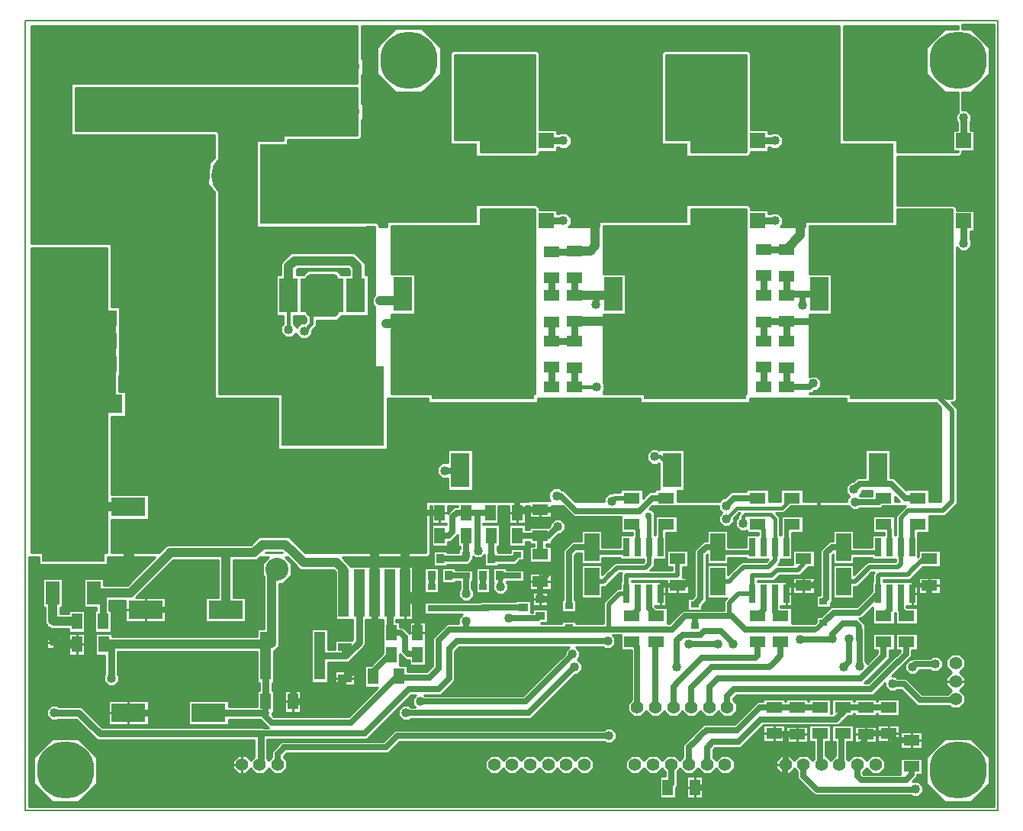
<source format=gbr>
G04 PROTEUS GERBER X2 FILE*
%TF.GenerationSoftware,Labcenter,Proteus,8.7-SP3-Build25561*%
%TF.CreationDate,2021-07-03T21:28:02+00:00*%
%TF.FileFunction,Copper,L1,Top*%
%TF.FilePolarity,Positive*%
%TF.Part,Single*%
%TF.SameCoordinates,{f2efd226-c5f6-4210-91bb-6bc09b7e039f}*%
%FSLAX45Y45*%
%MOMM*%
G01*
%TA.AperFunction,Conductor*%
%ADD10C,0.762000*%
%ADD11C,0.508000*%
%ADD12C,0.635000*%
%ADD13C,1.016000*%
%ADD14C,0.254000*%
%ADD15C,0.381000*%
%TA.AperFunction,WasherPad*%
%ADD16C,1.016000*%
%TA.AperFunction,ViaPad*%
%ADD17C,1.016000*%
%ADD18C,1.778000*%
%ADD19C,0.762000*%
%TA.AperFunction,SMDPad,CuDef*%
%ADD70R,4.572000X1.651000*%
%ADD71R,1.651000X1.651000*%
%TA.AperFunction,ComponentPad*%
%ADD20C,5.080000*%
%TA.AperFunction,SMDPad,CuDef*%
%ADD21R,3.810000X2.032000*%
%TA.AperFunction,SMDPad,CuDef*%
%ADD22R,6.985000X6.985000*%
%ADD23R,1.524000X2.540000*%
%TA.AperFunction,SMDPad,CuDef*%
%ADD24R,0.889000X0.635000*%
%ADD25R,1.143000X1.803400*%
%TA.AperFunction,SMDPad,CuDef*%
%ADD26R,1.143000X5.207000*%
%ADD27R,10.744200X9.550400*%
%TA.AperFunction,SMDPad,CuDef*%
%ADD28R,1.193800X5.308600*%
%ADD29R,1.524000X0.889000*%
%ADD72R,1.803400X1.143000*%
%TA.AperFunction,SMDPad,CuDef*%
%ADD73R,0.635000X2.032000*%
%TA.AperFunction,SMDPad,CuDef*%
%ADD30R,1.651000X3.048000*%
%TA.AperFunction,SMDPad,CuDef*%
%ADD31R,0.889000X1.016000*%
%ADD32R,1.016000X0.889000*%
%TA.AperFunction,WasherPad*%
%ADD33C,1.397000*%
%TA.AperFunction,ComponentPad*%
%ADD34C,3.048000*%
%TA.AperFunction,OtherPad,Unknown*%
%ADD35C,6.350000*%
%TA.AperFunction,ComponentPad*%
%ADD36C,2.540000*%
%TA.AperFunction,SMDPad,CuDef*%
%ADD37R,11.430000X8.890000*%
%ADD38R,2.032000X3.810000*%
%TA.AperFunction,Profile*%
%ADD39C,0.203200*%
%TD.AperFunction*%
G36*
X+7950200Y+867958D02*
X+7979958Y+838200D01*
X+8001000Y+838200D01*
X+8001000Y+551361D01*
X+7993561Y+558800D01*
X+7983039Y+558800D01*
X+7975600Y+551361D01*
X+7975600Y+540839D01*
X+7983039Y+533400D01*
X+7993561Y+533400D01*
X+8001000Y+540839D01*
X+8001000Y+304800D01*
X+7598958Y+304800D01*
X+7569200Y+275042D01*
X+7569200Y+63500D01*
X+7301222Y+63500D01*
X+7327899Y+90177D01*
X+7327899Y+163823D01*
X+7275823Y+215899D01*
X+7202177Y+215899D01*
X+7189477Y+203199D01*
X+7169149Y+203199D01*
X+7169149Y+247649D01*
X+6972300Y+247649D01*
X+6972300Y+275042D01*
X+6942542Y+304800D01*
X+5312958Y+304800D01*
X+5283200Y+275042D01*
X+5283200Y+63500D01*
X+4951722Y+63500D01*
X+4978399Y+90177D01*
X+4978399Y+163823D01*
X+4926323Y+215899D01*
X+4852677Y+215899D01*
X+4839977Y+203199D01*
X+4819649Y+203199D01*
X+4819649Y+247649D01*
X+4622800Y+247649D01*
X+4622800Y+275042D01*
X+4593042Y+304800D01*
X+2963458Y+304800D01*
X+2933700Y+275042D01*
X+2933700Y+63500D01*
X+2844800Y+63500D01*
X+2844800Y+84542D01*
X+2815042Y+114300D01*
X+1828800Y+114300D01*
X+1828800Y+1028700D01*
X+2624542Y+1028700D01*
X+2654300Y+1058458D01*
X+2654300Y+1245894D01*
X+2666999Y+1258593D01*
X+2666999Y+1416407D01*
X+2654300Y+1429106D01*
X+2654300Y+1745894D01*
X+2666999Y+1758593D01*
X+2666999Y+1916407D01*
X+2654300Y+1929106D01*
X+2654300Y+2286000D01*
X+7950200Y+2286000D01*
X+7950200Y+867958D01*
G37*
%LPC*%
G36*
X+6974861Y+1989639D02*
X+6974812Y+1968560D01*
X+6972876Y+1136649D01*
X+7169149Y+1136649D01*
X+7169149Y+1092199D01*
X+7189477Y+1092199D01*
X+7202177Y+1104899D01*
X+7275823Y+1104899D01*
X+7327899Y+1052823D01*
X+7327899Y+979177D01*
X+7275823Y+927101D01*
X+7202177Y+927101D01*
X+7189477Y+939801D01*
X+7169149Y+939801D01*
X+7169149Y+895351D01*
X+6972314Y+895351D01*
X+6972250Y+867874D01*
X+6942506Y+838200D01*
X+6011458Y+838200D01*
X+5981700Y+867958D01*
X+5981700Y+1989538D01*
X+6011451Y+2019295D01*
X+6945083Y+2019481D01*
X+6974861Y+1989639D01*
G37*
G36*
X+4622800Y+1989542D02*
X+4622800Y+1136649D01*
X+4819649Y+1136649D01*
X+4819649Y+1092199D01*
X+4839977Y+1092199D01*
X+4852677Y+1104899D01*
X+4926323Y+1104899D01*
X+4978399Y+1052823D01*
X+4978399Y+979177D01*
X+4926323Y+927101D01*
X+4852677Y+927101D01*
X+4839977Y+939801D01*
X+4819649Y+939801D01*
X+4819649Y+895351D01*
X+4622800Y+895351D01*
X+4622800Y+867958D01*
X+4593042Y+838200D01*
X+3661958Y+838200D01*
X+3632200Y+867958D01*
X+3632200Y+1989542D01*
X+3661958Y+2019300D01*
X+4593042Y+2019300D01*
X+4622800Y+1989542D01*
G37*
G36*
X+2819401Y+1757706D02*
X+2819401Y+2052294D01*
X+3027706Y+2260599D01*
X+3322294Y+2260599D01*
X+3530599Y+2052294D01*
X+3530599Y+1757706D01*
X+3322294Y+1549401D01*
X+3027706Y+1549401D01*
X+2819401Y+1757706D01*
G37*
G36*
X+2082800Y+528139D02*
X+2082800Y+538661D01*
X+2090239Y+546100D01*
X+2100761Y+546100D01*
X+2108200Y+538661D01*
X+2108200Y+528139D01*
X+2100761Y+520700D01*
X+2090239Y+520700D01*
X+2082800Y+528139D01*
G37*
G36*
X+3352800Y+540839D02*
X+3352800Y+551361D01*
X+3360239Y+558800D01*
X+3370761Y+558800D01*
X+3378200Y+551361D01*
X+3378200Y+540839D01*
X+3370761Y+533400D01*
X+3360239Y+533400D01*
X+3352800Y+540839D01*
G37*
G36*
X+5689600Y+540839D02*
X+5689600Y+551361D01*
X+5697039Y+558800D01*
X+5707561Y+558800D01*
X+5715000Y+551361D01*
X+5715000Y+540839D01*
X+5707561Y+533400D01*
X+5697039Y+533400D01*
X+5689600Y+540839D01*
G37*
G36*
X+3194050Y+1161599D02*
X+3194050Y+1187901D01*
X+3212649Y+1206500D01*
X+3238951Y+1206500D01*
X+3257550Y+1187901D01*
X+3257550Y+1161599D01*
X+3238951Y+1143000D01*
X+3212649Y+1143000D01*
X+3194050Y+1161599D01*
G37*
G36*
X+3448050Y+1161599D02*
X+3448050Y+1187901D01*
X+3466649Y+1206500D01*
X+3492951Y+1206500D01*
X+3511550Y+1187901D01*
X+3511550Y+1161599D01*
X+3492951Y+1143000D01*
X+3466649Y+1143000D01*
X+3448050Y+1161599D01*
G37*
G36*
X+5226050Y+1161599D02*
X+5226050Y+1187901D01*
X+5244649Y+1206500D01*
X+5270951Y+1206500D01*
X+5289550Y+1187901D01*
X+5289550Y+1161599D01*
X+5270951Y+1143000D01*
X+5244649Y+1143000D01*
X+5226050Y+1161599D01*
G37*
G36*
X+5480050Y+1161599D02*
X+5480050Y+1187901D01*
X+5498649Y+1206500D01*
X+5524951Y+1206500D01*
X+5543550Y+1187901D01*
X+5543550Y+1161599D01*
X+5524951Y+1143000D01*
X+5498649Y+1143000D01*
X+5480050Y+1161599D01*
G37*
G36*
X+5734050Y+1161599D02*
X+5734050Y+1187901D01*
X+5752649Y+1206500D01*
X+5778951Y+1206500D01*
X+5797550Y+1187901D01*
X+5797550Y+1161599D01*
X+5778951Y+1143000D01*
X+5752649Y+1143000D01*
X+5734050Y+1161599D01*
G37*
G36*
X+7512050Y+1161599D02*
X+7512050Y+1187901D01*
X+7530649Y+1206500D01*
X+7556951Y+1206500D01*
X+7575550Y+1187901D01*
X+7575550Y+1161599D01*
X+7556951Y+1143000D01*
X+7530649Y+1143000D01*
X+7512050Y+1161599D01*
G37*
G36*
X+7766050Y+1161599D02*
X+7766050Y+1187901D01*
X+7784649Y+1206500D01*
X+7810951Y+1206500D01*
X+7829550Y+1187901D01*
X+7829550Y+1161599D01*
X+7810951Y+1143000D01*
X+7784649Y+1143000D01*
X+7766050Y+1161599D01*
G37*
G36*
X+3067050Y+1381569D02*
X+3067050Y+1407871D01*
X+3085649Y+1426470D01*
X+3111951Y+1426470D01*
X+3130550Y+1407871D01*
X+3130550Y+1381569D01*
X+3111951Y+1362970D01*
X+3085649Y+1362970D01*
X+3067050Y+1381569D01*
G37*
G36*
X+3321050Y+1381569D02*
X+3321050Y+1407871D01*
X+3339649Y+1426470D01*
X+3365951Y+1426470D01*
X+3384550Y+1407871D01*
X+3384550Y+1381569D01*
X+3365951Y+1362970D01*
X+3339649Y+1362970D01*
X+3321050Y+1381569D01*
G37*
G36*
X+4845050Y+1381569D02*
X+4845050Y+1407871D01*
X+4863649Y+1426470D01*
X+4889951Y+1426470D01*
X+4908550Y+1407871D01*
X+4908550Y+1381569D01*
X+4889951Y+1362970D01*
X+4863649Y+1362970D01*
X+4845050Y+1381569D01*
G37*
G36*
X+5099050Y+1381569D02*
X+5099050Y+1407871D01*
X+5117649Y+1426470D01*
X+5143951Y+1426470D01*
X+5162550Y+1407871D01*
X+5162550Y+1381569D01*
X+5143951Y+1362970D01*
X+5117649Y+1362970D01*
X+5099050Y+1381569D01*
G37*
G36*
X+5353050Y+1381569D02*
X+5353050Y+1407871D01*
X+5371649Y+1426470D01*
X+5397951Y+1426470D01*
X+5416550Y+1407871D01*
X+5416550Y+1381569D01*
X+5397951Y+1362970D01*
X+5371649Y+1362970D01*
X+5353050Y+1381569D01*
G37*
G36*
X+5607050Y+1381569D02*
X+5607050Y+1407871D01*
X+5625649Y+1426470D01*
X+5651951Y+1426470D01*
X+5670550Y+1407871D01*
X+5670550Y+1381569D01*
X+5651951Y+1362970D01*
X+5625649Y+1362970D01*
X+5607050Y+1381569D01*
G37*
G36*
X+7131050Y+1381569D02*
X+7131050Y+1407871D01*
X+7149649Y+1426470D01*
X+7175951Y+1426470D01*
X+7194550Y+1407871D01*
X+7194550Y+1381569D01*
X+7175951Y+1362970D01*
X+7149649Y+1362970D01*
X+7131050Y+1381569D01*
G37*
G36*
X+7385050Y+1381569D02*
X+7385050Y+1407871D01*
X+7403649Y+1426470D01*
X+7429951Y+1426470D01*
X+7448550Y+1407871D01*
X+7448550Y+1381569D01*
X+7429951Y+1362970D01*
X+7403649Y+1362970D01*
X+7385050Y+1381569D01*
G37*
G36*
X+7639050Y+1381569D02*
X+7639050Y+1407871D01*
X+7657649Y+1426470D01*
X+7683951Y+1426470D01*
X+7702550Y+1407871D01*
X+7702550Y+1381569D01*
X+7683951Y+1362970D01*
X+7657649Y+1362970D01*
X+7639050Y+1381569D01*
G37*
G36*
X+4718050Y+1601539D02*
X+4718050Y+1627841D01*
X+4736649Y+1646440D01*
X+4762951Y+1646440D01*
X+4781550Y+1627841D01*
X+4781550Y+1601539D01*
X+4762951Y+1582940D01*
X+4736649Y+1582940D01*
X+4718050Y+1601539D01*
G37*
G36*
X+4972050Y+1601539D02*
X+4972050Y+1627841D01*
X+4990649Y+1646440D01*
X+5016951Y+1646440D01*
X+5035550Y+1627841D01*
X+5035550Y+1601539D01*
X+5016951Y+1582940D01*
X+4990649Y+1582940D01*
X+4972050Y+1601539D01*
G37*
G36*
X+5226050Y+1601539D02*
X+5226050Y+1627841D01*
X+5244649Y+1646440D01*
X+5270951Y+1646440D01*
X+5289550Y+1627841D01*
X+5289550Y+1601539D01*
X+5270951Y+1582940D01*
X+5244649Y+1582940D01*
X+5226050Y+1601539D01*
G37*
G36*
X+5480050Y+1601539D02*
X+5480050Y+1627841D01*
X+5498649Y+1646440D01*
X+5524951Y+1646440D01*
X+5543550Y+1627841D01*
X+5543550Y+1601539D01*
X+5524951Y+1582940D01*
X+5498649Y+1582940D01*
X+5480050Y+1601539D01*
G37*
G36*
X+5734050Y+1601539D02*
X+5734050Y+1627841D01*
X+5752649Y+1646440D01*
X+5778951Y+1646440D01*
X+5797550Y+1627841D01*
X+5797550Y+1601539D01*
X+5778951Y+1582940D01*
X+5752649Y+1582940D01*
X+5734050Y+1601539D01*
G37*
G36*
X+7258050Y+1601539D02*
X+7258050Y+1627841D01*
X+7276649Y+1646440D01*
X+7302951Y+1646440D01*
X+7321550Y+1627841D01*
X+7321550Y+1601539D01*
X+7302951Y+1582940D01*
X+7276649Y+1582940D01*
X+7258050Y+1601539D01*
G37*
G36*
X+7512050Y+1601539D02*
X+7512050Y+1627841D01*
X+7530649Y+1646440D01*
X+7556951Y+1646440D01*
X+7575550Y+1627841D01*
X+7575550Y+1601539D01*
X+7556951Y+1582940D01*
X+7530649Y+1582940D01*
X+7512050Y+1601539D01*
G37*
G36*
X+7766050Y+1601539D02*
X+7766050Y+1627841D01*
X+7784649Y+1646440D01*
X+7810951Y+1646440D01*
X+7829550Y+1627841D01*
X+7829550Y+1601539D01*
X+7810951Y+1582940D01*
X+7784649Y+1582940D01*
X+7766050Y+1601539D01*
G37*
G36*
X+4845050Y+1821509D02*
X+4845050Y+1847811D01*
X+4863649Y+1866410D01*
X+4889951Y+1866410D01*
X+4908550Y+1847811D01*
X+4908550Y+1821509D01*
X+4889951Y+1802910D01*
X+4863649Y+1802910D01*
X+4845050Y+1821509D01*
G37*
G36*
X+5099050Y+1821509D02*
X+5099050Y+1847811D01*
X+5117649Y+1866410D01*
X+5143951Y+1866410D01*
X+5162550Y+1847811D01*
X+5162550Y+1821509D01*
X+5143951Y+1802910D01*
X+5117649Y+1802910D01*
X+5099050Y+1821509D01*
G37*
G36*
X+5353050Y+1821509D02*
X+5353050Y+1847811D01*
X+5371649Y+1866410D01*
X+5397951Y+1866410D01*
X+5416550Y+1847811D01*
X+5416550Y+1821509D01*
X+5397951Y+1802910D01*
X+5371649Y+1802910D01*
X+5353050Y+1821509D01*
G37*
G36*
X+5607050Y+1821509D02*
X+5607050Y+1847811D01*
X+5625649Y+1866410D01*
X+5651951Y+1866410D01*
X+5670550Y+1847811D01*
X+5670550Y+1821509D01*
X+5651951Y+1802910D01*
X+5625649Y+1802910D01*
X+5607050Y+1821509D01*
G37*
G36*
X+7131050Y+1821509D02*
X+7131050Y+1847811D01*
X+7149649Y+1866410D01*
X+7175951Y+1866410D01*
X+7194550Y+1847811D01*
X+7194550Y+1821509D01*
X+7175951Y+1802910D01*
X+7149649Y+1802910D01*
X+7131050Y+1821509D01*
G37*
G36*
X+7385050Y+1821509D02*
X+7385050Y+1847811D01*
X+7403649Y+1866410D01*
X+7429951Y+1866410D01*
X+7448550Y+1847811D01*
X+7448550Y+1821509D01*
X+7429951Y+1802910D01*
X+7403649Y+1802910D01*
X+7385050Y+1821509D01*
G37*
G36*
X+7639050Y+1821509D02*
X+7639050Y+1847811D01*
X+7657649Y+1866410D01*
X+7683951Y+1866410D01*
X+7702550Y+1847811D01*
X+7702550Y+1821509D01*
X+7683951Y+1802910D01*
X+7657649Y+1802910D01*
X+7639050Y+1821509D01*
G37*
G36*
X+4718050Y+2041479D02*
X+4718050Y+2067781D01*
X+4736649Y+2086380D01*
X+4762951Y+2086380D01*
X+4781550Y+2067781D01*
X+4781550Y+2041479D01*
X+4762951Y+2022880D01*
X+4736649Y+2022880D01*
X+4718050Y+2041479D01*
G37*
G36*
X+4972050Y+2041479D02*
X+4972050Y+2067781D01*
X+4990649Y+2086380D01*
X+5016951Y+2086380D01*
X+5035550Y+2067781D01*
X+5035550Y+2041479D01*
X+5016951Y+2022880D01*
X+4990649Y+2022880D01*
X+4972050Y+2041479D01*
G37*
G36*
X+5226050Y+2041479D02*
X+5226050Y+2067781D01*
X+5244649Y+2086380D01*
X+5270951Y+2086380D01*
X+5289550Y+2067781D01*
X+5289550Y+2041479D01*
X+5270951Y+2022880D01*
X+5244649Y+2022880D01*
X+5226050Y+2041479D01*
G37*
G36*
X+5480050Y+2041479D02*
X+5480050Y+2067781D01*
X+5498649Y+2086380D01*
X+5524951Y+2086380D01*
X+5543550Y+2067781D01*
X+5543550Y+2041479D01*
X+5524951Y+2022880D01*
X+5498649Y+2022880D01*
X+5480050Y+2041479D01*
G37*
G36*
X+5734050Y+2041479D02*
X+5734050Y+2067781D01*
X+5752649Y+2086380D01*
X+5778951Y+2086380D01*
X+5797550Y+2067781D01*
X+5797550Y+2041479D01*
X+5778951Y+2022880D01*
X+5752649Y+2022880D01*
X+5734050Y+2041479D01*
G37*
G36*
X+7258050Y+2041479D02*
X+7258050Y+2067781D01*
X+7276649Y+2086380D01*
X+7302951Y+2086380D01*
X+7321550Y+2067781D01*
X+7321550Y+2041479D01*
X+7302951Y+2022880D01*
X+7276649Y+2022880D01*
X+7258050Y+2041479D01*
G37*
G36*
X+7512050Y+2041479D02*
X+7512050Y+2067781D01*
X+7530649Y+2086380D01*
X+7556951Y+2086380D01*
X+7575550Y+2067781D01*
X+7575550Y+2041479D01*
X+7556951Y+2022880D01*
X+7530649Y+2022880D01*
X+7512050Y+2041479D01*
G37*
G36*
X+7766050Y+2041479D02*
X+7766050Y+2067781D01*
X+7784649Y+2086380D01*
X+7810951Y+2086380D01*
X+7829550Y+2067781D01*
X+7829550Y+2041479D01*
X+7810951Y+2022880D01*
X+7784649Y+2022880D01*
X+7766050Y+2041479D01*
G37*
G36*
X+4972050Y+1161599D02*
X+4972050Y+1187901D01*
X+4990649Y+1206500D01*
X+5016951Y+1206500D01*
X+5035550Y+1187901D01*
X+5035550Y+1161599D01*
X+5016951Y+1143000D01*
X+4990649Y+1143000D01*
X+4972050Y+1161599D01*
G37*
G36*
X+2813050Y+1381569D02*
X+2813050Y+1407871D01*
X+2831649Y+1426470D01*
X+2857951Y+1426470D01*
X+2876550Y+1407871D01*
X+2876550Y+1381569D01*
X+2857951Y+1362970D01*
X+2831649Y+1362970D01*
X+2813050Y+1381569D01*
G37*
G36*
X+2889250Y+1193349D02*
X+2889250Y+1219651D01*
X+2907849Y+1238250D01*
X+2934151Y+1238250D01*
X+2952750Y+1219651D01*
X+2952750Y+1193349D01*
X+2934151Y+1174750D01*
X+2907849Y+1174750D01*
X+2889250Y+1193349D01*
G37*
G36*
X+4679950Y+725062D02*
X+4679950Y+751364D01*
X+4698549Y+769963D01*
X+4724851Y+769963D01*
X+4743450Y+751364D01*
X+4743450Y+725062D01*
X+4724851Y+706463D01*
X+4698549Y+706463D01*
X+4679950Y+725062D01*
G37*
G36*
X+7169150Y+725062D02*
X+7169150Y+751364D01*
X+7187749Y+769963D01*
X+7214051Y+769963D01*
X+7232650Y+751364D01*
X+7232650Y+725062D01*
X+7214051Y+706463D01*
X+7187749Y+706463D01*
X+7169150Y+725062D01*
G37*
G36*
X+7080250Y+2110873D02*
X+7080250Y+2137175D01*
X+7098849Y+2155774D01*
X+7125151Y+2155774D01*
X+7143750Y+2137175D01*
X+7143750Y+2110873D01*
X+7125151Y+2092274D01*
X+7098849Y+2092274D01*
X+7080250Y+2110873D01*
G37*
%LPD*%
G36*
X+6921500Y+889000D02*
X+6306819Y+889000D01*
X+6306819Y+1023619D01*
X+6032500Y+1023619D01*
X+6032500Y+1968500D01*
X+6924013Y+1968678D01*
X+6921500Y+889000D01*
G37*
%LPC*%
G36*
X+6662239Y+1028700D02*
X+6672761Y+1028700D01*
X+6680200Y+1021261D01*
X+6680200Y+1010739D01*
X+6672761Y+1003300D01*
X+6662239Y+1003300D01*
X+6654800Y+1010739D01*
X+6654800Y+1021261D01*
X+6662239Y+1028700D01*
G37*
G36*
X+6578600Y+1677676D02*
X+6578600Y+1751324D01*
X+6630676Y+1803400D01*
X+6704324Y+1803400D01*
X+6756400Y+1751324D01*
X+6756400Y+1677676D01*
X+6704324Y+1625600D01*
X+6630676Y+1625600D01*
X+6578600Y+1677676D01*
G37*
G36*
X+6332219Y+1039159D02*
X+6332219Y+1065461D01*
X+6350818Y+1084060D01*
X+6377120Y+1084060D01*
X+6395719Y+1065461D01*
X+6395719Y+1039159D01*
X+6377120Y+1020560D01*
X+6350818Y+1020560D01*
X+6332219Y+1039159D01*
G37*
G36*
X+6230619Y+1215135D02*
X+6230619Y+1241437D01*
X+6249218Y+1260036D01*
X+6275520Y+1260036D01*
X+6294119Y+1241437D01*
X+6294119Y+1215135D01*
X+6275520Y+1196536D01*
X+6249218Y+1196536D01*
X+6230619Y+1215135D01*
G37*
G36*
X+6433819Y+1215135D02*
X+6433819Y+1241437D01*
X+6452418Y+1260036D01*
X+6478720Y+1260036D01*
X+6497319Y+1241437D01*
X+6497319Y+1215135D01*
X+6478720Y+1196536D01*
X+6452418Y+1196536D01*
X+6433819Y+1215135D01*
G37*
G36*
X+6129019Y+1391111D02*
X+6129019Y+1417413D01*
X+6147618Y+1436012D01*
X+6173920Y+1436012D01*
X+6192519Y+1417413D01*
X+6192519Y+1391111D01*
X+6173920Y+1372512D01*
X+6147618Y+1372512D01*
X+6129019Y+1391111D01*
G37*
G36*
X+6332219Y+1391111D02*
X+6332219Y+1417413D01*
X+6350818Y+1436012D01*
X+6377120Y+1436012D01*
X+6395719Y+1417413D01*
X+6395719Y+1391111D01*
X+6377120Y+1372512D01*
X+6350818Y+1372512D01*
X+6332219Y+1391111D01*
G37*
G36*
X+6230619Y+1567087D02*
X+6230619Y+1593389D01*
X+6249218Y+1611988D01*
X+6275520Y+1611988D01*
X+6294119Y+1593389D01*
X+6294119Y+1567087D01*
X+6275520Y+1548488D01*
X+6249218Y+1548488D01*
X+6230619Y+1567087D01*
G37*
G36*
X+6129019Y+1743063D02*
X+6129019Y+1769365D01*
X+6147618Y+1787964D01*
X+6173920Y+1787964D01*
X+6192519Y+1769365D01*
X+6192519Y+1743063D01*
X+6173920Y+1724464D01*
X+6147618Y+1724464D01*
X+6129019Y+1743063D01*
G37*
G36*
X+6254750Y+1891849D02*
X+6254750Y+1918151D01*
X+6273349Y+1936750D01*
X+6299651Y+1936750D01*
X+6318250Y+1918151D01*
X+6318250Y+1891849D01*
X+6299651Y+1873250D01*
X+6273349Y+1873250D01*
X+6254750Y+1891849D01*
G37*
%LPD*%
G36*
X+4572000Y+889000D02*
X+3970019Y+889000D01*
X+3970019Y+1023619D01*
X+3683000Y+1023619D01*
X+3683000Y+1968500D01*
X+4572000Y+1968500D01*
X+4572000Y+889000D01*
G37*
%LPC*%
G36*
X+4312739Y+1028700D02*
X+4323261Y+1028700D01*
X+4330700Y+1021261D01*
X+4330700Y+1010739D01*
X+4323261Y+1003300D01*
X+4312739Y+1003300D01*
X+4305300Y+1010739D01*
X+4305300Y+1021261D01*
X+4312739Y+1028700D01*
G37*
G36*
X+4229100Y+1677676D02*
X+4229100Y+1751324D01*
X+4281176Y+1803400D01*
X+4354824Y+1803400D01*
X+4406900Y+1751324D01*
X+4406900Y+1677676D01*
X+4354824Y+1625600D01*
X+4281176Y+1625600D01*
X+4229100Y+1677676D01*
G37*
G36*
X+3981450Y+1039159D02*
X+3981450Y+1065461D01*
X+4000049Y+1084060D01*
X+4026351Y+1084060D01*
X+4044950Y+1065461D01*
X+4044950Y+1039159D01*
X+4026351Y+1020560D01*
X+4000049Y+1020560D01*
X+3981450Y+1039159D01*
G37*
G36*
X+3879850Y+1215135D02*
X+3879850Y+1241437D01*
X+3898449Y+1260036D01*
X+3924751Y+1260036D01*
X+3943350Y+1241437D01*
X+3943350Y+1215135D01*
X+3924751Y+1196536D01*
X+3898449Y+1196536D01*
X+3879850Y+1215135D01*
G37*
G36*
X+4083050Y+1215135D02*
X+4083050Y+1241437D01*
X+4101649Y+1260036D01*
X+4127951Y+1260036D01*
X+4146550Y+1241437D01*
X+4146550Y+1215135D01*
X+4127951Y+1196536D01*
X+4101649Y+1196536D01*
X+4083050Y+1215135D01*
G37*
G36*
X+3778250Y+1391111D02*
X+3778250Y+1417413D01*
X+3796849Y+1436012D01*
X+3823151Y+1436012D01*
X+3841750Y+1417413D01*
X+3841750Y+1391111D01*
X+3823151Y+1372512D01*
X+3796849Y+1372512D01*
X+3778250Y+1391111D01*
G37*
G36*
X+3981450Y+1391111D02*
X+3981450Y+1417413D01*
X+4000049Y+1436012D01*
X+4026351Y+1436012D01*
X+4044950Y+1417413D01*
X+4044950Y+1391111D01*
X+4026351Y+1372512D01*
X+4000049Y+1372512D01*
X+3981450Y+1391111D01*
G37*
G36*
X+3879850Y+1567087D02*
X+3879850Y+1593389D01*
X+3898449Y+1611988D01*
X+3924751Y+1611988D01*
X+3943350Y+1593389D01*
X+3943350Y+1567087D01*
X+3924751Y+1548488D01*
X+3898449Y+1548488D01*
X+3879850Y+1567087D01*
G37*
G36*
X+3778250Y+1743063D02*
X+3778250Y+1769365D01*
X+3796849Y+1787964D01*
X+3823151Y+1787964D01*
X+3841750Y+1769365D01*
X+3841750Y+1743063D01*
X+3823151Y+1724464D01*
X+3796849Y+1724464D01*
X+3778250Y+1743063D01*
G37*
G36*
X+3905250Y+1891849D02*
X+3905250Y+1918151D01*
X+3923849Y+1936750D01*
X+3950151Y+1936750D01*
X+3968750Y+1918151D01*
X+3968750Y+1891849D01*
X+3950151Y+1873250D01*
X+3923849Y+1873250D01*
X+3905250Y+1891849D01*
G37*
%LPD*%
G36*
X-177800Y-1899739D02*
X-185239Y-1892300D01*
X-195761Y-1892300D01*
X-203200Y-1899739D01*
X-203200Y-1910261D01*
X-195761Y-1917700D01*
X-185239Y-1917700D01*
X-177800Y-1910261D01*
X-177800Y-3556000D01*
X-1016000Y-3556000D01*
X-1016000Y-177800D01*
X-177800Y-177800D01*
X-177800Y-1899739D01*
G37*
%LPC*%
G36*
X-558800Y-3314881D02*
X-558800Y-3304359D01*
X-551361Y-3296920D01*
X-540839Y-3296920D01*
X-533400Y-3304359D01*
X-533400Y-3314881D01*
X-540839Y-3322320D01*
X-551361Y-3322320D01*
X-558800Y-3314881D01*
G37*
G36*
X-608324Y-1358900D02*
X-534676Y-1358900D01*
X-482600Y-1410976D01*
X-482600Y-1484624D01*
X-534676Y-1536700D01*
X-608324Y-1536700D01*
X-660400Y-1484624D01*
X-660400Y-1410976D01*
X-608324Y-1358900D01*
G37*
G36*
X-767261Y-223800D02*
X-756739Y-223800D01*
X-749300Y-231239D01*
X-749300Y-241761D01*
X-756739Y-249200D01*
X-767261Y-249200D01*
X-774700Y-241761D01*
X-774700Y-231239D01*
X-767261Y-223800D01*
G37*
G36*
X-555229Y-926462D02*
X-602569Y-870044D01*
X-596151Y-796678D01*
X-539733Y-749338D01*
X-466367Y-755756D01*
X-419027Y-812174D01*
X-425445Y-885540D01*
X-481863Y-932880D01*
X-555229Y-926462D01*
G37*
G36*
X-908050Y-2794451D02*
X-908050Y-2768149D01*
X-889451Y-2749550D01*
X-863149Y-2749550D01*
X-844550Y-2768149D01*
X-844550Y-2794451D01*
X-863149Y-2813050D01*
X-889451Y-2813050D01*
X-908050Y-2794451D01*
G37*
G36*
X-920750Y-2539961D02*
X-920750Y-2513659D01*
X-902151Y-2495060D01*
X-875849Y-2495060D01*
X-857250Y-2513659D01*
X-857250Y-2539961D01*
X-875849Y-2558560D01*
X-902151Y-2558560D01*
X-920750Y-2539961D01*
G37*
G36*
X-793750Y-2319991D02*
X-793750Y-2293689D01*
X-775151Y-2275090D01*
X-748849Y-2275090D01*
X-730250Y-2293689D01*
X-730250Y-2319991D01*
X-748849Y-2338590D01*
X-775151Y-2338590D01*
X-793750Y-2319991D01*
G37*
G36*
X-920750Y-2146751D02*
X-920750Y-2120449D01*
X-902151Y-2101850D01*
X-875849Y-2101850D01*
X-857250Y-2120449D01*
X-857250Y-2146751D01*
X-875849Y-2165350D01*
X-902151Y-2165350D01*
X-920750Y-2146751D01*
G37*
G36*
X-412750Y-2100021D02*
X-412750Y-2073719D01*
X-394151Y-2055120D01*
X-367849Y-2055120D01*
X-349250Y-2073719D01*
X-349250Y-2100021D01*
X-367849Y-2118620D01*
X-394151Y-2118620D01*
X-412750Y-2100021D01*
G37*
G36*
X-793750Y-1791151D02*
X-793750Y-1764849D01*
X-775151Y-1746250D01*
X-748849Y-1746250D01*
X-730250Y-1764849D01*
X-730250Y-1791151D01*
X-748849Y-1809750D01*
X-775151Y-1809750D01*
X-793750Y-1791151D01*
G37*
G36*
X-768350Y-1994351D02*
X-768350Y-1968049D01*
X-749751Y-1949450D01*
X-723449Y-1949450D01*
X-704850Y-1968049D01*
X-704850Y-1994351D01*
X-723449Y-2012950D01*
X-749751Y-2012950D01*
X-768350Y-1994351D01*
G37*
G36*
X-920750Y-1220141D02*
X-920750Y-1193839D01*
X-902151Y-1175240D01*
X-875849Y-1175240D01*
X-857250Y-1193839D01*
X-857250Y-1220141D01*
X-875849Y-1238740D01*
X-902151Y-1238740D01*
X-920750Y-1220141D01*
G37*
G36*
X-920750Y-965651D02*
X-920750Y-939349D01*
X-902151Y-920750D01*
X-875849Y-920750D01*
X-857250Y-939349D01*
X-857250Y-965651D01*
X-875849Y-984250D01*
X-902151Y-984250D01*
X-920750Y-965651D01*
G37*
G36*
X-920750Y-780201D02*
X-920750Y-753899D01*
X-902151Y-735300D01*
X-875849Y-735300D01*
X-857250Y-753899D01*
X-857250Y-780201D01*
X-875849Y-798800D01*
X-902151Y-798800D01*
X-920750Y-780201D01*
G37*
G36*
X-412750Y-340261D02*
X-412750Y-313959D01*
X-394151Y-295360D01*
X-367849Y-295360D01*
X-349250Y-313959D01*
X-349250Y-340261D01*
X-367849Y-358860D01*
X-394151Y-358860D01*
X-412750Y-340261D01*
G37*
G36*
X-768350Y-2654751D02*
X-768350Y-2628449D01*
X-749751Y-2609850D01*
X-723449Y-2609850D01*
X-704850Y-2628449D01*
X-704850Y-2654751D01*
X-723449Y-2673350D01*
X-749751Y-2673350D01*
X-768350Y-2654751D01*
G37*
G36*
X-742950Y-2495967D02*
X-742950Y-2469665D01*
X-724351Y-2451066D01*
X-698049Y-2451066D01*
X-679450Y-2469665D01*
X-679450Y-2495967D01*
X-698049Y-2514566D01*
X-724351Y-2514566D01*
X-742950Y-2495967D01*
G37*
%LPD*%
G36*
X+9271000Y+2255519D02*
X+9125810Y+2255519D01*
X+8920481Y+2050190D01*
X+8920481Y+1759810D01*
X+9125810Y+1554481D01*
X+9271000Y+1554481D01*
X+9271000Y+1325038D01*
X+9250681Y+1304719D01*
X+9250681Y+1235281D01*
X+9263381Y+1222581D01*
X+9263381Y+1131569D01*
X+9218931Y+1131569D01*
X+9218931Y+900431D01*
X+9271000Y+900431D01*
X+9271000Y+889000D01*
X+8592819Y+889000D01*
X+8592819Y+1023619D01*
X+8001000Y+1023619D01*
X+8001000Y+2286000D01*
X+9271000Y+2286000D01*
X+9271000Y+2255519D01*
G37*
%LPC*%
G36*
X+8948239Y+1028700D02*
X+8958761Y+1028700D01*
X+8966200Y+1021261D01*
X+8966200Y+1010739D01*
X+8958761Y+1003300D01*
X+8948239Y+1003300D01*
X+8940800Y+1010739D01*
X+8940800Y+1021261D01*
X+8948239Y+1028700D01*
G37*
G36*
X+8166100Y+1614176D02*
X+8166100Y+1687824D01*
X+8218176Y+1739900D01*
X+8291824Y+1739900D01*
X+8343900Y+1687824D01*
X+8343900Y+1614176D01*
X+8291824Y+1562100D01*
X+8218176Y+1562100D01*
X+8166100Y+1614176D01*
G37*
G36*
X+8566150Y+1215135D02*
X+8566150Y+1241437D01*
X+8584749Y+1260036D01*
X+8611051Y+1260036D01*
X+8629650Y+1241437D01*
X+8629650Y+1215135D01*
X+8611051Y+1196536D01*
X+8584749Y+1196536D01*
X+8566150Y+1215135D01*
G37*
G36*
X+8769350Y+1215135D02*
X+8769350Y+1241437D01*
X+8787949Y+1260036D01*
X+8814251Y+1260036D01*
X+8832850Y+1241437D01*
X+8832850Y+1215135D01*
X+8814251Y+1196536D01*
X+8787949Y+1196536D01*
X+8769350Y+1215135D01*
G37*
G36*
X+8566150Y+1567087D02*
X+8566150Y+1593389D01*
X+8584749Y+1611988D01*
X+8611051Y+1611988D01*
X+8629650Y+1593389D01*
X+8629650Y+1567087D01*
X+8611051Y+1548488D01*
X+8584749Y+1548488D01*
X+8566150Y+1567087D01*
G37*
G36*
X+8693150Y+1853749D02*
X+8693150Y+1880051D01*
X+8711749Y+1898650D01*
X+8738051Y+1898650D01*
X+8756650Y+1880051D01*
X+8756650Y+1853749D01*
X+8738051Y+1835150D01*
X+8711749Y+1835150D01*
X+8693150Y+1853749D01*
G37*
G36*
X+8274050Y+1244394D02*
X+8274050Y+1270696D01*
X+8292649Y+1289295D01*
X+8318951Y+1289295D01*
X+8337550Y+1270696D01*
X+8337550Y+1244394D01*
X+8318951Y+1225795D01*
X+8292649Y+1225795D01*
X+8274050Y+1244394D01*
G37*
G36*
X+9036050Y+1244394D02*
X+9036050Y+1270696D01*
X+9054649Y+1289295D01*
X+9080951Y+1289295D01*
X+9099550Y+1270696D01*
X+9099550Y+1244394D01*
X+9080951Y+1225795D01*
X+9054649Y+1225795D01*
X+9036050Y+1244394D01*
G37*
G36*
X+8477250Y+1929949D02*
X+8477250Y+1956251D01*
X+8495849Y+1974850D01*
X+8522151Y+1974850D01*
X+8540750Y+1956251D01*
X+8540750Y+1929949D01*
X+8522151Y+1911350D01*
X+8495849Y+1911350D01*
X+8477250Y+1929949D01*
G37*
G36*
X+8528050Y+2124274D02*
X+8528050Y+2150576D01*
X+8546649Y+2169175D01*
X+8572951Y+2169175D01*
X+8591550Y+2150576D01*
X+8591550Y+2124274D01*
X+8572951Y+2105675D01*
X+8546649Y+2105675D01*
X+8528050Y+2124274D01*
G37*
G36*
X+8782050Y+2124274D02*
X+8782050Y+2150576D01*
X+8800649Y+2169175D01*
X+8826951Y+2169175D01*
X+8845550Y+2150576D01*
X+8845550Y+2124274D01*
X+8826951Y+2105675D01*
X+8800649Y+2105675D01*
X+8782050Y+2124274D01*
G37*
G36*
X+8794750Y+1625149D02*
X+8794750Y+1651451D01*
X+8813349Y+1670050D01*
X+8839651Y+1670050D01*
X+8858250Y+1651451D01*
X+8858250Y+1625149D01*
X+8839651Y+1606550D01*
X+8813349Y+1606550D01*
X+8794750Y+1625149D01*
G37*
G36*
X+9074150Y+1447349D02*
X+9074150Y+1473651D01*
X+9092749Y+1492250D01*
X+9119051Y+1492250D01*
X+9137650Y+1473651D01*
X+9137650Y+1447349D01*
X+9119051Y+1428750D01*
X+9092749Y+1428750D01*
X+9074150Y+1447349D01*
G37*
%LPD*%
G36*
X+4572000Y-1790700D02*
X+2984500Y-1790700D01*
X+2984500Y-1071038D01*
X+3004819Y-1050719D01*
X+3004819Y-981281D01*
X+2984500Y-960962D01*
X+2984500Y-909319D01*
X+3246119Y-909319D01*
X+3246119Y-462281D01*
X+2984500Y-462281D01*
X+2984500Y+68581D01*
X+3970019Y+68581D01*
X+3970019Y+254000D01*
X+4572000Y+254000D01*
X+4572000Y-1790700D01*
G37*
%LPC*%
G36*
X+4312739Y+139700D02*
X+4323261Y+139700D01*
X+4330700Y+132261D01*
X+4330700Y+121739D01*
X+4323261Y+114300D01*
X+4312739Y+114300D01*
X+4305300Y+121739D01*
X+4305300Y+132261D01*
X+4312739Y+139700D01*
G37*
G36*
X+3606800Y-691061D02*
X+3606800Y-680539D01*
X+3614239Y-673100D01*
X+3624761Y-673100D01*
X+3632200Y-680539D01*
X+3632200Y-691061D01*
X+3624761Y-698500D01*
X+3614239Y-698500D01*
X+3606800Y-691061D01*
G37*
G36*
X+3987800Y-1414961D02*
X+3987800Y-1404439D01*
X+3995239Y-1397000D01*
X+4005761Y-1397000D01*
X+4013200Y-1404439D01*
X+4013200Y-1414961D01*
X+4005761Y-1422400D01*
X+3995239Y-1422400D01*
X+3987800Y-1414961D01*
G37*
G36*
X+3181350Y-1510805D02*
X+3181350Y-1484503D01*
X+3199949Y-1465904D01*
X+3226251Y-1465904D01*
X+3244850Y-1484503D01*
X+3244850Y-1510805D01*
X+3226251Y-1529404D01*
X+3199949Y-1529404D01*
X+3181350Y-1510805D01*
G37*
G36*
X+3079750Y-1334829D02*
X+3079750Y-1308527D01*
X+3098349Y-1289928D01*
X+3124651Y-1289928D01*
X+3143250Y-1308527D01*
X+3143250Y-1334829D01*
X+3124651Y-1353428D01*
X+3098349Y-1353428D01*
X+3079750Y-1334829D01*
G37*
G36*
X+3181350Y-1158853D02*
X+3181350Y-1132551D01*
X+3199949Y-1113952D01*
X+3226251Y-1113952D01*
X+3244850Y-1132551D01*
X+3244850Y-1158853D01*
X+3226251Y-1177452D01*
X+3199949Y-1177452D01*
X+3181350Y-1158853D01*
G37*
G36*
X+4095750Y-630925D02*
X+4095750Y-604623D01*
X+4114349Y-586024D01*
X+4140651Y-586024D01*
X+4159250Y-604623D01*
X+4159250Y-630925D01*
X+4140651Y-649524D01*
X+4114349Y-649524D01*
X+4095750Y-630925D01*
G37*
G36*
X+4298950Y-630925D02*
X+4298950Y-604623D01*
X+4317549Y-586024D01*
X+4343851Y-586024D01*
X+4362450Y-604623D01*
X+4362450Y-630925D01*
X+4343851Y-649524D01*
X+4317549Y-649524D01*
X+4298950Y-630925D01*
G37*
G36*
X+3282950Y-278973D02*
X+3282950Y-252671D01*
X+3301549Y-234072D01*
X+3327851Y-234072D01*
X+3346450Y-252671D01*
X+3346450Y-278973D01*
X+3327851Y-297572D01*
X+3301549Y-297572D01*
X+3282950Y-278973D01*
G37*
G36*
X+3486150Y-278973D02*
X+3486150Y-252671D01*
X+3504749Y-234072D01*
X+3531051Y-234072D01*
X+3549650Y-252671D01*
X+3549650Y-278973D01*
X+3531051Y-297572D01*
X+3504749Y-297572D01*
X+3486150Y-278973D01*
G37*
G36*
X+3689350Y-278973D02*
X+3689350Y-252671D01*
X+3707949Y-234072D01*
X+3734251Y-234072D01*
X+3752850Y-252671D01*
X+3752850Y-278973D01*
X+3734251Y-297572D01*
X+3707949Y-297572D01*
X+3689350Y-278973D01*
G37*
G36*
X+3892550Y-278973D02*
X+3892550Y-252671D01*
X+3911149Y-234072D01*
X+3937451Y-234072D01*
X+3956050Y-252671D01*
X+3956050Y-278973D01*
X+3937451Y-297572D01*
X+3911149Y-297572D01*
X+3892550Y-278973D01*
G37*
G36*
X+4095750Y-278973D02*
X+4095750Y-252671D01*
X+4114349Y-234072D01*
X+4140651Y-234072D01*
X+4159250Y-252671D01*
X+4159250Y-278973D01*
X+4140651Y-297572D01*
X+4114349Y-297572D01*
X+4095750Y-278973D01*
G37*
G36*
X+3181350Y-102997D02*
X+3181350Y-76695D01*
X+3199949Y-58096D01*
X+3226251Y-58096D01*
X+3244850Y-76695D01*
X+3244850Y-102997D01*
X+3226251Y-121596D01*
X+3199949Y-121596D01*
X+3181350Y-102997D01*
G37*
G36*
X+3384550Y-102997D02*
X+3384550Y-76695D01*
X+3403149Y-58096D01*
X+3429451Y-58096D01*
X+3448050Y-76695D01*
X+3448050Y-102997D01*
X+3429451Y-121596D01*
X+3403149Y-121596D01*
X+3384550Y-102997D01*
G37*
G36*
X+3587750Y-102997D02*
X+3587750Y-76695D01*
X+3606349Y-58096D01*
X+3632651Y-58096D01*
X+3651250Y-76695D01*
X+3651250Y-102997D01*
X+3632651Y-121596D01*
X+3606349Y-121596D01*
X+3587750Y-102997D01*
G37*
G36*
X+3790950Y-102997D02*
X+3790950Y-76695D01*
X+3809549Y-58096D01*
X+3835851Y-58096D01*
X+3854450Y-76695D01*
X+3854450Y-102997D01*
X+3835851Y-121596D01*
X+3809549Y-121596D01*
X+3790950Y-102997D01*
G37*
G36*
X+3994150Y-102997D02*
X+3994150Y-76695D01*
X+4012749Y-58096D01*
X+4039051Y-58096D01*
X+4057650Y-76695D01*
X+4057650Y-102997D01*
X+4039051Y-121596D01*
X+4012749Y-121596D01*
X+3994150Y-102997D01*
G37*
G36*
X+4400550Y-102997D02*
X+4400550Y-76695D01*
X+4419149Y-58096D01*
X+4445451Y-58096D01*
X+4464050Y-76695D01*
X+4464050Y-102997D01*
X+4445451Y-121596D01*
X+4419149Y-121596D01*
X+4400550Y-102997D01*
G37*
G36*
X+3079750Y-1686781D02*
X+3079750Y-1660479D01*
X+3098349Y-1641880D01*
X+3124651Y-1641880D01*
X+3143250Y-1660479D01*
X+3143250Y-1686781D01*
X+3124651Y-1705380D01*
X+3098349Y-1705380D01*
X+3079750Y-1686781D01*
G37*
G36*
X+4095750Y-806901D02*
X+4095750Y-780599D01*
X+4114349Y-762000D01*
X+4140651Y-762000D01*
X+4159250Y-780599D01*
X+4159250Y-806901D01*
X+4140651Y-825500D01*
X+4114349Y-825500D01*
X+4095750Y-806901D01*
G37*
G36*
X+4349750Y-806901D02*
X+4349750Y-780599D01*
X+4368349Y-762000D01*
X+4394651Y-762000D01*
X+4413250Y-780599D01*
X+4413250Y-806901D01*
X+4394651Y-825500D01*
X+4368349Y-825500D01*
X+4349750Y-806901D01*
G37*
G36*
X+3892550Y-837065D02*
X+3892550Y-810763D01*
X+3911149Y-792164D01*
X+3937451Y-792164D01*
X+3956050Y-810763D01*
X+3956050Y-837065D01*
X+3937451Y-855664D01*
X+3911149Y-855664D01*
X+3892550Y-837065D01*
G37*
G36*
X+3384550Y-661089D02*
X+3384550Y-634787D01*
X+3403149Y-616188D01*
X+3429451Y-616188D01*
X+3448050Y-634787D01*
X+3448050Y-661089D01*
X+3429451Y-679688D01*
X+3403149Y-679688D01*
X+3384550Y-661089D01*
G37*
G36*
X+3790950Y-661089D02*
X+3790950Y-634787D01*
X+3809549Y-616188D01*
X+3835851Y-616188D01*
X+3854450Y-634787D01*
X+3854450Y-661089D01*
X+3835851Y-679688D01*
X+3809549Y-679688D01*
X+3790950Y-661089D01*
G37*
%LPD*%
G36*
X+6921500Y-1790700D02*
X+5334000Y-1790700D01*
X+5334000Y-1756838D01*
X+5341619Y-1749219D01*
X+5341619Y-1679781D01*
X+5334000Y-1672162D01*
X+5334000Y-909319D01*
X+5582919Y-909319D01*
X+5582919Y-462281D01*
X+5334000Y-462281D01*
X+5334000Y+68581D01*
X+6306819Y+68581D01*
X+6306819Y+254000D01*
X+6921500Y+254000D01*
X+6921500Y-1790700D01*
G37*
%LPC*%
G36*
X+6662239Y+139700D02*
X+6672761Y+139700D01*
X+6680200Y+132261D01*
X+6680200Y+121739D01*
X+6672761Y+114300D01*
X+6662239Y+114300D01*
X+6654800Y+121739D01*
X+6654800Y+132261D01*
X+6662239Y+139700D01*
G37*
G36*
X+5943600Y-691061D02*
X+5943600Y-680539D01*
X+5951039Y-673100D01*
X+5961561Y-673100D01*
X+5969000Y-680539D01*
X+5969000Y-691061D01*
X+5961561Y-698500D01*
X+5951039Y-698500D01*
X+5943600Y-691061D01*
G37*
G36*
X+6337300Y-1414961D02*
X+6337300Y-1404439D01*
X+6344739Y-1397000D01*
X+6355261Y-1397000D01*
X+6362700Y-1404439D01*
X+6362700Y-1414961D01*
X+6355261Y-1422400D01*
X+6344739Y-1422400D01*
X+6337300Y-1414961D01*
G37*
G36*
X+6343650Y-806901D02*
X+6343650Y-780599D01*
X+6362249Y-762000D01*
X+6388551Y-762000D01*
X+6407150Y-780599D01*
X+6407150Y-806901D01*
X+6388551Y-825500D01*
X+6362249Y-825500D01*
X+6343650Y-806901D01*
G37*
G36*
X+5607050Y-1622036D02*
X+5607050Y-1595734D01*
X+5625649Y-1577135D01*
X+5651951Y-1577135D01*
X+5670550Y-1595734D01*
X+5670550Y-1622036D01*
X+5651951Y-1640635D01*
X+5625649Y-1640635D01*
X+5607050Y-1622036D01*
G37*
G36*
X+5518150Y-1468057D02*
X+5518150Y-1441755D01*
X+5536749Y-1423156D01*
X+5563051Y-1423156D01*
X+5581650Y-1441755D01*
X+5581650Y-1468057D01*
X+5563051Y-1486656D01*
X+5536749Y-1486656D01*
X+5518150Y-1468057D01*
G37*
G36*
X+5429250Y-1314078D02*
X+5429250Y-1287776D01*
X+5447849Y-1269177D01*
X+5474151Y-1269177D01*
X+5492750Y-1287776D01*
X+5492750Y-1314078D01*
X+5474151Y-1332677D01*
X+5447849Y-1332677D01*
X+5429250Y-1314078D01*
G37*
G36*
X+5607050Y-1314078D02*
X+5607050Y-1287776D01*
X+5625649Y-1269177D01*
X+5651951Y-1269177D01*
X+5670550Y-1287776D01*
X+5670550Y-1314078D01*
X+5651951Y-1332677D01*
X+5625649Y-1332677D01*
X+5607050Y-1314078D01*
G37*
G36*
X+5518150Y-1160099D02*
X+5518150Y-1133797D01*
X+5536749Y-1115198D01*
X+5563051Y-1115198D01*
X+5581650Y-1133797D01*
X+5581650Y-1160099D01*
X+5563051Y-1178698D01*
X+5536749Y-1178698D01*
X+5518150Y-1160099D01*
G37*
G36*
X+5695950Y-852141D02*
X+5695950Y-825839D01*
X+5714549Y-807240D01*
X+5740851Y-807240D01*
X+5759450Y-825839D01*
X+5759450Y-852141D01*
X+5740851Y-870740D01*
X+5714549Y-870740D01*
X+5695950Y-852141D01*
G37*
G36*
X+6584950Y-852141D02*
X+6584950Y-825839D01*
X+6603549Y-807240D01*
X+6629851Y-807240D01*
X+6648450Y-825839D01*
X+6648450Y-852141D01*
X+6629851Y-870740D01*
X+6603549Y-870740D01*
X+6584950Y-852141D01*
G37*
G36*
X+6496050Y-698162D02*
X+6496050Y-671860D01*
X+6514649Y-653261D01*
X+6540951Y-653261D01*
X+6559550Y-671860D01*
X+6559550Y-698162D01*
X+6540951Y-716761D01*
X+6514649Y-716761D01*
X+6496050Y-698162D01*
G37*
G36*
X+6673850Y-698162D02*
X+6673850Y-671860D01*
X+6692449Y-653261D01*
X+6718751Y-653261D01*
X+6737350Y-671860D01*
X+6737350Y-698162D01*
X+6718751Y-716761D01*
X+6692449Y-716761D01*
X+6673850Y-698162D01*
G37*
G36*
X+5695950Y-544183D02*
X+5695950Y-517881D01*
X+5714549Y-499282D01*
X+5740851Y-499282D01*
X+5759450Y-517881D01*
X+5759450Y-544183D01*
X+5740851Y-562782D01*
X+5714549Y-562782D01*
X+5695950Y-544183D01*
G37*
G36*
X+6584950Y-544183D02*
X+6584950Y-517881D01*
X+6603549Y-499282D01*
X+6629851Y-499282D01*
X+6648450Y-517881D01*
X+6648450Y-544183D01*
X+6629851Y-562782D01*
X+6603549Y-562782D01*
X+6584950Y-544183D01*
G37*
G36*
X+5784850Y-390204D02*
X+5784850Y-363902D01*
X+5803449Y-345303D01*
X+5829751Y-345303D01*
X+5848350Y-363902D01*
X+5848350Y-390204D01*
X+5829751Y-408803D01*
X+5803449Y-408803D01*
X+5784850Y-390204D01*
G37*
G36*
X+5962650Y-390204D02*
X+5962650Y-363902D01*
X+5981249Y-345303D01*
X+6007551Y-345303D01*
X+6026150Y-363902D01*
X+6026150Y-390204D01*
X+6007551Y-408803D01*
X+5981249Y-408803D01*
X+5962650Y-390204D01*
G37*
G36*
X+5518150Y-236225D02*
X+5518150Y-209923D01*
X+5536749Y-191324D01*
X+5563051Y-191324D01*
X+5581650Y-209923D01*
X+5581650Y-236225D01*
X+5563051Y-254824D01*
X+5536749Y-254824D01*
X+5518150Y-236225D01*
G37*
G36*
X+5695950Y-236225D02*
X+5695950Y-209923D01*
X+5714549Y-191324D01*
X+5740851Y-191324D01*
X+5759450Y-209923D01*
X+5759450Y-236225D01*
X+5740851Y-254824D01*
X+5714549Y-254824D01*
X+5695950Y-236225D01*
G37*
G36*
X+5873750Y-236225D02*
X+5873750Y-209923D01*
X+5892349Y-191324D01*
X+5918651Y-191324D01*
X+5937250Y-209923D01*
X+5937250Y-236225D01*
X+5918651Y-254824D01*
X+5892349Y-254824D01*
X+5873750Y-236225D01*
G37*
G36*
X+6051550Y-236225D02*
X+6051550Y-209923D01*
X+6070149Y-191324D01*
X+6096451Y-191324D01*
X+6115050Y-209923D01*
X+6115050Y-236225D01*
X+6096451Y-254824D01*
X+6070149Y-254824D01*
X+6051550Y-236225D01*
G37*
G36*
X+6229350Y-236225D02*
X+6229350Y-209923D01*
X+6247949Y-191324D01*
X+6274251Y-191324D01*
X+6292850Y-209923D01*
X+6292850Y-236225D01*
X+6274251Y-254824D01*
X+6247949Y-254824D01*
X+6229350Y-236225D01*
G37*
G36*
X+6407150Y-236225D02*
X+6407150Y-209923D01*
X+6425749Y-191324D01*
X+6452051Y-191324D01*
X+6470650Y-209923D01*
X+6470650Y-236225D01*
X+6452051Y-254824D01*
X+6425749Y-254824D01*
X+6407150Y-236225D01*
G37*
G36*
X+5429250Y-82246D02*
X+5429250Y-55944D01*
X+5447849Y-37345D01*
X+5474151Y-37345D01*
X+5492750Y-55944D01*
X+5492750Y-82246D01*
X+5474151Y-100845D01*
X+5447849Y-100845D01*
X+5429250Y-82246D01*
G37*
G36*
X+5607050Y-82246D02*
X+5607050Y-55944D01*
X+5625649Y-37345D01*
X+5651951Y-37345D01*
X+5670550Y-55944D01*
X+5670550Y-82246D01*
X+5651951Y-100845D01*
X+5625649Y-100845D01*
X+5607050Y-82246D01*
G37*
G36*
X+5784850Y-82246D02*
X+5784850Y-55944D01*
X+5803449Y-37345D01*
X+5829751Y-37345D01*
X+5848350Y-55944D01*
X+5848350Y-82246D01*
X+5829751Y-100845D01*
X+5803449Y-100845D01*
X+5784850Y-82246D01*
G37*
G36*
X+5962650Y-82246D02*
X+5962650Y-55944D01*
X+5981249Y-37345D01*
X+6007551Y-37345D01*
X+6026150Y-55944D01*
X+6026150Y-82246D01*
X+6007551Y-100845D01*
X+5981249Y-100845D01*
X+5962650Y-82246D01*
G37*
G36*
X+6140450Y-82246D02*
X+6140450Y-55944D01*
X+6159049Y-37345D01*
X+6185351Y-37345D01*
X+6203950Y-55944D01*
X+6203950Y-82246D01*
X+6185351Y-100845D01*
X+6159049Y-100845D01*
X+6140450Y-82246D01*
G37*
G36*
X+6318250Y-82246D02*
X+6318250Y-55944D01*
X+6336849Y-37345D01*
X+6363151Y-37345D01*
X+6381750Y-55944D01*
X+6381750Y-82246D01*
X+6363151Y-100845D01*
X+6336849Y-100845D01*
X+6318250Y-82246D01*
G37*
%LPD*%
G36*
X+9207500Y-1841500D02*
X+9131300Y-1841500D01*
X+9131300Y-1820458D01*
X+9101542Y-1790700D01*
X+7620000Y-1790700D01*
X+7620000Y-1779269D01*
X+7653926Y-1779269D01*
X+7672513Y-1760682D01*
X+7699455Y-1760682D01*
X+7748555Y-1711582D01*
X+7748555Y-1642144D01*
X+7699455Y-1593044D01*
X+7630017Y-1593044D01*
X+7620000Y-1603061D01*
X+7620000Y-909319D01*
X+7868919Y-909319D01*
X+7868919Y-462281D01*
X+7620000Y-462281D01*
X+7620000Y+68581D01*
X+8592819Y+68581D01*
X+8592819Y+254000D01*
X+9207500Y+254000D01*
X+9207500Y-1841500D01*
G37*
%LPC*%
G36*
X+8948239Y+139700D02*
X+8958761Y+139700D01*
X+8966200Y+132261D01*
X+8966200Y+121739D01*
X+8958761Y+114300D01*
X+8948239Y+114300D01*
X+8940800Y+121739D01*
X+8940800Y+132261D01*
X+8948239Y+139700D01*
G37*
G36*
X+8229600Y-691061D02*
X+8229600Y-680539D01*
X+8237039Y-673100D01*
X+8247561Y-673100D01*
X+8255000Y-680539D01*
X+8255000Y-691061D01*
X+8247561Y-698500D01*
X+8237039Y-698500D01*
X+8229600Y-691061D01*
G37*
G36*
X+8623300Y-1414961D02*
X+8623300Y-1404439D01*
X+8630739Y-1397000D01*
X+8641261Y-1397000D01*
X+8648700Y-1404439D01*
X+8648700Y-1414961D01*
X+8641261Y-1422400D01*
X+8630739Y-1422400D01*
X+8623300Y-1414961D01*
G37*
G36*
X+7893050Y-1622036D02*
X+7893050Y-1595734D01*
X+7911649Y-1577135D01*
X+7937951Y-1577135D01*
X+7956550Y-1595734D01*
X+7956550Y-1622036D01*
X+7937951Y-1640635D01*
X+7911649Y-1640635D01*
X+7893050Y-1622036D01*
G37*
G36*
X+7804150Y-1468057D02*
X+7804150Y-1441755D01*
X+7822749Y-1423156D01*
X+7849051Y-1423156D01*
X+7867650Y-1441755D01*
X+7867650Y-1468057D01*
X+7849051Y-1486656D01*
X+7822749Y-1486656D01*
X+7804150Y-1468057D01*
G37*
G36*
X+7715250Y-1314078D02*
X+7715250Y-1287776D01*
X+7733849Y-1269177D01*
X+7760151Y-1269177D01*
X+7778750Y-1287776D01*
X+7778750Y-1314078D01*
X+7760151Y-1332677D01*
X+7733849Y-1332677D01*
X+7715250Y-1314078D01*
G37*
G36*
X+7893050Y-1314078D02*
X+7893050Y-1287776D01*
X+7911649Y-1269177D01*
X+7937951Y-1269177D01*
X+7956550Y-1287776D01*
X+7956550Y-1314078D01*
X+7937951Y-1332677D01*
X+7911649Y-1332677D01*
X+7893050Y-1314078D01*
G37*
G36*
X+7804150Y-1160099D02*
X+7804150Y-1133797D01*
X+7822749Y-1115198D01*
X+7849051Y-1115198D01*
X+7867650Y-1133797D01*
X+7867650Y-1160099D01*
X+7849051Y-1178698D01*
X+7822749Y-1178698D01*
X+7804150Y-1160099D01*
G37*
G36*
X+7981950Y-852141D02*
X+7981950Y-825839D01*
X+8000549Y-807240D01*
X+8026851Y-807240D01*
X+8045450Y-825839D01*
X+8045450Y-852141D01*
X+8026851Y-870740D01*
X+8000549Y-870740D01*
X+7981950Y-852141D01*
G37*
G36*
X+8515350Y-852141D02*
X+8515350Y-825839D01*
X+8533949Y-807240D01*
X+8560251Y-807240D01*
X+8578850Y-825839D01*
X+8578850Y-852141D01*
X+8560251Y-870740D01*
X+8533949Y-870740D01*
X+8515350Y-852141D01*
G37*
G36*
X+8693150Y-852141D02*
X+8693150Y-825839D01*
X+8711749Y-807240D01*
X+8738051Y-807240D01*
X+8756650Y-825839D01*
X+8756650Y-852141D01*
X+8738051Y-870740D01*
X+8711749Y-870740D01*
X+8693150Y-852141D01*
G37*
G36*
X+8870950Y-852141D02*
X+8870950Y-825839D01*
X+8889549Y-807240D01*
X+8915851Y-807240D01*
X+8934450Y-825839D01*
X+8934450Y-852141D01*
X+8915851Y-870740D01*
X+8889549Y-870740D01*
X+8870950Y-852141D01*
G37*
G36*
X+8604250Y-698162D02*
X+8604250Y-671860D01*
X+8622849Y-653261D01*
X+8649151Y-653261D01*
X+8667750Y-671860D01*
X+8667750Y-698162D01*
X+8649151Y-716761D01*
X+8622849Y-716761D01*
X+8604250Y-698162D01*
G37*
G36*
X+8782050Y-698162D02*
X+8782050Y-671860D01*
X+8800649Y-653261D01*
X+8826951Y-653261D01*
X+8845550Y-671860D01*
X+8845550Y-698162D01*
X+8826951Y-716761D01*
X+8800649Y-716761D01*
X+8782050Y-698162D01*
G37*
G36*
X+8959850Y-698162D02*
X+8959850Y-671860D01*
X+8978449Y-653261D01*
X+9004751Y-653261D01*
X+9023350Y-671860D01*
X+9023350Y-698162D01*
X+9004751Y-716761D01*
X+8978449Y-716761D01*
X+8959850Y-698162D01*
G37*
G36*
X+7981950Y-544183D02*
X+7981950Y-517881D01*
X+8000549Y-499282D01*
X+8026851Y-499282D01*
X+8045450Y-517881D01*
X+8045450Y-544183D01*
X+8026851Y-562782D01*
X+8000549Y-562782D01*
X+7981950Y-544183D01*
G37*
G36*
X+8070850Y-390204D02*
X+8070850Y-363902D01*
X+8089449Y-345303D01*
X+8115751Y-345303D01*
X+8134350Y-363902D01*
X+8134350Y-390204D01*
X+8115751Y-408803D01*
X+8089449Y-408803D01*
X+8070850Y-390204D01*
G37*
G36*
X+8248650Y-390204D02*
X+8248650Y-363902D01*
X+8267249Y-345303D01*
X+8293551Y-345303D01*
X+8312150Y-363902D01*
X+8312150Y-390204D01*
X+8293551Y-408803D01*
X+8267249Y-408803D01*
X+8248650Y-390204D01*
G37*
G36*
X+8426450Y-390204D02*
X+8426450Y-363902D01*
X+8445049Y-345303D01*
X+8471351Y-345303D01*
X+8489950Y-363902D01*
X+8489950Y-390204D01*
X+8471351Y-408803D01*
X+8445049Y-408803D01*
X+8426450Y-390204D01*
G37*
G36*
X+7804150Y-236225D02*
X+7804150Y-209923D01*
X+7822749Y-191324D01*
X+7849051Y-191324D01*
X+7867650Y-209923D01*
X+7867650Y-236225D01*
X+7849051Y-254824D01*
X+7822749Y-254824D01*
X+7804150Y-236225D01*
G37*
G36*
X+7981950Y-236225D02*
X+7981950Y-209923D01*
X+8000549Y-191324D01*
X+8026851Y-191324D01*
X+8045450Y-209923D01*
X+8045450Y-236225D01*
X+8026851Y-254824D01*
X+8000549Y-254824D01*
X+7981950Y-236225D01*
G37*
G36*
X+8159750Y-236225D02*
X+8159750Y-209923D01*
X+8178349Y-191324D01*
X+8204651Y-191324D01*
X+8223250Y-209923D01*
X+8223250Y-236225D01*
X+8204651Y-254824D01*
X+8178349Y-254824D01*
X+8159750Y-236225D01*
G37*
G36*
X+8337550Y-236225D02*
X+8337550Y-209923D01*
X+8356149Y-191324D01*
X+8382451Y-191324D01*
X+8401050Y-209923D01*
X+8401050Y-236225D01*
X+8382451Y-254824D01*
X+8356149Y-254824D01*
X+8337550Y-236225D01*
G37*
G36*
X+8515350Y-236225D02*
X+8515350Y-209923D01*
X+8533949Y-191324D01*
X+8560251Y-191324D01*
X+8578850Y-209923D01*
X+8578850Y-236225D01*
X+8560251Y-254824D01*
X+8533949Y-254824D01*
X+8515350Y-236225D01*
G37*
G36*
X+8693150Y-236225D02*
X+8693150Y-209923D01*
X+8711749Y-191324D01*
X+8738051Y-191324D01*
X+8756650Y-209923D01*
X+8756650Y-236225D01*
X+8738051Y-254824D01*
X+8711749Y-254824D01*
X+8693150Y-236225D01*
G37*
G36*
X+7715250Y-82246D02*
X+7715250Y-55944D01*
X+7733849Y-37345D01*
X+7760151Y-37345D01*
X+7778750Y-55944D01*
X+7778750Y-82246D01*
X+7760151Y-100845D01*
X+7733849Y-100845D01*
X+7715250Y-82246D01*
G37*
G36*
X+7893050Y-82246D02*
X+7893050Y-55944D01*
X+7911649Y-37345D01*
X+7937951Y-37345D01*
X+7956550Y-55944D01*
X+7956550Y-82246D01*
X+7937951Y-100845D01*
X+7911649Y-100845D01*
X+7893050Y-82246D01*
G37*
G36*
X+8070850Y-82246D02*
X+8070850Y-55944D01*
X+8089449Y-37345D01*
X+8115751Y-37345D01*
X+8134350Y-55944D01*
X+8134350Y-82246D01*
X+8115751Y-100845D01*
X+8089449Y-100845D01*
X+8070850Y-82246D01*
G37*
G36*
X+8248650Y-82246D02*
X+8248650Y-55944D01*
X+8267249Y-37345D01*
X+8293551Y-37345D01*
X+8312150Y-55944D01*
X+8312150Y-82246D01*
X+8293551Y-100845D01*
X+8267249Y-100845D01*
X+8248650Y-82246D01*
G37*
G36*
X+8426450Y-82246D02*
X+8426450Y-55944D01*
X+8445049Y-37345D01*
X+8471351Y-37345D01*
X+8489950Y-55944D01*
X+8489950Y-82246D01*
X+8471351Y-100845D01*
X+8445049Y-100845D01*
X+8426450Y-82246D01*
G37*
G36*
X+8604250Y-82246D02*
X+8604250Y-55944D01*
X+8622849Y-37345D01*
X+8649151Y-37345D01*
X+8667750Y-55944D01*
X+8667750Y-82246D01*
X+8649151Y-100845D01*
X+8622849Y-100845D01*
X+8604250Y-82246D01*
G37*
G36*
X+8782050Y-82246D02*
X+8782050Y-55944D01*
X+8800649Y-37345D01*
X+8826951Y-37345D01*
X+8845550Y-55944D01*
X+8845550Y-82246D01*
X+8826951Y-100845D01*
X+8800649Y-100845D01*
X+8782050Y-82246D01*
G37*
%LPD*%
G36*
X+2603500Y+1079500D02*
X+1778000Y+1079500D01*
X+1778000Y+1015999D01*
X+1485901Y+1015999D01*
X+1485901Y+50801D01*
X+2705099Y+50801D01*
X+2705099Y+63500D01*
X+2794000Y+63500D01*
X+2794000Y-699778D01*
X+2768601Y-725177D01*
X+2768601Y-798823D01*
X+2794000Y-824222D01*
X+2794000Y-1790700D01*
X+1066800Y-1790700D01*
X+1066800Y+1100542D01*
X+1037042Y+1130300D01*
X-520700Y+1130300D01*
X-520700Y+1600200D01*
X+2603500Y+1600200D01*
X+2603500Y+1079500D01*
G37*
%LPC*%
G36*
X+375739Y+1490700D02*
X+386261Y+1490700D01*
X+393700Y+1483261D01*
X+393700Y+1472739D01*
X+386261Y+1465300D01*
X+375739Y+1465300D01*
X+368300Y+1472739D01*
X+368300Y+1483261D01*
X+375739Y+1490700D01*
G37*
G36*
X+1709239Y+1473200D02*
X+1719761Y+1473200D01*
X+1727200Y+1465761D01*
X+1727200Y+1455239D01*
X+1719761Y+1447800D01*
X+1709239Y+1447800D01*
X+1701800Y+1455239D01*
X+1701800Y+1465761D01*
X+1709239Y+1473200D01*
G37*
G36*
X+1176300Y-1148261D02*
X+1176300Y-1137739D01*
X+1183739Y-1130300D01*
X+1194261Y-1130300D01*
X+1201700Y-1137739D01*
X+1201700Y-1148261D01*
X+1194261Y-1155700D01*
X+1183739Y-1155700D01*
X+1176300Y-1148261D01*
G37*
G36*
X+1195949Y+542950D02*
X+1148609Y+599368D01*
X+1155027Y+672734D01*
X+1211445Y+720074D01*
X+1284811Y+713656D01*
X+1332151Y+657238D01*
X+1325733Y+583872D01*
X+1269315Y+536532D01*
X+1195949Y+542950D01*
G37*
G36*
X+1009650Y+1304567D02*
X+1009650Y+1362433D01*
X+1050567Y+1403350D01*
X+1108433Y+1403350D01*
X+1149350Y+1362433D01*
X+1149350Y+1304567D01*
X+1108433Y+1263650D01*
X+1050567Y+1263650D01*
X+1009650Y+1304567D01*
G37*
G36*
X-387350Y+1304567D02*
X-387350Y+1362433D01*
X-346433Y+1403350D01*
X-288567Y+1403350D01*
X-247650Y+1362433D01*
X-247650Y+1304567D01*
X-288567Y+1263650D01*
X-346433Y+1263650D01*
X-387350Y+1304567D01*
G37*
G36*
X+2406650Y+1308567D02*
X+2406650Y+1366433D01*
X+2447567Y+1407350D01*
X+2505433Y+1407350D01*
X+2546350Y+1366433D01*
X+2546350Y+1308567D01*
X+2505433Y+1267650D01*
X+2447567Y+1267650D01*
X+2406650Y+1308567D01*
G37*
G36*
X+2602861Y-254639D02*
X+2692399Y-344177D01*
X+2692399Y-469901D01*
X+2726164Y-469901D01*
X+2726164Y-927099D01*
X+2432784Y-927099D01*
X+2381405Y-978478D01*
X+2307759Y-978478D01*
X+2307180Y-977899D01*
X+2152648Y-977899D01*
X+2152648Y-1037217D01*
X+2103104Y-1086761D01*
X+2103104Y-1131663D01*
X+2051028Y-1183739D01*
X+1977382Y-1183739D01*
X+1925306Y-1131663D01*
X+1925306Y-1121416D01*
X+1878323Y-1168399D01*
X+1804677Y-1168399D01*
X+1752601Y-1116323D01*
X+1752601Y-1042677D01*
X+1784351Y-1010927D01*
X+1784351Y-927099D01*
X+1701801Y-927099D01*
X+1701801Y-469901D01*
X+1752601Y-469901D01*
X+1752601Y-344177D01*
X+1868177Y-228601D01*
X+2576823Y-228601D01*
X+2602861Y-254639D01*
G37*
G36*
X+1567436Y-1208251D02*
X+1567436Y-1181949D01*
X+1586035Y-1163350D01*
X+1612337Y-1163350D01*
X+1630936Y-1181949D01*
X+1630936Y-1208251D01*
X+1612337Y-1226850D01*
X+1586035Y-1226850D01*
X+1567436Y-1208251D01*
G37*
G36*
X+1440436Y-988281D02*
X+1440436Y-961979D01*
X+1459035Y-943380D01*
X+1485337Y-943380D01*
X+1503936Y-961979D01*
X+1503936Y-988281D01*
X+1485337Y-1006880D01*
X+1459035Y-1006880D01*
X+1440436Y-988281D01*
G37*
G36*
X+1313436Y-768311D02*
X+1313436Y-742009D01*
X+1332035Y-723410D01*
X+1358337Y-723410D01*
X+1376936Y-742009D01*
X+1376936Y-768311D01*
X+1358337Y-786910D01*
X+1332035Y-786910D01*
X+1313436Y-768311D01*
G37*
G36*
X+1440436Y-548341D02*
X+1440436Y-522039D01*
X+1459035Y-503440D01*
X+1485337Y-503440D01*
X+1503936Y-522039D01*
X+1503936Y-548341D01*
X+1485337Y-566940D01*
X+1459035Y-566940D01*
X+1440436Y-548341D01*
G37*
G36*
X+1313436Y-328371D02*
X+1313436Y-302069D01*
X+1332035Y-283470D01*
X+1358337Y-283470D01*
X+1376936Y-302069D01*
X+1376936Y-328371D01*
X+1358337Y-346970D01*
X+1332035Y-346970D01*
X+1313436Y-328371D01*
G37*
G36*
X+1567436Y-328371D02*
X+1567436Y-302069D01*
X+1586035Y-283470D01*
X+1612337Y-283470D01*
X+1630936Y-302069D01*
X+1630936Y-328371D01*
X+1612337Y-346970D01*
X+1586035Y-346970D01*
X+1567436Y-328371D01*
G37*
G36*
X+1440436Y-108401D02*
X+1440436Y-82099D01*
X+1459035Y-63500D01*
X+1485337Y-63500D01*
X+1503936Y-82099D01*
X+1503936Y-108401D01*
X+1485337Y-127000D01*
X+1459035Y-127000D01*
X+1440436Y-108401D01*
G37*
G36*
X+1313436Y+111569D02*
X+1313436Y+137871D01*
X+1332035Y+156470D01*
X+1358337Y+156470D01*
X+1376936Y+137871D01*
X+1376936Y+111569D01*
X+1358337Y+92970D01*
X+1332035Y+92970D01*
X+1313436Y+111569D01*
G37*
G36*
X+1682750Y-76651D02*
X+1682750Y-50349D01*
X+1701349Y-31750D01*
X+1727651Y-31750D01*
X+1746250Y-50349D01*
X+1746250Y-76651D01*
X+1727651Y-95250D01*
X+1701349Y-95250D01*
X+1682750Y-76651D01*
G37*
G36*
X+1174750Y+939349D02*
X+1174750Y+965651D01*
X+1193349Y+984250D01*
X+1219651Y+984250D01*
X+1238250Y+965651D01*
X+1238250Y+939349D01*
X+1219651Y+920750D01*
X+1193349Y+920750D01*
X+1174750Y+939349D01*
G37*
G36*
X+1555750Y+1129849D02*
X+1555750Y+1156151D01*
X+1574349Y+1174750D01*
X+1600651Y+1174750D01*
X+1619250Y+1156151D01*
X+1619250Y+1129849D01*
X+1600651Y+1111250D01*
X+1574349Y+1111250D01*
X+1555750Y+1129849D01*
G37*
G36*
X+1313436Y-1648191D02*
X+1313436Y-1621889D01*
X+1332035Y-1603290D01*
X+1358337Y-1603290D01*
X+1376936Y-1621889D01*
X+1376936Y-1648191D01*
X+1358337Y-1666790D01*
X+1332035Y-1666790D01*
X+1313436Y-1648191D01*
G37*
G36*
X+1186436Y-1428221D02*
X+1186436Y-1401919D01*
X+1205035Y-1383320D01*
X+1231337Y-1383320D01*
X+1249936Y-1401919D01*
X+1249936Y-1428221D01*
X+1231337Y-1446820D01*
X+1205035Y-1446820D01*
X+1186436Y-1428221D01*
G37*
G36*
X+1948436Y-108401D02*
X+1948436Y-82099D01*
X+1967035Y-63500D01*
X+1993337Y-63500D01*
X+2011936Y-82099D01*
X+2011936Y-108401D01*
X+1993337Y-127000D01*
X+1967035Y-127000D01*
X+1948436Y-108401D01*
G37*
%LPD*%
G36*
X+2514601Y-417823D02*
X+2514601Y-469901D01*
X+2426747Y-469901D01*
X+2380166Y-423320D01*
X+2054003Y-423320D01*
X+2007422Y-469901D01*
X+1930399Y-469901D01*
X+1930399Y-417823D01*
X+1941823Y-406399D01*
X+2503177Y-406399D01*
X+2514601Y-417823D01*
G37*
G36*
X+2038352Y-957574D02*
X+2038352Y-989873D01*
X+2022284Y-1005941D01*
X+1977382Y-1005941D01*
X+1930399Y-1052924D01*
X+1930399Y-1042677D01*
X+1898649Y-1010927D01*
X+1898649Y-927099D01*
X+2007877Y-927099D01*
X+2038352Y-957574D01*
G37*
G36*
X+2603500Y+1651000D02*
X-571500Y+1651000D01*
X-571500Y+1079500D01*
X+1016000Y+1079500D01*
X+1016000Y+821334D01*
X+959938Y+774292D01*
X+938848Y+533230D01*
X+1016000Y+441284D01*
X+1016000Y-1841500D01*
X+1722866Y-1841500D01*
X+1722866Y-2412999D01*
X+2942064Y-2412999D01*
X+2942064Y-1841500D01*
X+3390901Y-1841500D01*
X+3390901Y-1892299D01*
X+4610099Y-1892299D01*
X+4610099Y-1841500D01*
X+5740401Y-1841500D01*
X+5740401Y-1892299D01*
X+6959599Y-1892299D01*
X+6959599Y-1841500D01*
X+8026401Y-1841500D01*
X+8026401Y-1892299D01*
X+9030755Y-1892299D01*
X+9080500Y-1942044D01*
X+9080500Y-2984500D01*
X+8954769Y-2984500D01*
X+8954769Y-2853251D01*
X+8698231Y-2853251D01*
X+8698231Y-2862187D01*
X+8559762Y-2723717D01*
X+8521699Y-2723717D01*
X+8521699Y-2413001D01*
X+8242301Y-2413001D01*
X+8242301Y-2723717D01*
X+8149435Y-2723717D01*
X+8108338Y-2764815D01*
X+8081396Y-2764815D01*
X+8029320Y-2816891D01*
X+8029320Y-2890537D01*
X+8067388Y-2928606D01*
X+8038951Y-2957043D01*
X+8038951Y-2984500D01*
X+7557769Y-2984500D01*
X+7557769Y-2853251D01*
X+7301231Y-2853251D01*
X+7301231Y-2984500D01*
X+7176769Y-2984500D01*
X+7176769Y-2853251D01*
X+6920231Y-2853251D01*
X+6920231Y-2878651D01*
X+6754583Y-2878651D01*
X+6686363Y-2946871D01*
X+6659421Y-2946871D01*
X+6621792Y-2984500D01*
X+6160769Y-2984500D01*
X+6160769Y-2870199D01*
X+6235699Y-2870199D01*
X+6235699Y-2413001D01*
X+5956301Y-2413001D01*
X+5956301Y-2414279D01*
X+5942323Y-2400301D01*
X+5868677Y-2400301D01*
X+5816601Y-2452377D01*
X+5816601Y-2526023D01*
X+5868677Y-2578099D01*
X+5942323Y-2578099D01*
X+5954725Y-2565697D01*
X+5956301Y-2567563D01*
X+5956301Y-2853251D01*
X+5904231Y-2853251D01*
X+5904231Y-2878651D01*
X+5849249Y-2878651D01*
X+5779769Y-2948131D01*
X+5779769Y-2853251D01*
X+5523231Y-2853251D01*
X+5523231Y-2885001D01*
X+5439185Y-2885001D01*
X+5430484Y-2893702D01*
X+5394562Y-2893702D01*
X+5342486Y-2945778D01*
X+5342486Y-2984500D01*
X+5023367Y-2984500D01*
X+4894306Y-2855439D01*
X+4874761Y-2855439D01*
X+4855711Y-2836389D01*
X+4782065Y-2836389D01*
X+4729989Y-2888465D01*
X+4729989Y-2962111D01*
X+4748129Y-2980251D01*
X+4507231Y-2980251D01*
X+4507231Y-2984500D01*
X+4476749Y-2984500D01*
X+4476749Y-2983231D01*
X+4286251Y-2983231D01*
X+4286251Y-2984500D01*
X+4176749Y-2984500D01*
X+4176749Y-2983231D01*
X+3986251Y-2983231D01*
X+3986251Y-2984500D01*
X+3905249Y-2984500D01*
X+3905249Y-2983231D01*
X+3714751Y-2983231D01*
X+3714751Y-2984500D01*
X+3615249Y-2984500D01*
X+3615249Y-2983231D01*
X+3424751Y-2983231D01*
X+3424751Y-2984500D01*
X+3365500Y-2984500D01*
X+3365500Y-3556000D01*
X+2026228Y-3556000D01*
X+1847140Y-3376912D01*
X+1512821Y-3376912D01*
X+1423677Y-3466056D01*
X+494248Y-3466056D01*
X+404304Y-3556000D01*
X-127000Y-3556000D01*
X-127000Y-3187699D01*
X+292099Y-3187699D01*
X+292099Y-2908301D01*
X-127000Y-2908301D01*
X-127000Y-2044699D01*
X+38099Y-2044699D01*
X+38099Y-1765301D01*
X-38101Y-1765301D01*
X-38101Y-1588769D01*
X-31751Y-1588769D01*
X-31751Y-824231D01*
X-127000Y-824231D01*
X-127000Y-127000D01*
X-1016000Y-127000D01*
X-1016000Y+2286000D01*
X+2603500Y+2286000D01*
X+2603500Y+1651000D01*
G37*
%LPC*%
G36*
X+957761Y-3060700D02*
X+947239Y-3060700D01*
X+939800Y-3053261D01*
X+939800Y-3042739D01*
X+947239Y-3035300D01*
X+957761Y-3035300D01*
X+965200Y-3042739D01*
X+965200Y-3053261D01*
X+957761Y-3060700D01*
G37*
G36*
X+703761Y-1917700D02*
X+693239Y-1917700D01*
X+685800Y-1910261D01*
X+685800Y-1899739D01*
X+693239Y-1892300D01*
X+703761Y-1892300D01*
X+711200Y-1899739D01*
X+711200Y-1910261D01*
X+703761Y-1917700D01*
G37*
G36*
X+2799261Y-3060700D02*
X+2788739Y-3060700D01*
X+2781300Y-3053261D01*
X+2781300Y-3042739D01*
X+2788739Y-3035300D01*
X+2799261Y-3035300D01*
X+2806700Y-3042739D01*
X+2806700Y-3053261D01*
X+2799261Y-3060700D01*
G37*
G36*
X+185700Y-1455239D02*
X+185700Y-1465761D01*
X+178261Y-1473200D01*
X+167739Y-1473200D01*
X+160300Y-1465761D01*
X+160300Y-1455239D01*
X+167739Y-1447800D01*
X+178261Y-1447800D01*
X+185700Y-1455239D01*
G37*
G36*
X+185700Y-947239D02*
X+185700Y-957761D01*
X+178261Y-965200D01*
X+167739Y-965200D01*
X+160300Y-957761D01*
X+160300Y-947239D01*
X+167739Y-939800D01*
X+178261Y-939800D01*
X+185700Y-947239D01*
G37*
G36*
X+185700Y-1201239D02*
X+185700Y-1211761D01*
X+178261Y-1219200D01*
X+167739Y-1219200D01*
X+160300Y-1211761D01*
X+160300Y-1201239D01*
X+167739Y-1193800D01*
X+178261Y-1193800D01*
X+185700Y-1201239D01*
G37*
G36*
X+375739Y+1790700D02*
X+386261Y+1790700D01*
X+393700Y+1783261D01*
X+393700Y+1772739D01*
X+386261Y+1765300D01*
X+375739Y+1765300D01*
X+368300Y+1772739D01*
X+368300Y+1783261D01*
X+375739Y+1790700D01*
G37*
G36*
X+1709239Y+1773200D02*
X+1719761Y+1773200D01*
X+1727200Y+1765761D01*
X+1727200Y+1755239D01*
X+1719761Y+1747800D01*
X+1709239Y+1747800D01*
X+1701800Y+1755239D01*
X+1701800Y+1765761D01*
X+1709239Y+1773200D01*
G37*
G36*
X+876300Y-1148261D02*
X+876300Y-1137739D01*
X+883739Y-1130300D01*
X+894261Y-1130300D01*
X+901700Y-1137739D01*
X+901700Y-1148261D01*
X+894261Y-1155700D01*
X+883739Y-1155700D01*
X+876300Y-1148261D01*
G37*
G36*
X-608324Y+787400D02*
X-534676Y+787400D01*
X-482600Y+735324D01*
X-482600Y+661676D01*
X-534676Y+609600D01*
X-608324Y+609600D01*
X-660400Y+661676D01*
X-660400Y+735324D01*
X-608324Y+787400D01*
G37*
G36*
X+5011239Y-1991800D02*
X+5021761Y-1991800D01*
X+5029200Y-1999239D01*
X+5029200Y-2009761D01*
X+5021761Y-2017200D01*
X+5011239Y-2017200D01*
X+5003800Y-2009761D01*
X+5003800Y-1999239D01*
X+5011239Y-1991800D01*
G37*
G36*
X+4757239Y-2001800D02*
X+4767761Y-2001800D01*
X+4775200Y-2009239D01*
X+4775200Y-2019761D01*
X+4767761Y-2027200D01*
X+4757239Y-2027200D01*
X+4749800Y-2019761D01*
X+4749800Y-2009239D01*
X+4757239Y-2001800D01*
G37*
G36*
X+7117261Y-2027200D02*
X+7106739Y-2027200D01*
X+7099300Y-2019761D01*
X+7099300Y-2009239D01*
X+7106739Y-2001800D01*
X+7117261Y-2001800D01*
X+7124700Y-2009239D01*
X+7124700Y-2019761D01*
X+7117261Y-2027200D01*
G37*
G36*
X+7371261Y-2017200D02*
X+7360739Y-2017200D01*
X+7353300Y-2009761D01*
X+7353300Y-1999239D01*
X+7360739Y-1991800D01*
X+7371261Y-1991800D01*
X+7378700Y-1999239D01*
X+7378700Y-2009761D01*
X+7371261Y-2017200D01*
G37*
G36*
X-767261Y+76200D02*
X-756739Y+76200D01*
X-749300Y+68761D01*
X-749300Y+58239D01*
X-756739Y+50800D01*
X-767261Y+50800D01*
X-774700Y+58239D01*
X-774700Y+68761D01*
X-767261Y+76200D01*
G37*
G36*
X+1009650Y+1804567D02*
X+1009650Y+1862433D01*
X+1050567Y+1903350D01*
X+1108433Y+1903350D01*
X+1149350Y+1862433D01*
X+1149350Y+1804567D01*
X+1108433Y+1763650D01*
X+1050567Y+1763650D01*
X+1009650Y+1804567D01*
G37*
G36*
X-387350Y+1804567D02*
X-387350Y+1862433D01*
X-346433Y+1903350D01*
X-288567Y+1903350D01*
X-247650Y+1862433D01*
X-247650Y+1804567D01*
X-288567Y+1763650D01*
X-346433Y+1763650D01*
X-387350Y+1804567D01*
G37*
G36*
X+2406650Y+1808567D02*
X+2406650Y+1866433D01*
X+2447567Y+1907350D01*
X+2505433Y+1907350D01*
X+2546350Y+1866433D01*
X+2546350Y+1808567D01*
X+2505433Y+1767650D01*
X+2447567Y+1767650D01*
X+2406650Y+1808567D01*
G37*
G36*
X+1644650Y-3267433D02*
X+1644650Y-3209567D01*
X+1685567Y-3168650D01*
X+1743433Y-3168650D01*
X+1784350Y-3209567D01*
X+1784350Y-3267433D01*
X+1743433Y-3308350D01*
X+1685567Y-3308350D01*
X+1644650Y-3267433D01*
G37*
G36*
X+3886199Y-2870199D02*
X+3606801Y-2870199D01*
X+3606801Y-2732021D01*
X+3539522Y-2732021D01*
X+3487446Y-2679945D01*
X+3487446Y-2606299D01*
X+3539522Y-2554223D01*
X+3606801Y-2554223D01*
X+3606801Y-2413001D01*
X+3886199Y-2413001D01*
X+3886199Y-2870199D01*
G37*
G36*
X+4241800Y-2646861D02*
X+4241800Y-2636339D01*
X+4249239Y-2628900D01*
X+4259761Y-2628900D01*
X+4267200Y-2636339D01*
X+4267200Y-2646861D01*
X+4259761Y-2654300D01*
X+4249239Y-2654300D01*
X+4241800Y-2646861D01*
G37*
G36*
X+6591300Y-2646861D02*
X+6591300Y-2636339D01*
X+6598739Y-2628900D01*
X+6609261Y-2628900D01*
X+6616700Y-2636339D01*
X+6616700Y-2646861D01*
X+6609261Y-2654300D01*
X+6598739Y-2654300D01*
X+6591300Y-2646861D01*
G37*
G36*
X+8877300Y-2646861D02*
X+8877300Y-2636339D01*
X+8884739Y-2628900D01*
X+8895261Y-2628900D01*
X+8902700Y-2636339D01*
X+8902700Y-2646861D01*
X+8895261Y-2654300D01*
X+8884739Y-2654300D01*
X+8877300Y-2646861D01*
G37*
G36*
X+25400Y-3508282D02*
X+25400Y-3476718D01*
X+47718Y-3454400D01*
X+79282Y-3454400D01*
X+101600Y-3476718D01*
X+101600Y-3508282D01*
X+79282Y-3530600D01*
X+47718Y-3530600D01*
X+25400Y-3508282D01*
G37*
G36*
X+603250Y-3391426D02*
X+603250Y-3365124D01*
X+621849Y-3346525D01*
X+648151Y-3346525D01*
X+666750Y-3365124D01*
X+666750Y-3391426D01*
X+648151Y-3410025D01*
X+621849Y-3410025D01*
X+603250Y-3391426D01*
G37*
G36*
X+857250Y-3391426D02*
X+857250Y-3365124D01*
X+875849Y-3346525D01*
X+902151Y-3346525D01*
X+920750Y-3365124D01*
X+920750Y-3391426D01*
X+902151Y-3410025D01*
X+875849Y-3410025D01*
X+857250Y-3391426D01*
G37*
G36*
X+1111250Y-3391426D02*
X+1111250Y-3365124D01*
X+1129849Y-3346525D01*
X+1156151Y-3346525D01*
X+1174750Y-3365124D01*
X+1174750Y-3391426D01*
X+1156151Y-3410025D01*
X+1129849Y-3410025D01*
X+1111250Y-3391426D01*
G37*
G36*
X+1365250Y-3391426D02*
X+1365250Y-3365124D01*
X+1383849Y-3346525D01*
X+1410151Y-3346525D01*
X+1428750Y-3365124D01*
X+1428750Y-3391426D01*
X+1410151Y-3410025D01*
X+1383849Y-3410025D01*
X+1365250Y-3391426D01*
G37*
G36*
X+1911350Y-3378651D02*
X+1911350Y-3352349D01*
X+1929949Y-3333750D01*
X+1956251Y-3333750D01*
X+1974850Y-3352349D01*
X+1974850Y-3378651D01*
X+1956251Y-3397250D01*
X+1929949Y-3397250D01*
X+1911350Y-3378651D01*
G37*
G36*
X+2127250Y-3391426D02*
X+2127250Y-3365124D01*
X+2145849Y-3346525D01*
X+2172151Y-3346525D01*
X+2190750Y-3365124D01*
X+2190750Y-3391426D01*
X+2172151Y-3410025D01*
X+2145849Y-3410025D01*
X+2127250Y-3391426D01*
G37*
G36*
X+95250Y-3251651D02*
X+95250Y-3225349D01*
X+113849Y-3206750D01*
X+140151Y-3206750D01*
X+158750Y-3225349D01*
X+158750Y-3251651D01*
X+140151Y-3270250D01*
X+113849Y-3270250D01*
X+95250Y-3251651D01*
G37*
G36*
X+349250Y-3251651D02*
X+349250Y-3225349D01*
X+367849Y-3206750D01*
X+394151Y-3206750D01*
X+412750Y-3225349D01*
X+412750Y-3251651D01*
X+394151Y-3270250D01*
X+367849Y-3270250D01*
X+349250Y-3251651D01*
G37*
G36*
X+1619250Y-2680151D02*
X+1619250Y-2653849D01*
X+1637849Y-2635250D01*
X+1664151Y-2635250D01*
X+1682750Y-2653849D01*
X+1682750Y-2680151D01*
X+1664151Y-2698750D01*
X+1637849Y-2698750D01*
X+1619250Y-2680151D01*
G37*
G36*
X+1619250Y-2299151D02*
X+1619250Y-2272849D01*
X+1637849Y-2254250D01*
X+1664151Y-2254250D01*
X+1682750Y-2272849D01*
X+1682750Y-2299151D01*
X+1664151Y-2317750D01*
X+1637849Y-2317750D01*
X+1619250Y-2299151D01*
G37*
G36*
X+1428750Y-2489651D02*
X+1428750Y-2463349D01*
X+1447349Y-2444750D01*
X+1473651Y-2444750D01*
X+1492250Y-2463349D01*
X+1492250Y-2489651D01*
X+1473651Y-2508250D01*
X+1447349Y-2508250D01*
X+1428750Y-2489651D01*
G37*
G36*
X+361950Y-3010351D02*
X+361950Y-2984049D01*
X+380549Y-2965450D01*
X+406851Y-2965450D01*
X+425450Y-2984049D01*
X+425450Y-3010351D01*
X+406851Y-3028950D01*
X+380549Y-3028950D01*
X+361950Y-3010351D01*
G37*
G36*
X+476250Y-2731516D02*
X+476250Y-2705214D01*
X+494849Y-2686615D01*
X+521151Y-2686615D01*
X+539750Y-2705214D01*
X+539750Y-2731516D01*
X+521151Y-2750115D01*
X+494849Y-2750115D01*
X+476250Y-2731516D01*
G37*
G36*
X+1428750Y-2870651D02*
X+1428750Y-2844349D01*
X+1447349Y-2825750D01*
X+1473651Y-2825750D01*
X+1492250Y-2844349D01*
X+1492250Y-2870651D01*
X+1473651Y-2889250D01*
X+1447349Y-2889250D01*
X+1428750Y-2870651D01*
G37*
G36*
X+1428750Y-2680151D02*
X+1428750Y-2653849D01*
X+1447349Y-2635250D01*
X+1473651Y-2635250D01*
X+1492250Y-2653849D01*
X+1492250Y-2680151D01*
X+1473651Y-2698750D01*
X+1447349Y-2698750D01*
X+1428750Y-2680151D01*
G37*
G36*
X+1619250Y-2489651D02*
X+1619250Y-2463349D01*
X+1637849Y-2444750D01*
X+1664151Y-2444750D01*
X+1682750Y-2463349D01*
X+1682750Y-2489651D01*
X+1664151Y-2508250D01*
X+1637849Y-2508250D01*
X+1619250Y-2489651D01*
G37*
G36*
X+349250Y-2511546D02*
X+349250Y-2485244D01*
X+367849Y-2466645D01*
X+394151Y-2466645D01*
X+412750Y-2485244D01*
X+412750Y-2511546D01*
X+394151Y-2530145D01*
X+367849Y-2530145D01*
X+349250Y-2511546D01*
G37*
G36*
X+349250Y-1664151D02*
X+349250Y-1637849D01*
X+367849Y-1619250D01*
X+394151Y-1619250D01*
X+412750Y-1637849D01*
X+412750Y-1664151D01*
X+394151Y-1682750D01*
X+367849Y-1682750D01*
X+349250Y-1664151D01*
G37*
G36*
X+1238250Y-2489651D02*
X+1238250Y-2463349D01*
X+1256849Y-2444750D01*
X+1283151Y-2444750D01*
X+1301750Y-2463349D01*
X+1301750Y-2489651D01*
X+1283151Y-2508250D01*
X+1256849Y-2508250D01*
X+1238250Y-2489651D01*
G37*
G36*
X+1238250Y-2680151D02*
X+1238250Y-2653849D01*
X+1256849Y-2635250D01*
X+1283151Y-2635250D01*
X+1301750Y-2653849D01*
X+1301750Y-2680151D01*
X+1283151Y-2698750D01*
X+1256849Y-2698750D01*
X+1238250Y-2680151D01*
G37*
G36*
X+3079750Y-2426151D02*
X+3079750Y-2399849D01*
X+3098349Y-2381250D01*
X+3124651Y-2381250D01*
X+3143250Y-2399849D01*
X+3143250Y-2426151D01*
X+3124651Y-2444750D01*
X+3098349Y-2444750D01*
X+3079750Y-2426151D01*
G37*
G36*
X+4413250Y-2553151D02*
X+4413250Y-2526849D01*
X+4431849Y-2508250D01*
X+4458151Y-2508250D01*
X+4476750Y-2526849D01*
X+4476750Y-2553151D01*
X+4458151Y-2571750D01*
X+4431849Y-2571750D01*
X+4413250Y-2553151D01*
G37*
G36*
X+6953250Y-2511546D02*
X+6953250Y-2485244D01*
X+6971849Y-2466645D01*
X+6998151Y-2466645D01*
X+7016750Y-2485244D01*
X+7016750Y-2511546D01*
X+6998151Y-2530145D01*
X+6971849Y-2530145D01*
X+6953250Y-2511546D01*
G37*
G36*
X-31750Y-2291576D02*
X-31750Y-2265274D01*
X-13151Y-2246675D01*
X+13151Y-2246675D01*
X+31750Y-2265274D01*
X+31750Y-2291576D01*
X+13151Y-2310175D01*
X-13151Y-2310175D01*
X-31750Y-2291576D01*
G37*
G36*
X+311150Y-2159451D02*
X+311150Y-2133149D01*
X+329749Y-2114550D01*
X+356051Y-2114550D01*
X+374650Y-2133149D01*
X+374650Y-2159451D01*
X+356051Y-2178050D01*
X+329749Y-2178050D01*
X+311150Y-2159451D01*
G37*
G36*
X+476250Y-2291576D02*
X+476250Y-2265274D01*
X+494849Y-2246675D01*
X+521151Y-2246675D01*
X+539750Y-2265274D01*
X+539750Y-2291576D01*
X+521151Y-2310175D01*
X+494849Y-2310175D01*
X+476250Y-2291576D01*
G37*
G36*
X+984250Y-2291576D02*
X+984250Y-2265274D01*
X+1002849Y-2246675D01*
X+1029151Y-2246675D01*
X+1047750Y-2265274D01*
X+1047750Y-2291576D01*
X+1029151Y-2310175D01*
X+1002849Y-2310175D01*
X+984250Y-2291576D01*
G37*
G36*
X+1238250Y-2291576D02*
X+1238250Y-2265274D01*
X+1256849Y-2246675D01*
X+1283151Y-2246675D01*
X+1301750Y-2265274D01*
X+1301750Y-2291576D01*
X+1283151Y-2310175D01*
X+1256849Y-2310175D01*
X+1238250Y-2291576D01*
G37*
G36*
X+1238250Y-2870651D02*
X+1238250Y-2844349D01*
X+1256849Y-2825750D01*
X+1283151Y-2825750D01*
X+1301750Y-2844349D01*
X+1301750Y-2870651D01*
X+1283151Y-2889250D01*
X+1256849Y-2889250D01*
X+1238250Y-2870651D01*
G37*
G36*
X+1238250Y-1981651D02*
X+1238250Y-1955349D01*
X+1256849Y-1936750D01*
X+1283151Y-1936750D01*
X+1301750Y-1955349D01*
X+1301750Y-1981651D01*
X+1283151Y-2000250D01*
X+1256849Y-2000250D01*
X+1238250Y-1981651D01*
G37*
G36*
X+1428750Y-1981651D02*
X+1428750Y-1955349D01*
X+1447349Y-1936750D01*
X+1473651Y-1936750D01*
X+1492250Y-1955349D01*
X+1492250Y-1981651D01*
X+1473651Y-2000250D01*
X+1447349Y-2000250D01*
X+1428750Y-1981651D01*
G37*
G36*
X+1428750Y-2299151D02*
X+1428750Y-2272849D01*
X+1447349Y-2254250D01*
X+1473651Y-2254250D01*
X+1492250Y-2272849D01*
X+1492250Y-2299151D01*
X+1473651Y-2317750D01*
X+1447349Y-2317750D01*
X+1428750Y-2299151D01*
G37*
G36*
X+6826250Y-2291576D02*
X+6826250Y-2265274D01*
X+6844849Y-2246675D01*
X+6871151Y-2246675D01*
X+6889750Y-2265274D01*
X+6889750Y-2291576D01*
X+6871151Y-2310175D01*
X+6844849Y-2310175D01*
X+6826250Y-2291576D01*
G37*
G36*
X+349250Y-1918151D02*
X+349250Y-1891849D01*
X+367849Y-1873250D01*
X+394151Y-1873250D01*
X+412750Y-1891849D01*
X+412750Y-1918151D01*
X+394151Y-1936750D01*
X+367849Y-1936750D01*
X+349250Y-1918151D01*
G37*
G36*
X+1555750Y-2108651D02*
X+1555750Y-2082349D01*
X+1574349Y-2063750D01*
X+1600651Y-2063750D01*
X+1619250Y-2082349D01*
X+1619250Y-2108651D01*
X+1600651Y-2127250D01*
X+1574349Y-2127250D01*
X+1555750Y-2108651D01*
G37*
G36*
X+476250Y-1411696D02*
X+476250Y-1385394D01*
X+494849Y-1366795D01*
X+521151Y-1366795D01*
X+539750Y-1385394D01*
X+539750Y-1411696D01*
X+521151Y-1430295D01*
X+494849Y-1430295D01*
X+476250Y-1411696D01*
G37*
G36*
X+476250Y-971756D02*
X+476250Y-945454D01*
X+494849Y-926855D01*
X+521151Y-926855D01*
X+539750Y-945454D01*
X+539750Y-971756D01*
X+521151Y-990355D01*
X+494849Y-990355D01*
X+476250Y-971756D01*
G37*
G36*
X+730250Y-971756D02*
X+730250Y-945454D01*
X+748849Y-926855D01*
X+775151Y-926855D01*
X+793750Y-945454D01*
X+793750Y-971756D01*
X+775151Y-990355D01*
X+748849Y-990355D01*
X+730250Y-971756D01*
G37*
G36*
X+349250Y-751786D02*
X+349250Y-725484D01*
X+367849Y-706885D01*
X+394151Y-706885D01*
X+412750Y-725484D01*
X+412750Y-751786D01*
X+394151Y-770385D01*
X+367849Y-770385D01*
X+349250Y-751786D01*
G37*
G36*
X+603250Y-751786D02*
X+603250Y-725484D01*
X+621849Y-706885D01*
X+648151Y-706885D01*
X+666750Y-725484D01*
X+666750Y-751786D01*
X+648151Y-770385D01*
X+621849Y-770385D01*
X+603250Y-751786D01*
G37*
G36*
X-31750Y-531816D02*
X-31750Y-505514D01*
X-13151Y-486915D01*
X+13151Y-486915D01*
X+31750Y-505514D01*
X+31750Y-531816D01*
X+13151Y-550415D01*
X-13151Y-550415D01*
X-31750Y-531816D01*
G37*
G36*
X+476250Y-531816D02*
X+476250Y-505514D01*
X+494849Y-486915D01*
X+521151Y-486915D01*
X+539750Y-505514D01*
X+539750Y-531816D01*
X+521151Y-550415D01*
X+494849Y-550415D01*
X+476250Y-531816D01*
G37*
G36*
X+730250Y-531816D02*
X+730250Y-505514D01*
X+748849Y-486915D01*
X+775151Y-486915D01*
X+793750Y-505514D01*
X+793750Y-531816D01*
X+775151Y-550415D01*
X+748849Y-550415D01*
X+730250Y-531816D01*
G37*
G36*
X+349250Y-311846D02*
X+349250Y-285544D01*
X+367849Y-266945D01*
X+394151Y-266945D01*
X+412750Y-285544D01*
X+412750Y-311846D01*
X+394151Y-330445D01*
X+367849Y-330445D01*
X+349250Y-311846D01*
G37*
G36*
X+603250Y-311846D02*
X+603250Y-285544D01*
X+621849Y-266945D01*
X+648151Y-266945D01*
X+666750Y-285544D01*
X+666750Y-311846D01*
X+648151Y-330445D01*
X+621849Y-330445D01*
X+603250Y-311846D01*
G37*
G36*
X-31750Y-91876D02*
X-31750Y-65574D01*
X-13151Y-46975D01*
X+13151Y-46975D01*
X+31750Y-65574D01*
X+31750Y-91876D01*
X+13151Y-110475D01*
X-13151Y-110475D01*
X-31750Y-91876D01*
G37*
G36*
X+476250Y-91876D02*
X+476250Y-65574D01*
X+494849Y-46975D01*
X+521151Y-46975D01*
X+539750Y-65574D01*
X+539750Y-91876D01*
X+521151Y-110475D01*
X+494849Y-110475D01*
X+476250Y-91876D01*
G37*
G36*
X+730250Y-91876D02*
X+730250Y-65574D01*
X+748849Y-46975D01*
X+775151Y-46975D01*
X+793750Y-65574D01*
X+793750Y-91876D01*
X+775151Y-110475D01*
X+748849Y-110475D01*
X+730250Y-91876D01*
G37*
G36*
X-412750Y+128094D02*
X-412750Y+154396D01*
X-394151Y+172995D01*
X-367849Y+172995D01*
X-349250Y+154396D01*
X-349250Y+128094D01*
X-367849Y+109495D01*
X-394151Y+109495D01*
X-412750Y+128094D01*
G37*
G36*
X-158750Y+128094D02*
X-158750Y+154396D01*
X-140151Y+172995D01*
X-113849Y+172995D01*
X-95250Y+154396D01*
X-95250Y+128094D01*
X-113849Y+109495D01*
X-140151Y+109495D01*
X-158750Y+128094D01*
G37*
G36*
X+349250Y+128094D02*
X+349250Y+154396D01*
X+367849Y+172995D01*
X+394151Y+172995D01*
X+412750Y+154396D01*
X+412750Y+128094D01*
X+394151Y+109495D01*
X+367849Y+109495D01*
X+349250Y+128094D01*
G37*
G36*
X+603250Y+128094D02*
X+603250Y+154396D01*
X+621849Y+172995D01*
X+648151Y+172995D01*
X+666750Y+154396D01*
X+666750Y+128094D01*
X+648151Y+109495D01*
X+621849Y+109495D01*
X+603250Y+128094D01*
G37*
G36*
X-539750Y+348064D02*
X-539750Y+374366D01*
X-521151Y+392965D01*
X-494849Y+392965D01*
X-476250Y+374366D01*
X-476250Y+348064D01*
X-494849Y+329465D01*
X-521151Y+329465D01*
X-539750Y+348064D01*
G37*
G36*
X-285750Y+348064D02*
X-285750Y+374366D01*
X-267151Y+392965D01*
X-240849Y+392965D01*
X-222250Y+374366D01*
X-222250Y+348064D01*
X-240849Y+329465D01*
X-267151Y+329465D01*
X-285750Y+348064D01*
G37*
G36*
X-31750Y+348064D02*
X-31750Y+374366D01*
X-13151Y+392965D01*
X+13151Y+392965D01*
X+31750Y+374366D01*
X+31750Y+348064D01*
X+13151Y+329465D01*
X-13151Y+329465D01*
X-31750Y+348064D01*
G37*
G36*
X+476250Y+348064D02*
X+476250Y+374366D01*
X+494849Y+392965D01*
X+521151Y+392965D01*
X+539750Y+374366D01*
X+539750Y+348064D01*
X+521151Y+329465D01*
X+494849Y+329465D01*
X+476250Y+348064D01*
G37*
G36*
X+730250Y+348064D02*
X+730250Y+374366D01*
X+748849Y+392965D01*
X+775151Y+392965D01*
X+793750Y+374366D01*
X+793750Y+348064D01*
X+775151Y+329465D01*
X+748849Y+329465D01*
X+730250Y+348064D01*
G37*
G36*
X-920750Y+568034D02*
X-920750Y+594336D01*
X-902151Y+612935D01*
X-875849Y+612935D01*
X-857250Y+594336D01*
X-857250Y+568034D01*
X-875849Y+549435D01*
X-902151Y+549435D01*
X-920750Y+568034D01*
G37*
G36*
X+349250Y+568034D02*
X+349250Y+594336D01*
X+367849Y+612935D01*
X+394151Y+612935D01*
X+412750Y+594336D01*
X+412750Y+568034D01*
X+394151Y+549435D01*
X+367849Y+549435D01*
X+349250Y+568034D01*
G37*
G36*
X+603250Y+568034D02*
X+603250Y+594336D01*
X+621849Y+612935D01*
X+648151Y+612935D01*
X+666750Y+594336D01*
X+666750Y+568034D01*
X+648151Y+549435D01*
X+621849Y+549435D01*
X+603250Y+568034D01*
G37*
G36*
X+222250Y+788004D02*
X+222250Y+814306D01*
X+240849Y+832905D01*
X+267151Y+832905D01*
X+285750Y+814306D01*
X+285750Y+788004D01*
X+267151Y+769405D01*
X+240849Y+769405D01*
X+222250Y+788004D01*
G37*
G36*
X+476250Y+788004D02*
X+476250Y+814306D01*
X+494849Y+832905D01*
X+521151Y+832905D01*
X+539750Y+814306D01*
X+539750Y+788004D01*
X+521151Y+769405D01*
X+494849Y+769405D01*
X+476250Y+788004D01*
G37*
G36*
X+730250Y+788004D02*
X+730250Y+814306D01*
X+748849Y+832905D01*
X+775151Y+832905D01*
X+793750Y+814306D01*
X+793750Y+788004D01*
X+775151Y+769405D01*
X+748849Y+769405D01*
X+730250Y+788004D01*
G37*
G36*
X-920750Y+1887854D02*
X-920750Y+1914156D01*
X-902151Y+1932755D01*
X-875849Y+1932755D01*
X-857250Y+1914156D01*
X-857250Y+1887854D01*
X-875849Y+1869255D01*
X-902151Y+1869255D01*
X-920750Y+1887854D01*
G37*
G36*
X-793750Y+2107824D02*
X-793750Y+2134126D01*
X-775151Y+2152725D01*
X-748849Y+2152725D01*
X-730250Y+2134126D01*
X-730250Y+2107824D01*
X-748849Y+2089225D01*
X-775151Y+2089225D01*
X-793750Y+2107824D01*
G37*
G36*
X-539750Y+2107824D02*
X-539750Y+2134126D01*
X-521151Y+2152725D01*
X-494849Y+2152725D01*
X-476250Y+2134126D01*
X-476250Y+2107824D01*
X-494849Y+2089225D01*
X-521151Y+2089225D01*
X-539750Y+2107824D01*
G37*
G36*
X-285750Y+2107824D02*
X-285750Y+2134126D01*
X-267151Y+2152725D01*
X-240849Y+2152725D01*
X-222250Y+2134126D01*
X-222250Y+2107824D01*
X-240849Y+2089225D01*
X-267151Y+2089225D01*
X-285750Y+2107824D01*
G37*
G36*
X-31750Y+2107824D02*
X-31750Y+2134126D01*
X-13151Y+2152725D01*
X+13151Y+2152725D01*
X+31750Y+2134126D01*
X+31750Y+2107824D01*
X+13151Y+2089225D01*
X-13151Y+2089225D01*
X-31750Y+2107824D01*
G37*
G36*
X+222250Y+2107824D02*
X+222250Y+2134126D01*
X+240849Y+2152725D01*
X+267151Y+2152725D01*
X+285750Y+2134126D01*
X+285750Y+2107824D01*
X+267151Y+2089225D01*
X+240849Y+2089225D01*
X+222250Y+2107824D01*
G37*
G36*
X+476250Y+2107824D02*
X+476250Y+2134126D01*
X+494849Y+2152725D01*
X+521151Y+2152725D01*
X+539750Y+2134126D01*
X+539750Y+2107824D01*
X+521151Y+2089225D01*
X+494849Y+2089225D01*
X+476250Y+2107824D01*
G37*
G36*
X+730250Y+2107824D02*
X+730250Y+2134126D01*
X+748849Y+2152725D01*
X+775151Y+2152725D01*
X+793750Y+2134126D01*
X+793750Y+2107824D01*
X+775151Y+2089225D01*
X+748849Y+2089225D01*
X+730250Y+2107824D01*
G37*
G36*
X+984250Y+2107824D02*
X+984250Y+2134126D01*
X+1002849Y+2152725D01*
X+1029151Y+2152725D01*
X+1047750Y+2134126D01*
X+1047750Y+2107824D01*
X+1029151Y+2089225D01*
X+1002849Y+2089225D01*
X+984250Y+2107824D01*
G37*
G36*
X+1238250Y+2107824D02*
X+1238250Y+2134126D01*
X+1256849Y+2152725D01*
X+1283151Y+2152725D01*
X+1301750Y+2134126D01*
X+1301750Y+2107824D01*
X+1283151Y+2089225D01*
X+1256849Y+2089225D01*
X+1238250Y+2107824D01*
G37*
G36*
X+1492250Y+2107824D02*
X+1492250Y+2134126D01*
X+1510849Y+2152725D01*
X+1537151Y+2152725D01*
X+1555750Y+2134126D01*
X+1555750Y+2107824D01*
X+1537151Y+2089225D01*
X+1510849Y+2089225D01*
X+1492250Y+2107824D01*
G37*
G36*
X+1746250Y+2107824D02*
X+1746250Y+2134126D01*
X+1764849Y+2152725D01*
X+1791151Y+2152725D01*
X+1809750Y+2134126D01*
X+1809750Y+2107824D01*
X+1791151Y+2089225D01*
X+1764849Y+2089225D01*
X+1746250Y+2107824D01*
G37*
G36*
X+2000250Y+2107824D02*
X+2000250Y+2134126D01*
X+2018849Y+2152725D01*
X+2045151Y+2152725D01*
X+2063750Y+2134126D01*
X+2063750Y+2107824D01*
X+2045151Y+2089225D01*
X+2018849Y+2089225D01*
X+2000250Y+2107824D01*
G37*
G36*
X+2254250Y+2107824D02*
X+2254250Y+2134126D01*
X+2272849Y+2152725D01*
X+2299151Y+2152725D01*
X+2317750Y+2134126D01*
X+2317750Y+2107824D01*
X+2299151Y+2089225D01*
X+2272849Y+2089225D01*
X+2254250Y+2107824D01*
G37*
G36*
X+2635250Y-2489651D02*
X+2635250Y-2463349D01*
X+2653849Y-2444750D01*
X+2680151Y-2444750D01*
X+2698750Y-2463349D01*
X+2698750Y-2489651D01*
X+2680151Y-2508250D01*
X+2653849Y-2508250D01*
X+2635250Y-2489651D01*
G37*
G36*
X+603250Y-2951486D02*
X+603250Y-2925184D01*
X+621849Y-2906585D01*
X+648151Y-2906585D01*
X+666750Y-2925184D01*
X+666750Y-2951486D01*
X+648151Y-2970085D01*
X+621849Y-2970085D01*
X+603250Y-2951486D01*
G37*
G36*
X+1619250Y-2951486D02*
X+1619250Y-2925184D01*
X+1637849Y-2906585D01*
X+1664151Y-2906585D01*
X+1682750Y-2925184D01*
X+1682750Y-2951486D01*
X+1664151Y-2970085D01*
X+1637849Y-2970085D01*
X+1619250Y-2951486D01*
G37*
G36*
X+1873250Y-2951486D02*
X+1873250Y-2925184D01*
X+1891849Y-2906585D01*
X+1918151Y-2906585D01*
X+1936750Y-2925184D01*
X+1936750Y-2951486D01*
X+1918151Y-2970085D01*
X+1891849Y-2970085D01*
X+1873250Y-2951486D01*
G37*
G36*
X+222250Y-2731516D02*
X+222250Y-2705214D01*
X+240849Y-2686615D01*
X+267151Y-2686615D01*
X+285750Y-2705214D01*
X+285750Y-2731516D01*
X+267151Y-2750115D01*
X+240849Y-2750115D01*
X+222250Y-2731516D01*
G37*
G36*
X+984250Y-2731516D02*
X+984250Y-2705214D01*
X+1002849Y-2686615D01*
X+1029151Y-2686615D01*
X+1047750Y-2705214D01*
X+1047750Y-2731516D01*
X+1029151Y-2750115D01*
X+1002849Y-2750115D01*
X+984250Y-2731516D01*
G37*
G36*
X+19050Y-2108651D02*
X+19050Y-2082349D01*
X+37649Y-2063750D01*
X+63951Y-2063750D01*
X+82550Y-2082349D01*
X+82550Y-2108651D01*
X+63951Y-2127250D01*
X+37649Y-2127250D01*
X+19050Y-2108651D01*
G37*
G36*
X+603250Y-2511546D02*
X+603250Y-2485244D01*
X+621849Y-2466645D01*
X+648151Y-2466645D01*
X+666750Y-2485244D01*
X+666750Y-2511546D01*
X+648151Y-2530145D01*
X+621849Y-2530145D01*
X+603250Y-2511546D01*
G37*
G36*
X+7969250Y-2511546D02*
X+7969250Y-2485244D01*
X+7987849Y-2466645D01*
X+8014151Y-2466645D01*
X+8032750Y-2485244D01*
X+8032750Y-2511546D01*
X+8014151Y-2530145D01*
X+7987849Y-2530145D01*
X+7969250Y-2511546D01*
G37*
G36*
X+6318250Y-2291576D02*
X+6318250Y-2265274D01*
X+6336849Y-2246675D01*
X+6363151Y-2246675D01*
X+6381750Y-2265274D01*
X+6381750Y-2291576D01*
X+6363151Y-2310175D01*
X+6336849Y-2310175D01*
X+6318250Y-2291576D01*
G37*
G36*
X+7842250Y-2291576D02*
X+7842250Y-2265274D01*
X+7860849Y-2246675D01*
X+7887151Y-2246675D01*
X+7905750Y-2265274D01*
X+7905750Y-2291576D01*
X+7887151Y-2310175D01*
X+7860849Y-2310175D01*
X+7842250Y-2291576D01*
G37*
G36*
X+8096250Y-2291576D02*
X+8096250Y-2265274D01*
X+8114849Y-2246675D01*
X+8141151Y-2246675D01*
X+8159750Y-2265274D01*
X+8159750Y-2291576D01*
X+8141151Y-2310175D01*
X+8114849Y-2310175D01*
X+8096250Y-2291576D01*
G37*
G36*
X+8350250Y-2291576D02*
X+8350250Y-2265274D01*
X+8368849Y-2246675D01*
X+8395151Y-2246675D01*
X+8413750Y-2265274D01*
X+8413750Y-2291576D01*
X+8395151Y-2310175D01*
X+8368849Y-2310175D01*
X+8350250Y-2291576D01*
G37*
G36*
X+8477250Y-2071606D02*
X+8477250Y-2045304D01*
X+8495849Y-2026705D01*
X+8522151Y-2026705D01*
X+8540750Y-2045304D01*
X+8540750Y-2071606D01*
X+8522151Y-2090205D01*
X+8495849Y-2090205D01*
X+8477250Y-2071606D01*
G37*
G36*
X+8731250Y-2071606D02*
X+8731250Y-2045304D01*
X+8749849Y-2026705D01*
X+8776151Y-2026705D01*
X+8794750Y-2045304D01*
X+8794750Y-2071606D01*
X+8776151Y-2090205D01*
X+8749849Y-2090205D01*
X+8731250Y-2071606D01*
G37*
G36*
X+2012950Y-3259445D02*
X+2012950Y-3233143D01*
X+2031549Y-3214544D01*
X+2057851Y-3214544D01*
X+2076450Y-3233143D01*
X+2076450Y-3259445D01*
X+2057851Y-3278044D01*
X+2031549Y-3278044D01*
X+2012950Y-3259445D01*
G37*
G36*
X+501650Y-3105466D02*
X+501650Y-3079164D01*
X+520249Y-3060565D01*
X+546551Y-3060565D01*
X+565150Y-3079164D01*
X+565150Y-3105466D01*
X+546551Y-3124065D01*
X+520249Y-3124065D01*
X+501650Y-3105466D01*
G37*
G36*
X+679450Y-2797508D02*
X+679450Y-2771206D01*
X+698049Y-2752607D01*
X+724351Y-2752607D01*
X+742950Y-2771206D01*
X+742950Y-2797508D01*
X+724351Y-2816107D01*
X+698049Y-2816107D01*
X+679450Y-2797508D01*
G37*
G36*
X+1746250Y-2797508D02*
X+1746250Y-2771206D01*
X+1764849Y-2752607D01*
X+1791151Y-2752607D01*
X+1809750Y-2771206D01*
X+1809750Y-2797508D01*
X+1791151Y-2816107D01*
X+1764849Y-2816107D01*
X+1746250Y-2797508D01*
G37*
G36*
X+1035050Y-2489550D02*
X+1035050Y-2463248D01*
X+1053649Y-2444649D01*
X+1079951Y-2444649D01*
X+1098550Y-2463248D01*
X+1098550Y-2489550D01*
X+1079951Y-2508149D01*
X+1053649Y-2508149D01*
X+1035050Y-2489550D01*
G37*
G36*
X+6991350Y-2335571D02*
X+6991350Y-2309269D01*
X+7009949Y-2290670D01*
X+7036251Y-2290670D01*
X+7054850Y-2309269D01*
X+7054850Y-2335571D01*
X+7036251Y-2354170D01*
X+7009949Y-2354170D01*
X+6991350Y-2335571D01*
G37*
G36*
X+679450Y-2181592D02*
X+679450Y-2155290D01*
X+698049Y-2136691D01*
X+724351Y-2136691D01*
X+742950Y-2155290D01*
X+742950Y-2181592D01*
X+724351Y-2200191D01*
X+698049Y-2200191D01*
X+679450Y-2181592D01*
G37*
G36*
X+3524250Y-2181592D02*
X+3524250Y-2155290D01*
X+3542849Y-2136691D01*
X+3569151Y-2136691D01*
X+3587750Y-2155290D01*
X+3587750Y-2181592D01*
X+3569151Y-2200191D01*
X+3542849Y-2200191D01*
X+3524250Y-2181592D01*
G37*
G36*
X+3702050Y-2181592D02*
X+3702050Y-2155290D01*
X+3720649Y-2136691D01*
X+3746951Y-2136691D01*
X+3765550Y-2155290D01*
X+3765550Y-2181592D01*
X+3746951Y-2200191D01*
X+3720649Y-2200191D01*
X+3702050Y-2181592D01*
G37*
G36*
X+6191250Y-2181592D02*
X+6191250Y-2155290D01*
X+6209849Y-2136691D01*
X+6236151Y-2136691D01*
X+6254750Y-2155290D01*
X+6254750Y-2181592D01*
X+6236151Y-2200191D01*
X+6209849Y-2200191D01*
X+6191250Y-2181592D01*
G37*
G36*
X+7969250Y-2181592D02*
X+7969250Y-2155290D01*
X+7987849Y-2136691D01*
X+8014151Y-2136691D01*
X+8032750Y-2155290D01*
X+8032750Y-2181592D01*
X+8014151Y-2200191D01*
X+7987849Y-2200191D01*
X+7969250Y-2181592D01*
G37*
G36*
X+768350Y-795781D02*
X+768350Y-769479D01*
X+786949Y-750880D01*
X+813251Y-750880D01*
X+831850Y-769479D01*
X+831850Y-795781D01*
X+813251Y-814380D01*
X+786949Y-814380D01*
X+768350Y-795781D01*
G37*
G36*
X-31750Y-333844D02*
X-31750Y-307542D01*
X-13151Y-288943D01*
X+13151Y-288943D01*
X+31750Y-307542D01*
X+31750Y-333844D01*
X+13151Y-352443D01*
X-13151Y-352443D01*
X-31750Y-333844D01*
G37*
G36*
X+768350Y+128093D02*
X+768350Y+154395D01*
X+786949Y+172994D01*
X+813251Y+172994D01*
X+831850Y+154395D01*
X+831850Y+128093D01*
X+813251Y+109494D01*
X+786949Y+109494D01*
X+768350Y+128093D01*
G37*
G36*
X-920750Y+282072D02*
X-920750Y+308374D01*
X-902151Y+326973D01*
X-875849Y+326973D01*
X-857250Y+308374D01*
X-857250Y+282072D01*
X-875849Y+263473D01*
X-902151Y+263473D01*
X-920750Y+282072D01*
G37*
G36*
X-654050Y+1975841D02*
X-654050Y+2002143D01*
X-635451Y+2020742D01*
X-609149Y+2020742D01*
X-590550Y+2002143D01*
X-590550Y+1975841D01*
X-609149Y+1957242D01*
X-635451Y+1957242D01*
X-654050Y+1975841D01*
G37*
G36*
X+590550Y+1975841D02*
X+590550Y+2002143D01*
X+609149Y+2020742D01*
X+635451Y+2020742D01*
X+654050Y+2002143D01*
X+654050Y+1975841D01*
X+635451Y+1957242D01*
X+609149Y+1957242D01*
X+590550Y+1975841D01*
G37*
%LPD*%
G36*
X+8622984Y-2984500D02*
X+8573769Y-2984500D01*
X+8573769Y-2935285D01*
X+8622984Y-2984500D01*
G37*
G36*
X+1774784Y-3556000D02*
X+1585177Y-3556000D01*
X+1586467Y-3554710D01*
X+1773494Y-3554710D01*
X+1774784Y-3556000D01*
G37*
G36*
X+8242301Y-2870199D02*
X+8317231Y-2870199D01*
X+8317231Y-2924017D01*
X+8183723Y-2924017D01*
X+8178680Y-2918974D01*
X+8207118Y-2890537D01*
X+8207118Y-2863595D01*
X+8207298Y-2863415D01*
X+8242301Y-2863415D01*
X+8242301Y-2870199D01*
G37*
G36*
X+9672320Y-6370320D02*
X-1036320Y-6370320D01*
X-1036320Y-3606800D01*
X-928369Y-3606800D01*
X-928369Y-3691889D01*
X-163831Y-3691889D01*
X-163831Y-3606800D01*
X+360690Y-3606800D01*
X+50809Y-3916681D01*
X-208281Y-3916681D01*
X-208281Y-3840481D01*
X-426719Y-3840481D01*
X-426719Y-4160519D01*
X-289119Y-4160519D01*
X-289119Y-4194811D01*
X-308169Y-4194811D01*
X-308169Y-4441189D01*
X-127831Y-4441189D01*
X-127831Y-4194811D01*
X-146881Y-4194811D01*
X-146881Y-4084319D01*
X+30481Y-4084319D01*
X+30481Y-4325619D01*
X+477519Y-4325619D01*
X+477519Y-4056381D01*
X+148181Y-4056381D01*
X+565788Y-3638774D01*
X+1059181Y-3638774D01*
X+1059181Y-4056381D01*
X+919481Y-4056381D01*
X+919481Y-4325619D01*
X+1366519Y-4325619D01*
X+1366519Y-4056381D01*
X+1226819Y-4056381D01*
X+1226819Y-3638774D01*
X+1495219Y-3638774D01*
X+1527193Y-3606800D01*
X+1619899Y-3606800D01*
X+1554481Y-3672218D01*
X+1554481Y-3804782D01*
X+1567181Y-3817482D01*
X+1567181Y-4400551D01*
X+1494791Y-4400551D01*
X+1494791Y-4488181D01*
X-117831Y-4488181D01*
X-117831Y-4448811D01*
X-298169Y-4448811D01*
X-298169Y-4695189D01*
X-198119Y-4695189D01*
X-198119Y-4905581D01*
X-210819Y-4918281D01*
X-210819Y-4987719D01*
X-161719Y-5036819D01*
X-92281Y-5036819D01*
X-43181Y-4987719D01*
X-43181Y-4918281D01*
X-55881Y-4905581D01*
X-55881Y-4655819D01*
X+1494791Y-4655819D01*
X+1494791Y-4997449D01*
X+1516381Y-4997449D01*
X+1516381Y-5083811D01*
X+1497331Y-5083811D01*
X+1497331Y-5262881D01*
X+1176019Y-5262881D01*
X+1176019Y-5199381D01*
X+728981Y-5199381D01*
X+728981Y-5468619D01*
X+1176019Y-5468619D01*
X+1176019Y-5405119D01*
X+1528262Y-5405119D01*
X+1621900Y-5498757D01*
X+1568039Y-5498757D01*
X+1561689Y-5492407D01*
X-225497Y-5492407D01*
X-455022Y-5262881D01*
X-714581Y-5262881D01*
X-727281Y-5250181D01*
X-796719Y-5250181D01*
X-845819Y-5299281D01*
X-845819Y-5368719D01*
X-796719Y-5417819D01*
X-727281Y-5417819D01*
X-714581Y-5405119D01*
X-513937Y-5405119D01*
X-284412Y-5634645D01*
X+1461112Y-5634645D01*
X+1461112Y-5821640D01*
X+1422731Y-5860021D01*
X+1365341Y-5802631D01*
X+1280121Y-5802631D01*
X+1219862Y-5862890D01*
X+1219862Y-5948110D01*
X+1280121Y-6008369D01*
X+1365341Y-6008369D01*
X+1422731Y-5950979D01*
X+1480121Y-6008369D01*
X+1565341Y-6008369D01*
X+1622731Y-5950979D01*
X+1680121Y-6008369D01*
X+1765341Y-6008369D01*
X+1825600Y-5948110D01*
X+1825600Y-5862890D01*
X+1787500Y-5824790D01*
X+1787500Y-5816335D01*
X+1824066Y-5779769D01*
X+2947827Y-5779769D01*
X+3074828Y-5652768D01*
X+5343731Y-5652769D01*
X+5362781Y-5671819D01*
X+5432219Y-5671819D01*
X+5481319Y-5622719D01*
X+5481319Y-5553281D01*
X+5432219Y-5504181D01*
X+5362781Y-5504181D01*
X+5343731Y-5523231D01*
X+3021172Y-5523232D01*
X+2894173Y-5650231D01*
X+1760911Y-5650231D01*
X+1722970Y-5688172D01*
X+1722970Y-5697673D01*
X+1657962Y-5762681D01*
X+1657962Y-5824790D01*
X+1622731Y-5860021D01*
X+1603350Y-5840640D01*
X+1603350Y-5628295D01*
X+2711269Y-5628295D01*
X+3204661Y-5134903D01*
X+3255559Y-5134903D01*
X+3218181Y-5172281D01*
X+3218181Y-5241719D01*
X+3244796Y-5268334D01*
X+3199586Y-5268334D01*
X+3180536Y-5249284D01*
X+3111098Y-5249284D01*
X+3061998Y-5298384D01*
X+3061998Y-5367822D01*
X+3111098Y-5416922D01*
X+3180536Y-5416922D01*
X+3199586Y-5397872D01*
X+4536224Y-5397872D01*
X+5024277Y-4909819D01*
X+5051219Y-4909819D01*
X+5100319Y-4860719D01*
X+5100319Y-4791281D01*
X+5051219Y-4742181D01*
X+5050678Y-4742181D01*
X+5077218Y-4715641D01*
X+5077218Y-4646203D01*
X+5031359Y-4600344D01*
X+5330252Y-4600344D01*
X+5349302Y-4619394D01*
X+5418740Y-4619394D01*
X+5467840Y-4570294D01*
X+5467840Y-4500856D01*
X+5437875Y-4470891D01*
X+5528311Y-4470891D01*
X+5528311Y-4634669D01*
X+5647231Y-4634669D01*
X+5647231Y-5189790D01*
X+5609131Y-5227890D01*
X+5609131Y-5313110D01*
X+5669390Y-5373369D01*
X+5754610Y-5373369D01*
X+5812000Y-5315979D01*
X+5869390Y-5373369D01*
X+5954610Y-5373369D01*
X+6012000Y-5315979D01*
X+6069390Y-5373369D01*
X+6154610Y-5373369D01*
X+6212000Y-5315979D01*
X+6269390Y-5373369D01*
X+6354610Y-5373369D01*
X+6412000Y-5315979D01*
X+6469390Y-5373369D01*
X+6554610Y-5373369D01*
X+6612000Y-5315979D01*
X+6669390Y-5373369D01*
X+6754610Y-5373369D01*
X+6814869Y-5313110D01*
X+6814869Y-5227890D01*
X+6776769Y-5189790D01*
X+6776769Y-5172096D01*
X+6815672Y-5133193D01*
X+8331385Y-5133193D01*
X+8462638Y-5001940D01*
X+8462638Y-5047072D01*
X+8511738Y-5096172D01*
X+8581176Y-5096172D01*
X+8600226Y-5077122D01*
X+8643125Y-5077122D01*
X+8820004Y-5254001D01*
X+9172622Y-5254001D01*
X+9202990Y-5284369D01*
X+9288210Y-5284369D01*
X+9348469Y-5224110D01*
X+9348469Y-5138890D01*
X+9291079Y-5081500D01*
X+9348469Y-5024110D01*
X+9348469Y-4938890D01*
X+9291079Y-4881500D01*
X+9348469Y-4824110D01*
X+9348469Y-4738890D01*
X+9288210Y-4678631D01*
X+9202990Y-4678631D01*
X+9142731Y-4738890D01*
X+9142731Y-4824110D01*
X+9200121Y-4881500D01*
X+9142731Y-4938890D01*
X+9142731Y-5024110D01*
X+9200121Y-5081500D01*
X+9157156Y-5124465D01*
X+8873660Y-5124465D01*
X+8696779Y-4947584D01*
X+8600226Y-4947584D01*
X+8581176Y-4928534D01*
X+8536044Y-4928534D01*
X+8759706Y-4704872D01*
X+8759706Y-4634669D01*
X+8822689Y-4634669D01*
X+8822689Y-4454331D01*
X+8576311Y-4454331D01*
X+8576311Y-4634669D01*
X+8630168Y-4634669D01*
X+8630168Y-4651218D01*
X+8277731Y-5003655D01*
X+8232441Y-5003655D01*
X+8510268Y-4725828D01*
X+8510268Y-4634669D01*
X+8568689Y-4634669D01*
X+8568689Y-4454331D01*
X+8322311Y-4454331D01*
X+8322311Y-4634669D01*
X+8380732Y-4634669D01*
X+8380732Y-4672172D01*
X+8263159Y-4789745D01*
X+8263159Y-4778237D01*
X+8244109Y-4759187D01*
X+8244108Y-4667975D01*
X+8244109Y-4392704D01*
X+8238518Y-4387113D01*
X+8238518Y-4348734D01*
X+8173627Y-4283843D01*
X+8202953Y-4283843D01*
X+8322311Y-4164485D01*
X+8322311Y-4344669D01*
X+8568689Y-4344669D01*
X+8568689Y-4222907D01*
X+8572500Y-4219096D01*
X+8576311Y-4222907D01*
X+8576311Y-4344669D01*
X+8822689Y-4344669D01*
X+8822689Y-4164331D01*
X+8700927Y-4164331D01*
X+8700769Y-4164173D01*
X+8700769Y-4147819D01*
X+8827769Y-4147819D01*
X+8827769Y-3878581D01*
X+8440419Y-3878581D01*
X+8440419Y-3855719D01*
X+8737808Y-3855719D01*
X+8883858Y-3709669D01*
X+9076689Y-3709669D01*
X+9076689Y-3529331D01*
X+8830311Y-3529331D01*
X+8830311Y-3597984D01*
X+8827769Y-3600526D01*
X+8827769Y-3357881D01*
X+8821419Y-3357881D01*
X+8821419Y-3328669D01*
X+8949689Y-3328669D01*
X+8949689Y-3149572D01*
X+9129151Y-3149572D01*
X+9163372Y-3115350D01*
X+9265919Y-3012804D01*
X+9265918Y-1955046D01*
X+9198092Y-1887220D01*
X+9226436Y-1887220D01*
X+9226437Y-1887219D01*
X+9240519Y-1887219D01*
X+9240519Y-1873137D01*
X+9253220Y-1860436D01*
X+9253220Y-164258D01*
X+9299781Y-210819D01*
X+9369219Y-210819D01*
X+9418319Y-161719D01*
X+9418319Y-92281D01*
X+9405619Y-79581D01*
X+9405619Y+11431D01*
X+9450069Y+11431D01*
X+9450069Y+242569D01*
X+9253220Y+242569D01*
X+9253220Y+272936D01*
X+9226436Y+299720D01*
X+8592819Y+299720D01*
X+8592819Y+843280D01*
X+9289936Y+843280D01*
X+9316720Y+870064D01*
X+9316720Y+900431D01*
X+9450069Y+900431D01*
X+9450069Y+1131569D01*
X+9405619Y+1131569D01*
X+9405619Y+1222581D01*
X+9418319Y+1235281D01*
X+9418319Y+1304719D01*
X+9369219Y+1353819D01*
X+9316720Y+1353819D01*
X+9316720Y+1554481D01*
X+9416190Y+1554481D01*
X+9621519Y+1759810D01*
X+9621519Y+2050190D01*
X+9416190Y+2255519D01*
X+9316720Y+2255519D01*
X+9316720Y+2304936D01*
X+9315336Y+2306320D01*
X+9672320Y+2306320D01*
X+9672320Y-6370320D01*
G37*
%LPC*%
G36*
X-665481Y-4160519D02*
X-690881Y-4160519D01*
X-690881Y-4234181D01*
X-598169Y-4234181D01*
X-598169Y-4194811D01*
X-417831Y-4194811D01*
X-417831Y-4441189D01*
X-598169Y-4441189D01*
X-598169Y-4401819D01*
X-796719Y-4401819D01*
X-815719Y-4382819D01*
X-839469Y-4382819D01*
X-839469Y-4359069D01*
X-845819Y-4352719D01*
X-845819Y-4352717D01*
X-858519Y-4340017D01*
X-858519Y-4160519D01*
X-883919Y-4160519D01*
X-883919Y-3840481D01*
X-665481Y-3840481D01*
X-665481Y-4160519D01*
G37*
G36*
X-684531Y-4488231D02*
X-684531Y-4617769D01*
X-839469Y-4617769D01*
X-839469Y-4488231D01*
X-684531Y-4488231D01*
G37*
G36*
X-598169Y-4448811D02*
X-417831Y-4448811D01*
X-417831Y-4695189D01*
X-598169Y-4695189D01*
X-598169Y-4448811D01*
G37*
G36*
X+9076689Y-3829331D02*
X+9076689Y-4009669D01*
X+8830311Y-4009669D01*
X+8830311Y-3829331D01*
X+9076689Y-3829331D01*
G37*
G36*
X+287019Y-5199381D02*
X+287019Y-5468619D01*
X-160019Y-5468619D01*
X-160019Y-5199381D01*
X+287019Y-5199381D01*
G37*
G36*
X+6440169Y-6282689D02*
X+6259831Y-6282689D01*
X+6259831Y-6036311D01*
X+6440169Y-6036311D01*
X+6440169Y-6282689D01*
G37*
G36*
X+8622689Y-5360669D02*
X+8376311Y-5360669D01*
X+8376311Y-5335269D01*
X+8368689Y-5335269D01*
X+8368689Y-5360669D01*
X+8122311Y-5360669D01*
X+8122311Y-5335269D01*
X+8114689Y-5335269D01*
X+8114689Y-5360669D01*
X+8052720Y-5360669D01*
X+7944185Y-5469204D01*
X+7110375Y-5469204D01*
X+7109248Y-5470331D01*
X+7352689Y-5470331D01*
X+7352689Y-5650669D01*
X+7106311Y-5650669D01*
X+7106311Y-5473268D01*
X+6858648Y-5720932D01*
X+6576424Y-5720932D01*
X+6553377Y-5743979D01*
X+6553377Y-5826898D01*
X+6586500Y-5860021D01*
X+6643890Y-5802631D01*
X+6729110Y-5802631D01*
X+6789369Y-5862890D01*
X+6789369Y-5948110D01*
X+6729110Y-6008369D01*
X+6643890Y-6008369D01*
X+6586500Y-5950979D01*
X+6529110Y-6008369D01*
X+6443890Y-6008369D01*
X+6386500Y-5950979D01*
X+6329110Y-6008369D01*
X+6243890Y-6008369D01*
X+6186500Y-5950979D01*
X+6156294Y-5981185D01*
X+6156294Y-6144802D01*
X+6140169Y-6160927D01*
X+6140169Y-6282689D01*
X+5959831Y-6282689D01*
X+5959831Y-6036311D01*
X+6026756Y-6036311D01*
X+6026756Y-5991235D01*
X+5986500Y-5950979D01*
X+5929110Y-6008369D01*
X+5843890Y-6008369D01*
X+5786500Y-5950979D01*
X+5729110Y-6008369D01*
X+5643890Y-6008369D01*
X+5583631Y-5948110D01*
X+5583631Y-5862890D01*
X+5643890Y-5802631D01*
X+5729110Y-5802631D01*
X+5786500Y-5860021D01*
X+5843890Y-5802631D01*
X+5929110Y-5802631D01*
X+5986500Y-5860021D01*
X+6043890Y-5802631D01*
X+6129110Y-5802631D01*
X+6186500Y-5860021D01*
X+6221731Y-5824790D01*
X+6221731Y-5688173D01*
X+6450173Y-5459731D01*
X+6793971Y-5459731D01*
X+7047970Y-5205731D01*
X+7106311Y-5205731D01*
X+7106311Y-5180331D01*
X+7352689Y-5180331D01*
X+7352689Y-5205731D01*
X+7360311Y-5205731D01*
X+7360311Y-5180331D01*
X+7606689Y-5180331D01*
X+7606689Y-5205731D01*
X+7614311Y-5205731D01*
X+7614311Y-5180331D01*
X+7860689Y-5180331D01*
X+7860689Y-5339666D01*
X+7868311Y-5339666D01*
X+7868311Y-5180331D01*
X+8114689Y-5180331D01*
X+8114689Y-5205731D01*
X+8122311Y-5205731D01*
X+8122311Y-5180331D01*
X+8368689Y-5180331D01*
X+8368689Y-5205731D01*
X+8376311Y-5205731D01*
X+8376311Y-5180331D01*
X+8622689Y-5180331D01*
X+8622689Y-5360669D01*
G37*
G36*
X+8122311Y-5660669D02*
X+8122311Y-5480331D01*
X+8368689Y-5480331D01*
X+8368689Y-5660669D01*
X+8122311Y-5660669D01*
G37*
G36*
X+7360311Y-5660668D02*
X+7360311Y-5480330D01*
X+7606689Y-5480330D01*
X+7606689Y-5660668D01*
X+7360311Y-5660668D01*
G37*
G36*
X+8876689Y-5545132D02*
X+8876689Y-5725470D01*
X+8630311Y-5725470D01*
X+8630311Y-5545132D01*
X+8876689Y-5545132D01*
G37*
G36*
X+8114689Y-5650669D02*
X+8040269Y-5650669D01*
X+8040269Y-5843790D01*
X+8056500Y-5860021D01*
X+8113890Y-5802631D01*
X+8199110Y-5802631D01*
X+8256500Y-5860021D01*
X+8313890Y-5802631D01*
X+8399110Y-5802631D01*
X+8459369Y-5862890D01*
X+8459369Y-5948110D01*
X+8399110Y-6008369D01*
X+8313890Y-6008369D01*
X+8256500Y-5950979D01*
X+8218959Y-5988520D01*
X+8218959Y-6005673D01*
X+8226311Y-6013025D01*
X+8630311Y-6013025D01*
X+8630311Y-5835132D01*
X+8876689Y-5835132D01*
X+8876689Y-6015470D01*
X+8818269Y-6015470D01*
X+8818269Y-6045469D01*
X+8770012Y-6093725D01*
X+8837344Y-6093725D01*
X+8886444Y-6142825D01*
X+8886444Y-6212263D01*
X+8837344Y-6261363D01*
X+8767906Y-6261363D01*
X+8754504Y-6247961D01*
X+7680365Y-6247961D01*
X+7491731Y-6059327D01*
X+7491731Y-5986210D01*
X+7456500Y-5950979D01*
X+7399110Y-6008369D01*
X+7313890Y-6008369D01*
X+7253631Y-5948110D01*
X+7253631Y-5862890D01*
X+7313890Y-5802631D01*
X+7399110Y-5802631D01*
X+7456500Y-5860021D01*
X+7513890Y-5802631D01*
X+7599110Y-5802631D01*
X+7656500Y-5860021D01*
X+7672731Y-5843790D01*
X+7672731Y-5650669D01*
X+7614311Y-5650669D01*
X+7614311Y-5470331D01*
X+7860689Y-5470331D01*
X+7860689Y-5650669D01*
X+7802269Y-5650669D01*
X+7802269Y-5805790D01*
X+7856500Y-5860021D01*
X+7910731Y-5805790D01*
X+7910731Y-5650669D01*
X+7868311Y-5650669D01*
X+7868311Y-5470331D01*
X+8114689Y-5470331D01*
X+8114689Y-5650669D01*
G37*
G36*
X+8622689Y-5470331D02*
X+8622689Y-5650669D01*
X+8376311Y-5650669D01*
X+8376311Y-5470331D01*
X+8622689Y-5470331D01*
G37*
G36*
X+8920481Y-6114190D02*
X+8920481Y-5823810D01*
X+9125810Y-5618481D01*
X+9416190Y-5618481D01*
X+9621519Y-5823810D01*
X+9621519Y-6114190D01*
X+9416190Y-6319519D01*
X+9125810Y-6319519D01*
X+8920481Y-6114190D01*
G37*
G36*
X-985519Y-6114190D02*
X-985519Y-5823810D01*
X-780190Y-5618481D01*
X-489810Y-5618481D01*
X-284481Y-5823810D01*
X-284481Y-6114190D01*
X-489810Y-6319519D01*
X-780190Y-6319519D01*
X-985519Y-6114190D01*
G37*
G36*
X+5227369Y-5862890D02*
X+5227369Y-5948110D01*
X+5167110Y-6008369D01*
X+5081890Y-6008369D01*
X+5024500Y-5950979D01*
X+4967110Y-6008369D01*
X+4881890Y-6008369D01*
X+4824500Y-5950979D01*
X+4767110Y-6008369D01*
X+4681890Y-6008369D01*
X+4624500Y-5950979D01*
X+4567110Y-6008369D01*
X+4481890Y-6008369D01*
X+4424500Y-5950979D01*
X+4367110Y-6008369D01*
X+4281890Y-6008369D01*
X+4224500Y-5950979D01*
X+4167110Y-6008369D01*
X+4081890Y-6008369D01*
X+4021631Y-5948110D01*
X+4021631Y-5862890D01*
X+4081890Y-5802631D01*
X+4167110Y-5802631D01*
X+4224500Y-5860021D01*
X+4281890Y-5802631D01*
X+4367110Y-5802631D01*
X+4424500Y-5860021D01*
X+4481890Y-5802631D01*
X+4567110Y-5802631D01*
X+4624500Y-5860021D01*
X+4681890Y-5802631D01*
X+4767110Y-5802631D01*
X+4824500Y-5860021D01*
X+4881890Y-5802631D01*
X+4967110Y-5802631D01*
X+5024500Y-5860021D01*
X+5081890Y-5802631D01*
X+5167110Y-5802631D01*
X+5227369Y-5862890D01*
G37*
G36*
X+8858250Y-4521651D02*
X+8858250Y-4495349D01*
X+8876849Y-4476750D01*
X+8903151Y-4476750D01*
X+8921750Y-4495349D01*
X+8921750Y-4521651D01*
X+8903151Y-4540250D01*
X+8876849Y-4540250D01*
X+8858250Y-4521651D01*
G37*
G36*
X+8112351Y-5729235D02*
X+8112351Y-5702933D01*
X+8130950Y-5684334D01*
X+8157252Y-5684334D01*
X+8175851Y-5702933D01*
X+8175851Y-5729235D01*
X+8157252Y-5747834D01*
X+8130950Y-5747834D01*
X+8112351Y-5729235D01*
G37*
G36*
X+539750Y-5347151D02*
X+539750Y-5320849D01*
X+558349Y-5302250D01*
X+584651Y-5302250D01*
X+603250Y-5320849D01*
X+603250Y-5347151D01*
X+584651Y-5365750D01*
X+558349Y-5365750D01*
X+539750Y-5347151D01*
G37*
G36*
X+741225Y-4211936D02*
X+741225Y-4185634D01*
X+759824Y-4167035D01*
X+786126Y-4167035D01*
X+804725Y-4185634D01*
X+804725Y-4211936D01*
X+786126Y-4230535D01*
X+759824Y-4230535D01*
X+741225Y-4211936D01*
G37*
G36*
X+9100819Y-4755848D02*
X+9100819Y-4825286D01*
X+9051719Y-4874386D01*
X+8982281Y-4874386D01*
X+8963231Y-4855336D01*
X+8846819Y-4855336D01*
X+8846819Y-4860719D01*
X+8797719Y-4909819D01*
X+8728281Y-4909819D01*
X+8679181Y-4860719D01*
X+8679181Y-4791281D01*
X+8728281Y-4742181D01*
X+8755223Y-4742181D01*
X+8771606Y-4725798D01*
X+8963231Y-4725798D01*
X+8982281Y-4706748D01*
X+9051719Y-4706748D01*
X+9100819Y-4755848D01*
G37*
%LPD*%
G36*
X+6612425Y-3070489D02*
X+6651498Y-3109562D01*
X+6614986Y-3146075D01*
X+6614986Y-3215513D01*
X+6664086Y-3264613D01*
X+6733524Y-3264613D01*
X+6782624Y-3215513D01*
X+6782624Y-3170611D01*
X+6836657Y-3116578D01*
X+6853761Y-3116578D01*
X+6836819Y-3133520D01*
X+6831069Y-3139275D01*
X+6831069Y-3163620D01*
X+6799319Y-3195370D01*
X+6799319Y-3264808D01*
X+6848419Y-3313908D01*
X+6917857Y-3313908D01*
X+6925311Y-3306454D01*
X+6925311Y-3328669D01*
X+7053581Y-3328669D01*
X+7053581Y-3357881D01*
X+6920231Y-3357881D01*
X+6920231Y-3497581D01*
X+6719569Y-3497581D01*
X+6719569Y-3307081D01*
X+6488431Y-3307081D01*
X+6488431Y-3427731D01*
X+6450172Y-3427731D01*
X+6348731Y-3529173D01*
X+6348731Y-4037173D01*
X+6323173Y-4062731D01*
X+6272531Y-4062731D01*
X+6272531Y-4192269D01*
X+6427469Y-4192269D01*
X+6427469Y-4141627D01*
X+6478269Y-4090827D01*
X+6478269Y-3582827D01*
X+6488431Y-3572665D01*
X+6488431Y-3677919D01*
X+6719569Y-3677919D01*
X+6719569Y-3614419D01*
X+6920231Y-3614419D01*
X+6920231Y-3627119D01*
X+7168990Y-3627119D01*
X+7140719Y-3655390D01*
X+6866494Y-3655390D01*
X+6719569Y-3802315D01*
X+6719569Y-3688081D01*
X+6488431Y-3688081D01*
X+6488431Y-4058919D01*
X+6708461Y-4058919D01*
X+6676832Y-4090548D01*
X+6676832Y-4193427D01*
X+6469134Y-4193427D01*
X+6422981Y-4193428D01*
X+6376828Y-4193427D01*
X+6217099Y-4193427D01*
X+6069173Y-4341353D01*
X+6046189Y-4341353D01*
X+6046189Y-4164331D01*
X+5924427Y-4164331D01*
X+5907915Y-4147819D01*
X+6033769Y-4147819D01*
X+6033769Y-3878581D01*
X+5646419Y-3878581D01*
X+5646419Y-3868419D01*
X+6036311Y-3868419D01*
X+6036311Y-4009669D01*
X+6282689Y-4009669D01*
X+6282689Y-3829331D01*
X+6217919Y-3829331D01*
X+6217919Y-3709669D01*
X+6282689Y-3709669D01*
X+6282689Y-3529331D01*
X+6036311Y-3529331D01*
X+6036311Y-3709669D01*
X+6101081Y-3709669D01*
X+6101081Y-3751581D01*
X+5856035Y-3751581D01*
X+5900419Y-3707197D01*
X+5900419Y-3627119D01*
X+6033769Y-3627119D01*
X+6033769Y-3357881D01*
X+6027419Y-3357881D01*
X+6027419Y-3328669D01*
X+6155689Y-3328669D01*
X+6155689Y-3148331D01*
X+5909311Y-3148331D01*
X+5909311Y-3328669D01*
X+5910581Y-3328669D01*
X+5910581Y-3357881D01*
X+5900419Y-3357881D01*
X+5900419Y-3181625D01*
X+5908229Y-3173815D01*
X+5908229Y-3114899D01*
X+5866568Y-3073238D01*
X+5845038Y-3073238D01*
X+5882976Y-3035300D01*
X+5909311Y-3035300D01*
X+5909311Y-3038669D01*
X+6155689Y-3038669D01*
X+6155689Y-3035300D01*
X+6612425Y-3035300D01*
X+6612425Y-3070489D01*
G37*
%LPC*%
G36*
X+6396899Y-3376661D02*
X+6396899Y-3350359D01*
X+6415498Y-3331760D01*
X+6441800Y-3331760D01*
X+6460399Y-3350359D01*
X+6460399Y-3376661D01*
X+6441800Y-3395260D01*
X+6415498Y-3395260D01*
X+6396899Y-3376661D01*
G37*
%LPD*%
G36*
X+8594692Y-3127507D02*
X+8577581Y-3144618D01*
X+8577581Y-3357881D01*
X+8567419Y-3357881D01*
X+8567419Y-3328669D01*
X+8568689Y-3328669D01*
X+8568689Y-3148331D01*
X+8322311Y-3148331D01*
X+8322311Y-3328669D01*
X+8450581Y-3328669D01*
X+8450581Y-3357881D01*
X+8317231Y-3357881D01*
X+8317231Y-3497581D01*
X+8116569Y-3497581D01*
X+8116569Y-3307081D01*
X+7885431Y-3307081D01*
X+7885431Y-3427731D01*
X+7847172Y-3427731D01*
X+7745731Y-3529173D01*
X+7745731Y-4030981D01*
X+7701281Y-4030981D01*
X+7701281Y-4160519D01*
X+7856219Y-4160519D01*
X+7856219Y-4109877D01*
X+7875269Y-4090827D01*
X+7875269Y-3582827D01*
X+7885431Y-3572665D01*
X+7885431Y-3677919D01*
X+8116569Y-3677919D01*
X+8116569Y-3614419D01*
X+8317231Y-3614419D01*
X+8317231Y-3627119D01*
X+8577581Y-3627119D01*
X+8577581Y-3654920D01*
X+8542867Y-3654920D01*
X+8542866Y-3654919D01*
X+8263965Y-3654919D01*
X+8116569Y-3802315D01*
X+8116569Y-3688081D01*
X+7885431Y-3688081D01*
X+7885431Y-4058919D01*
X+8116569Y-4058919D01*
X+8116569Y-3931919D01*
X+8152197Y-3931919D01*
X+8312359Y-3771757D01*
X+8346094Y-3771757D01*
X+8323581Y-3794270D01*
X+8323581Y-3878581D01*
X+8317231Y-3878581D01*
X+8317231Y-3986373D01*
X+8149299Y-4154305D01*
X+7964238Y-4154305D01*
X+7964238Y-4154306D01*
X+7863548Y-4154306D01*
X+7751923Y-4265931D01*
X+7701281Y-4265931D01*
X+7701281Y-4325553D01*
X+7685481Y-4341353D01*
X+7425689Y-4341353D01*
X+7425689Y-4164331D01*
X+7303769Y-4164331D01*
X+7303769Y-4147819D01*
X+7430769Y-4147819D01*
X+7430769Y-3878581D01*
X+7043419Y-3878581D01*
X+7043419Y-3868419D01*
X+7227919Y-3868419D01*
X+7291419Y-3804919D01*
X+7517197Y-3804919D01*
X+7612447Y-3709669D01*
X+7679689Y-3709669D01*
X+7679689Y-3529331D01*
X+7433311Y-3529331D01*
X+7433311Y-3688081D01*
X+7273260Y-3688081D01*
X+7297419Y-3663922D01*
X+7297419Y-3627119D01*
X+7430769Y-3627119D01*
X+7430769Y-3357881D01*
X+7424419Y-3357881D01*
X+7424419Y-3328669D01*
X+7552689Y-3328669D01*
X+7552689Y-3148331D01*
X+7306311Y-3148331D01*
X+7306311Y-3328669D01*
X+7307581Y-3328669D01*
X+7307581Y-3357881D01*
X+7291069Y-3357881D01*
X+7291069Y-3157196D01*
X+7250451Y-3116578D01*
X+7338386Y-3116578D01*
X+7413044Y-3041920D01*
X+7416144Y-3038669D01*
X+7552689Y-3038669D01*
X+7552689Y-3035300D01*
X+8050746Y-3035300D01*
X+8093131Y-3077685D01*
X+8162569Y-3077685D01*
X+8181619Y-3058635D01*
X+8416575Y-3058635D01*
X+8436541Y-3038669D01*
X+8568689Y-3038669D01*
X+8568689Y-3035300D01*
X+8686899Y-3035300D01*
X+8594692Y-3127507D01*
G37*
%LPC*%
G36*
X+7679689Y-3829331D02*
X+7679689Y-4009669D01*
X+7433311Y-4009669D01*
X+7433311Y-3829331D01*
X+7679689Y-3829331D01*
G37*
G36*
X+7715250Y-3442151D02*
X+7715250Y-3415849D01*
X+7733849Y-3397250D01*
X+7760151Y-3397250D01*
X+7778750Y-3415849D01*
X+7778750Y-3442151D01*
X+7760151Y-3460750D01*
X+7733849Y-3460750D01*
X+7715250Y-3442151D01*
G37*
%LPD*%
G36*
X+3719831Y-3046731D02*
X+3681253Y-3046731D01*
X+3610169Y-3117815D01*
X+3610169Y-3035300D01*
X+3719831Y-3035300D01*
X+3719831Y-3046731D01*
G37*
G36*
X+4884581Y-3036090D02*
X+5006772Y-3158281D01*
X+5528311Y-3158281D01*
X+5528311Y-3328669D01*
X+5656581Y-3328669D01*
X+5656581Y-3357881D01*
X+5523231Y-3357881D01*
X+5523231Y-3497581D01*
X+5322569Y-3497581D01*
X+5322569Y-3307081D01*
X+5091431Y-3307081D01*
X+5091431Y-3427731D01*
X+4989673Y-3427731D01*
X+4888231Y-3529173D01*
X+4888231Y-4081781D01*
X+4875531Y-4081781D01*
X+4875531Y-4211319D01*
X+5030469Y-4211319D01*
X+5030469Y-4081781D01*
X+5017769Y-4081781D01*
X+5017769Y-3582827D01*
X+5043327Y-3557269D01*
X+5091431Y-3557269D01*
X+5091431Y-3677919D01*
X+5322569Y-3677919D01*
X+5322569Y-3614419D01*
X+5523231Y-3614419D01*
X+5523231Y-3627119D01*
X+5783581Y-3627119D01*
X+5783581Y-3658803D01*
X+5781401Y-3660983D01*
X+5463901Y-3660983D01*
X+5322569Y-3802315D01*
X+5322569Y-3688081D01*
X+5091431Y-3688081D01*
X+5091431Y-4058919D01*
X+5322569Y-4058919D01*
X+5322569Y-3931919D01*
X+5358197Y-3931919D01*
X+5512295Y-3777821D01*
X+5537563Y-3777821D01*
X+5529581Y-3785803D01*
X+5529581Y-3878581D01*
X+5523231Y-3878581D01*
X+5523231Y-3954781D01*
X+5487603Y-3954781D01*
X+5339081Y-4103303D01*
X+5339081Y-4341353D01*
X+5030469Y-4341353D01*
X+5030469Y-4316731D01*
X+4875531Y-4316731D01*
X+4875531Y-4341353D01*
X+4640243Y-4341353D01*
X+4649627Y-4331969D01*
X+4719319Y-4331969D01*
X+4719319Y-4177031D01*
X+4551681Y-4177031D01*
X+4551681Y-4218242D01*
X+4528819Y-4218242D01*
X+4528819Y-4083051D01*
X+4361181Y-4083051D01*
X+4361181Y-4095751D01*
X+3973672Y-4095751D01*
X+3962242Y-4107181D01*
X+3923031Y-4107181D01*
X+3714750Y-4107182D01*
X+3351531Y-4107181D01*
X+3351531Y-4236719D01*
X+3506469Y-4236719D01*
X+3714750Y-4236718D01*
X+3772743Y-4236719D01*
X+3726181Y-4283281D01*
X+3726181Y-4341353D01*
X+3719672Y-4341353D01*
X+3719671Y-4341354D01*
X+3700509Y-4341354D01*
X+3700508Y-4341353D01*
X+3646852Y-4341353D01*
X+3646851Y-4341354D01*
X+3601748Y-4341353D01*
X+3563807Y-4379295D01*
X+3440431Y-4502671D01*
X+3440431Y-4811873D01*
X+3376773Y-4875531D01*
X+3163569Y-4875531D01*
X+3163569Y-4862831D01*
X+3161469Y-4862831D01*
X+3161469Y-4804411D01*
X+3074669Y-4804411D01*
X+3074669Y-4677565D01*
X+3145016Y-4747912D01*
X+3184331Y-4747912D01*
X+3184331Y-4809489D01*
X+3364669Y-4809489D01*
X+3364669Y-4321811D01*
X+3184331Y-4321811D01*
X+3184331Y-4451635D01*
X+3112927Y-4380231D01*
X+3074669Y-4380231D01*
X+3074669Y-4321811D01*
X+3035299Y-4321811D01*
X+3035299Y-4293869D01*
X+3224529Y-4293869D01*
X+3224529Y-3707131D01*
X+2537459Y-3707131D01*
X+2537459Y-3704042D01*
X+2460350Y-3626933D01*
X+2460350Y-3626931D01*
X+2440219Y-3606800D01*
X+3386542Y-3606800D01*
X+3416300Y-3577042D01*
X+3416300Y-3035300D01*
X+3429831Y-3035300D01*
X+3429831Y-3234689D01*
X+3595598Y-3234689D01*
X+3595598Y-3242311D01*
X+3429831Y-3242311D01*
X+3429831Y-3488689D01*
X+3610169Y-3488689D01*
X+3610169Y-3430269D01*
X+3647166Y-3430269D01*
X+3719831Y-3357604D01*
X+3719831Y-3488689D01*
X+3745231Y-3488689D01*
X+3745231Y-3510281D01*
X+3732531Y-3510281D01*
X+3732531Y-3554731D01*
X+3666490Y-3554732D01*
X+3600449Y-3554731D01*
X+3600449Y-3535681D01*
X+3445511Y-3535681D01*
X+3445511Y-3703319D01*
X+3600449Y-3703319D01*
X+3600449Y-3684269D01*
X+3666490Y-3684268D01*
X+3836828Y-3684269D01*
X+3874769Y-3646328D01*
X+3874769Y-3639819D01*
X+3887469Y-3639819D01*
X+3887469Y-3593805D01*
X+3910033Y-3616369D01*
X+3979471Y-3616369D01*
X+4017011Y-3578829D01*
X+4017011Y-3703319D01*
X+4171949Y-3703319D01*
X+4171949Y-3684269D01*
X+4363877Y-3684269D01*
X+4408327Y-3639819D01*
X+4458969Y-3639819D01*
X+4458969Y-3510281D01*
X+4304031Y-3510281D01*
X+4304031Y-3554731D01*
X+4171949Y-3554731D01*
X+4171949Y-3535681D01*
X+4156269Y-3535681D01*
X+4156269Y-3488689D01*
X+4181669Y-3488689D01*
X+4181669Y-3242311D01*
X+4001769Y-3242311D01*
X+4001769Y-3234689D01*
X+4171669Y-3234689D01*
X+4171669Y-3035300D01*
X+4291331Y-3035300D01*
X+4291331Y-3234689D01*
X+4471669Y-3234689D01*
X+4471669Y-3035300D01*
X+4512311Y-3035300D01*
X+4512311Y-3165669D01*
X+4758689Y-3165669D01*
X+4758689Y-3035300D01*
X+4883791Y-3035300D01*
X+4884581Y-3036090D01*
G37*
%LPC*%
G36*
X+3506469Y-3893819D02*
X+3506469Y-4001769D01*
X+3351531Y-4001769D01*
X+3351531Y-3726181D01*
X+3506469Y-3726181D01*
X+3506469Y-3893819D01*
G37*
G36*
X+3694429Y-3745231D02*
X+3887469Y-3745231D01*
X+3887469Y-3874769D01*
X+3874769Y-3874769D01*
X+3874769Y-3954396D01*
X+3895562Y-3975189D01*
X+3895562Y-4044627D01*
X+3846462Y-4093727D01*
X+3777024Y-4093727D01*
X+3727924Y-4044627D01*
X+3727924Y-3975189D01*
X+3745231Y-3957882D01*
X+3745231Y-3874769D01*
X+3694429Y-3874769D01*
X+3694429Y-3893819D01*
X+3539491Y-3893819D01*
X+3539491Y-3726181D01*
X+3694429Y-3726181D01*
X+3694429Y-3745231D01*
G37*
G36*
X+4077969Y-3893819D02*
X+4077969Y-4001769D01*
X+3923031Y-4001769D01*
X+3923031Y-3726181D01*
X+4077969Y-3726181D01*
X+4077969Y-3893819D01*
G37*
G36*
X+4265929Y-3745231D02*
X+4458969Y-3745231D01*
X+4458969Y-3874769D01*
X+4265929Y-3874769D01*
X+4265929Y-3893391D01*
X+4274819Y-3902281D01*
X+4274819Y-3971719D01*
X+4225719Y-4020819D01*
X+4156281Y-4020819D01*
X+4107181Y-3971719D01*
X+4107181Y-3902281D01*
X+4115643Y-3893819D01*
X+4110991Y-3893819D01*
X+4110991Y-3726181D01*
X+4265929Y-3726181D01*
X+4265929Y-3745231D01*
G37*
G36*
X+4719319Y-3989071D02*
X+4719319Y-4144009D01*
X+4551681Y-4144009D01*
X+4551681Y-3989071D01*
X+4719319Y-3989071D01*
G37*
G36*
X+4909864Y-3233041D02*
X+4909864Y-3302479D01*
X+4860764Y-3351579D01*
X+4833822Y-3351579D01*
X+4758689Y-3426712D01*
X+4758689Y-3455669D01*
X+4700269Y-3455669D01*
X+4700269Y-3483331D01*
X+4758689Y-3483331D01*
X+4758689Y-3663669D01*
X+4512311Y-3663669D01*
X+4512311Y-3483331D01*
X+4570731Y-3483331D01*
X+4570731Y-3455669D01*
X+4512311Y-3455669D01*
X+4512311Y-3430269D01*
X+4471669Y-3430269D01*
X+4471669Y-3488689D01*
X+4291331Y-3488689D01*
X+4291331Y-3242311D01*
X+4471669Y-3242311D01*
X+4471669Y-3300731D01*
X+4512311Y-3300731D01*
X+4512311Y-3275331D01*
X+4726878Y-3275331D01*
X+4742226Y-3259983D01*
X+4742226Y-3233041D01*
X+4791326Y-3183941D01*
X+4860764Y-3183941D01*
X+4909864Y-3233041D01*
G37*
G36*
X+4758689Y-3783331D02*
X+4758689Y-3963669D01*
X+4512311Y-3963669D01*
X+4512311Y-3783331D01*
X+4758689Y-3783331D01*
G37*
G36*
X+4743694Y-4146366D02*
X+4743694Y-4120064D01*
X+4762293Y-4101465D01*
X+4788595Y-4101465D01*
X+4807194Y-4120064D01*
X+4807194Y-4146366D01*
X+4788595Y-4164965D01*
X+4762293Y-4164965D01*
X+4743694Y-4146366D01*
G37*
%LPD*%
G36*
X+4909580Y-4646203D02*
X+4909580Y-4675723D01*
X+4443072Y-5142231D01*
X+3355769Y-5142231D01*
X+3348440Y-5134902D01*
X+3530866Y-5134902D01*
X+3689860Y-4975908D01*
X+3689860Y-4949080D01*
X+3689861Y-4649703D01*
X+3739220Y-4600344D01*
X+4955439Y-4600344D01*
X+4909580Y-4646203D01*
G37*
%LPC*%
G36*
X+4722703Y-4755125D02*
X+4722703Y-4728823D01*
X+4741302Y-4710224D01*
X+4767604Y-4710224D01*
X+4786203Y-4728823D01*
X+4786203Y-4755125D01*
X+4767604Y-4773724D01*
X+4741302Y-4773724D01*
X+4722703Y-4755125D01*
G37*
G36*
X+3778250Y-4839151D02*
X+3778250Y-4812849D01*
X+3796849Y-4794250D01*
X+3823151Y-4794250D01*
X+3841750Y-4812849D01*
X+3841750Y-4839151D01*
X+3823151Y-4857750D01*
X+3796849Y-4857750D01*
X+3778250Y-4839151D01*
G37*
%LPD*%
G36*
X+1840193Y-3614223D02*
X+1922337Y-3696367D01*
X+1922337Y-3696369D01*
X+1971437Y-3745469D01*
X+2341814Y-3745469D01*
X+2363471Y-3767126D01*
X+2363471Y-4293869D01*
X+2552701Y-4293869D01*
X+2552701Y-4522223D01*
X+2546056Y-4528868D01*
X+2360618Y-4528868D01*
X+2360618Y-4627881D01*
X+2280209Y-4627881D01*
X+2280209Y-4400551D01*
X+2094791Y-4400551D01*
X+2094791Y-4997449D01*
X+2280209Y-4997449D01*
X+2280209Y-4770119D01*
X+2505958Y-4770119D01*
X+2547619Y-4728457D01*
X+2694939Y-4581137D01*
X+2694939Y-4293869D01*
X+2893061Y-4293869D01*
X+2893061Y-4454137D01*
X+2894331Y-4455407D01*
X+2894331Y-4673893D01*
X+2884406Y-4682098D01*
X+2762093Y-4804411D01*
X+2691131Y-4804411D01*
X+2691131Y-5050789D01*
X+2831115Y-5050789D01*
X+2509628Y-5372276D01*
X+1678611Y-5372276D01*
X+1658619Y-5352284D01*
X+1658619Y-5330189D01*
X+1677669Y-5330189D01*
X+1677669Y-5083811D01*
X+1658619Y-5083811D01*
X+1658619Y-4997449D01*
X+1680209Y-4997449D01*
X+1680209Y-4642491D01*
X+1685717Y-4642491D01*
X+1734819Y-4593389D01*
X+1734819Y-3898519D01*
X+1780782Y-3898519D01*
X+1874519Y-3804782D01*
X+1874519Y-3672218D01*
X+1809101Y-3606800D01*
X+1832770Y-3606800D01*
X+1840193Y-3614223D01*
G37*
%LPC*%
G36*
X+2360618Y-5023806D02*
X+2360618Y-4868868D01*
X+2579056Y-4868868D01*
X+2579056Y-5023806D01*
X+2360618Y-5023806D01*
G37*
G36*
X+1977669Y-5330189D02*
X+1797331Y-5330189D01*
X+1797331Y-5083811D01*
X+1977669Y-5083811D01*
X+1977669Y-5330189D01*
G37*
G36*
X+1839171Y-3996797D02*
X+1839171Y-3970495D01*
X+1857770Y-3951896D01*
X+1884072Y-3951896D01*
X+1902671Y-3970495D01*
X+1902671Y-3996797D01*
X+1884072Y-4015396D01*
X+1857770Y-4015396D01*
X+1839171Y-3996797D01*
G37*
%LPD*%
D10*
X+4318000Y+1016000D02*
X+4318000Y+1714500D01*
X+6667500Y+1016000D02*
X+6667500Y+1714500D01*
D11*
X+5969000Y-3492500D02*
X+5969000Y-3302000D01*
X+6032500Y-3238500D01*
X+5715000Y-3492500D02*
X+5715000Y-3302000D01*
X+5651500Y-3238500D01*
X+6159500Y-3619500D02*
X+6159500Y-3810000D01*
X+5588000Y-3810000D01*
X+5588000Y-4013200D01*
X+6159500Y-3919500D02*
X+5986500Y-3919500D01*
X+5969000Y-3937000D01*
X+5969000Y-4013200D01*
X+7112000Y-3492500D02*
X+7112000Y-3302000D01*
X+7048500Y-3238500D01*
X+7366000Y-3492500D02*
X+7366000Y-3302000D01*
X+7429500Y-3238500D01*
X+8509000Y-3492500D02*
X+8509000Y-3302000D01*
X+8445500Y-3238500D01*
X+8763000Y-3492500D02*
X+8763000Y-3302000D01*
X+8826500Y-3238500D01*
X+8382000Y-4013200D02*
X+8382000Y-3818467D01*
X+8403167Y-3797300D01*
X+8713611Y-3797300D01*
X+8770055Y-3740856D01*
X+8891411Y-3619500D01*
X+8953500Y-3619500D01*
D12*
X+4953000Y-4146550D02*
X+4953000Y-3556000D01*
X+5016500Y-3492500D01*
X+5207000Y-3492500D01*
D11*
X+5588000Y-4013200D02*
X+5511800Y-4013200D01*
X+5397500Y-4127500D01*
X+5397500Y-4406122D01*
X+7556500Y-3619500D02*
X+7556500Y-3683000D01*
X+7493000Y-3746500D01*
X+7267222Y-3746500D01*
X+7203722Y-3810000D01*
X+6985000Y-3810000D01*
X+6985000Y-4013200D01*
X+7366000Y-4013200D02*
X+7366000Y-3937293D01*
X+7387948Y-3915345D01*
X+7552345Y-3915345D01*
X+7556500Y-3919500D01*
D12*
X+7937500Y-3492500D02*
X+7874000Y-3492500D01*
X+7810500Y-3556000D01*
X+7810500Y-4064000D01*
X+7778750Y-4095750D01*
X+7937500Y-3492500D02*
X+8001000Y-3492500D01*
X+7747000Y-3429000D02*
X+7721031Y-3454969D01*
X+6477000Y-3492500D02*
X+6413500Y-3556000D01*
X+6413500Y-3873500D01*
X+6413500Y-4064000D01*
X+6350000Y-4127500D01*
X+6604000Y-3492500D02*
X+6477000Y-3492500D01*
X+6355277Y-3434277D02*
X+6428649Y-3360905D01*
X+8908869Y-3919500D02*
X+8953500Y-3919500D01*
D11*
X+8908869Y-3919500D02*
X+8780500Y-3919500D01*
X+8763000Y-3937000D01*
X+8763000Y-4013200D01*
X+5207000Y-3492500D02*
X+5207000Y-3556000D01*
X+5588000Y-3556000D01*
X+5588000Y-3492500D01*
X+6985000Y-3492500D02*
X+6985000Y-3556000D01*
X+6604000Y-3556000D01*
X+6604000Y-3492500D01*
X+8001000Y-3492500D02*
X+8001000Y-3556000D01*
X+8382000Y-3556000D01*
X+8382000Y-3492500D01*
D12*
X+4091500Y-3365500D02*
X+4091500Y-3616520D01*
X+4094480Y-3619500D01*
X+3810000Y-3575050D02*
X+3810000Y-3365500D01*
X+3522980Y-3619500D02*
X+3810000Y-3619500D01*
X+3810000Y-3575050D01*
X+4094480Y-3619500D02*
X+4337050Y-3619500D01*
X+4381500Y-3575050D01*
X+4635500Y-3365500D02*
X+4635500Y-3573500D01*
X+4635500Y-3075500D02*
X+4417500Y-3075500D01*
X+4381500Y-3111500D01*
X+3520000Y-3365500D02*
X+3620339Y-3365500D01*
X+3635218Y-3350621D01*
X+3660367Y-3325472D01*
X+3660367Y-3159213D01*
X+3708080Y-3111500D01*
X+3810000Y-3111500D01*
X+3429000Y-3810000D02*
X+3429000Y-3937000D01*
X+4000500Y-3810000D02*
X+4000500Y-3937000D01*
X+4381500Y-3365500D02*
X+4635500Y-3365500D01*
D13*
X+2794000Y-3106063D02*
X+2794000Y-3048000D01*
X+2808574Y-3106063D02*
X+2794000Y-3048000D01*
X+2794000Y-3106063D02*
X+2808574Y-3106063D01*
X+2827080Y-3087557D01*
X+2794000Y-3048000D01*
D10*
X+2964180Y-4000500D02*
X+2964180Y-4424680D01*
X+2984500Y-4445000D01*
X+3134360Y-4000500D02*
X+3274500Y-4140640D01*
X+3274500Y-4445000D01*
X+2469837Y-4606337D02*
X+2469837Y-4692337D01*
X+2476500Y-4699000D01*
X+2623820Y-4000500D02*
X+2623820Y-4551680D01*
X+2476500Y-4699000D01*
X+2187500Y-4699000D01*
X+1587500Y-5207000D02*
X+1587500Y-4699000D01*
X+1887500Y-5207000D02*
X+2209174Y-5207000D01*
X+2469837Y-4946337D01*
X+2796352Y-4619822D01*
X+2796352Y-4487595D01*
X+2796352Y-4042312D01*
X+2808896Y-4029768D01*
X+2794000Y-4000500D01*
X-218000Y-4318000D02*
X-218000Y-4053873D01*
X-241300Y-4030573D01*
X-317500Y-4000500D01*
D13*
X-774700Y-4000500D02*
X-774700Y-4305300D01*
X-762000Y-4318000D01*
D10*
X-127000Y-4953000D02*
X-127000Y-4572000D01*
D13*
X-208000Y-4572000D02*
X-127000Y-4572000D01*
D12*
X+3746500Y-3810000D02*
X+3810000Y-3810000D01*
X+4000500Y-4160520D02*
X+4000500Y-4171950D01*
X+4188460Y-3810000D02*
X+4318000Y-3810000D01*
X+4381500Y-3810000D01*
X+4081500Y-3111500D02*
X+3937000Y-3111500D01*
X+3810000Y-3111500D01*
D13*
X-127000Y-4572000D02*
X+1016000Y-4572000D01*
X+1574172Y-4572000D01*
X+1587500Y-4558672D01*
D10*
X+1870921Y-3983646D02*
X+1887500Y-4000225D01*
X+1887500Y-4002734D01*
X+1887500Y-4057245D01*
X+1887500Y-5207000D02*
X+1887500Y-4057245D01*
D14*
X+1887500Y-4002734D02*
X+1878448Y-3993682D01*
D13*
X-127000Y-1206500D02*
X-127000Y-952500D01*
X-571500Y-1968500D02*
X-571500Y-2032000D01*
X-571500Y-3284220D02*
X-546100Y-3309620D01*
X-571500Y-2921000D02*
X-698500Y-2921000D01*
X-698500Y-3157220D01*
X-571500Y-3284220D01*
X+173000Y-952500D02*
X+173000Y-1206500D01*
X+173000Y-1460500D01*
X+1189000Y-1143000D02*
X+1189000Y+300000D01*
X+1397000Y+508000D01*
X-317500Y+1833500D02*
X-678639Y+1833500D01*
X-806504Y+1705635D01*
X-806504Y+933504D01*
X-571500Y+698500D01*
X+77611Y+698500D01*
X+181274Y+594837D01*
X+181274Y-944226D01*
X+173000Y-952500D01*
X+381000Y+1837500D02*
X-313500Y+1837500D01*
X-317500Y+1833500D01*
X+381000Y+1478000D02*
X+381000Y+1333500D01*
X-317500Y+1333500D02*
X+381000Y+1333500D01*
X+1079500Y+1333500D01*
X+381000Y+1778000D02*
X+381000Y+1837500D01*
X+927100Y+1837500D01*
X+1079500Y+1833500D01*
X+1714500Y+1760500D02*
X+1714500Y+1837500D01*
X+1231900Y+1837500D01*
X+1079500Y+1833500D01*
X+2476500Y+1837500D02*
X+1714500Y+1837500D01*
X+1231900Y+1837500D02*
X+927100Y+1837500D01*
X+1714500Y+1460500D02*
X+1714500Y+1333500D01*
X+2472500Y+1333500D01*
X+2476500Y+1337500D01*
X+1079500Y+1333500D02*
X+1397000Y+1333500D01*
X+1714500Y+1333500D01*
X+889000Y-1143000D02*
X+698500Y-1143000D01*
X+236500Y-1143000D01*
X+173000Y-1206500D01*
X-762000Y+63500D02*
X-762000Y+508000D01*
X-571500Y+698500D01*
X-762000Y-236500D02*
X-762000Y-455734D01*
X-571500Y-646234D01*
X-582734Y-635000D01*
D12*
X+4826000Y-4406122D02*
X+4928378Y-4406122D01*
X+5397500Y-4406122D01*
X+5462683Y-4406122D01*
X+4928378Y-4406122D02*
X+4953000Y-4381500D01*
D10*
X+8953500Y+1016000D02*
X+8953500Y+1460500D01*
X+8255000Y+1460500D01*
X+8255000Y+1651000D01*
X+2984500Y+571500D02*
X+2984500Y+1143000D01*
X+2921000Y+1206500D01*
X+7366000Y-490500D02*
X+7366000Y-698500D01*
X+7112000Y-480500D02*
X+7112000Y-698500D01*
X+7112000Y-190500D02*
X+7366000Y-190500D01*
X+5016500Y-1714500D02*
X+5016500Y-1506500D01*
X+4762500Y-1496500D02*
X+4762500Y-1714500D01*
X+4762500Y-998500D02*
X+4762500Y-1206500D01*
X+5016500Y-1206500D01*
X+5016500Y-988500D01*
X+5016500Y-508000D02*
X+5016500Y-698500D01*
X+4762500Y-218000D02*
X+5006500Y-218000D01*
X+5016500Y-208000D01*
X+4762500Y-508000D02*
X+4762500Y-698500D01*
X+7112000Y-998500D02*
X+7112000Y-1206500D01*
X+7366000Y-988500D02*
X+7122000Y-988500D01*
X+7112000Y-998500D01*
X+7366000Y-988500D02*
X+7366000Y-1206500D01*
X+7112000Y-1496500D02*
X+7112000Y-1714500D01*
X+7366000Y-1506500D02*
X+7366000Y-1714500D01*
X+7393500Y-2032000D02*
X+7366000Y-2032000D01*
X+9334500Y+1270000D02*
X+9334500Y+1016000D01*
X+9334500Y+127000D02*
X+9334500Y-127000D01*
X+7048500Y+127000D02*
X+7239000Y+127000D01*
X+7239000Y+1016000D02*
X+7048500Y+1016000D01*
X+4889500Y+127000D02*
X+4699000Y+127000D01*
X+4889500Y+1016000D02*
X+4699000Y+1016000D01*
D11*
X+5842000Y-3556000D02*
X+5842000Y-3492500D01*
X+5842000Y-3149247D01*
X+5837110Y-3144357D01*
X+5207000Y-3873500D02*
X+5334000Y-3873500D01*
X+5397500Y-3810000D01*
X+5488098Y-3719402D01*
X+5722261Y-3719402D01*
X+5805598Y-3719402D01*
X+5842000Y-3683000D01*
X+5842000Y-3556000D01*
D10*
X+4762500Y-2014500D02*
X+4784541Y-2014500D01*
X+5006500Y-2014500D01*
X+5016500Y-2004500D01*
D11*
X+6350000Y-2004500D01*
D12*
X+3616960Y-3810000D02*
X+3683000Y-3810000D01*
X+3746500Y-3810000D01*
X+3520000Y-3111500D02*
X+2814011Y-3111500D01*
D14*
X+2794000Y-3111500D01*
D13*
X+2794000Y-4000500D02*
X+2794000Y-3111500D01*
X+3134360Y-4000500D02*
X+3134360Y-3431849D01*
X+2814011Y-3111500D01*
X+2808574Y-3106063D01*
D11*
X+4191000Y-3937000D02*
X+4191000Y-3812540D01*
X+4188460Y-3810000D01*
D14*
X+7346599Y-5895600D02*
X+7356500Y-5885699D01*
D12*
X+7519052Y-4519896D02*
X+7862604Y-4519896D01*
X+7874000Y-4508500D01*
X+6286500Y-4572000D02*
X+6604000Y-4572000D01*
X+3673680Y-4406122D02*
X+3746500Y-4406122D01*
X+4635500Y-4066540D02*
X+4635500Y-3873500D01*
X+4830546Y-3678454D01*
X+4830546Y-3513935D01*
X+4980249Y-3364232D01*
X+4980249Y-3250409D01*
X+4980249Y-3193496D01*
X+4873849Y-3087096D01*
X+4862253Y-3075500D01*
X+4635500Y-3075500D01*
X+3429000Y-4171950D02*
X+4000500Y-4171950D01*
X+4052570Y-4171950D01*
X+4064000Y-4160520D01*
X+4000500Y-4160520D02*
X+4064000Y-4160520D01*
X+4445000Y-4160520D01*
X+3810000Y-3810000D02*
X+3810000Y-4008165D01*
X+3811743Y-4009908D01*
X+3810000Y-4318000D02*
X+3810000Y-4406122D01*
X+3746500Y-4406122D02*
X+3810000Y-4406122D01*
X+4826000Y-4406122D01*
X+5842000Y-4013200D02*
X+5842000Y-4173500D01*
X+5923000Y-4254500D01*
X+5715000Y-4013200D02*
X+5715000Y-4191000D01*
X+5651500Y-4254500D01*
X+7112000Y-4013200D02*
X+7112000Y-4191000D01*
X+7048500Y-4254500D01*
X+7239000Y-4013200D02*
X+7239000Y-4211870D01*
X+7271066Y-4243936D01*
X+7302500Y-4254500D01*
X+8509000Y-4013200D02*
X+8509000Y-4191000D01*
X+8445500Y-4254500D01*
X+8636000Y-4013200D02*
X+8636000Y-4191000D01*
X+8699500Y-4254500D01*
X+7991500Y-5560500D02*
X+7975500Y-5560500D01*
X+7975500Y-5886500D01*
X+7956500Y-5905500D01*
X+8953500Y-3919500D02*
X+8953500Y-4445000D01*
X+8890000Y-4508500D01*
X+8499500Y-5560500D02*
X+8255500Y-5560500D01*
X+8245500Y-5570500D01*
X+8499500Y-5270500D02*
X+8245500Y-5270500D01*
X+7991500Y-5270500D02*
X+8245500Y-5270500D01*
X+8753500Y-5635301D02*
X+8699500Y-5635301D01*
X+8574301Y-5635301D01*
X+8499500Y-5560500D01*
X+7318471Y-5068424D02*
X+8304558Y-5068424D01*
X+8555516Y-4817466D01*
X+8654991Y-4717991D01*
X+8694937Y-4678045D01*
X+8694937Y-4549063D01*
X+8699500Y-4544500D01*
X+7175500Y-4953000D02*
X+7264054Y-4953000D01*
X+8191500Y-4953000D01*
X+8445500Y-4699000D01*
X+8445500Y-4544500D01*
X+6985000Y-4953000D02*
X+7175500Y-4953000D01*
X+5462683Y-4406122D02*
X+6096000Y-4406122D01*
X+6350000Y-4362450D02*
X+6350000Y-4258196D01*
X+6096000Y-4406122D02*
X+6243926Y-4258196D01*
X+6277162Y-4258196D01*
X+6350000Y-4258196D01*
D11*
X+6985000Y-4013200D02*
X+6836796Y-4013200D01*
X+6735251Y-4114745D01*
X+6735251Y-4254500D01*
D12*
X+6350000Y-4258196D02*
X+6495962Y-4258196D01*
X+6731555Y-4258196D02*
X+6735251Y-4258196D01*
X+6761133Y-4258196D01*
X+6909059Y-4406122D01*
X+6495962Y-4258196D02*
X+6731555Y-4258196D01*
X+6735251Y-4254500D01*
D11*
X+6735251Y-4258196D01*
D12*
X+4826045Y-3267760D02*
X+4728305Y-3365500D01*
X+4635500Y-3365500D01*
X+4635500Y-4254500D02*
X+4606989Y-4283011D01*
X+4283159Y-4283011D01*
X+6050000Y-6159500D02*
X+6091525Y-6117975D01*
X+6091525Y-5975350D01*
X+6086500Y-5905500D01*
X+7350281Y-5899282D02*
X+7346599Y-5895600D01*
X+7356500Y-5905500D01*
D14*
X+7350281Y-5899282D02*
X+7356500Y-5905500D01*
D12*
X+7737500Y-5270500D02*
X+7483500Y-5270500D01*
X+7229500Y-5270500D01*
D14*
X+7356500Y-5905500D02*
X+7356500Y-5885699D01*
D12*
X+7356500Y-5572121D01*
X+7354878Y-5570499D01*
X+7229500Y-5560500D02*
X+7239499Y-5570499D01*
X+7354878Y-5570499D01*
X+7483500Y-5570499D01*
X+7737500Y-5560500D02*
X+7737500Y-5886500D01*
X+7756500Y-5905500D01*
D11*
X+8245500Y-5570500D02*
X+8245500Y-5614685D01*
X+8144101Y-5716084D01*
X+7676607Y-4406122D02*
X+7703328Y-4406122D01*
X+7778750Y-4330700D01*
D12*
X+6909059Y-4406122D02*
X+7676607Y-4406122D01*
X+7778750Y-4330700D02*
X+7890376Y-4219074D01*
X+7964238Y-4219074D01*
X+8176126Y-4219074D01*
X+8382000Y-4013200D01*
X+8179340Y-4452896D02*
X+8179340Y-4483110D01*
X+8179340Y-4522994D01*
X+8179340Y-4452896D02*
X+8179340Y-4419532D01*
X+7874000Y-4508500D02*
X+7874000Y-4461919D01*
X+7997864Y-4338055D01*
X+8064500Y-4338055D01*
X+8136243Y-4338055D01*
X+8173749Y-4375561D01*
X+8173749Y-4419532D01*
X+8173749Y-4447305D01*
X+8173749Y-4517403D01*
X+8179340Y-4522994D01*
X+8173749Y-4419532D02*
X+8179340Y-4419532D01*
X+8173749Y-4447305D02*
X+8179340Y-4452896D01*
X+6153231Y-4826944D02*
X+6153231Y-4525432D01*
X+6215102Y-4463561D01*
X+6412569Y-4463561D01*
X+6452062Y-4424068D01*
X+6645016Y-4424068D01*
X+6778656Y-4557708D01*
X+6778656Y-4571579D01*
X+8064500Y-4508500D02*
X+8064500Y-4762500D01*
X+8001000Y-4826000D01*
X+5912000Y-5270500D02*
X+5912000Y-4555500D01*
X+5923000Y-4544500D01*
X+5712000Y-5270500D02*
X+5712000Y-4605000D01*
X+5651500Y-4544500D01*
X+6112000Y-5270500D02*
X+6112000Y-5039716D01*
X+6167762Y-4983954D01*
X+6428042Y-4723674D01*
X+6658826Y-4723674D01*
X+6794500Y-4723674D01*
X+6869326Y-4723674D01*
X+6911207Y-4723674D01*
X+7023826Y-4723674D01*
X+7048500Y-4699000D01*
X+7048500Y-4544500D01*
X+7302500Y-4699000D02*
X+7302500Y-4544500D01*
X+6312000Y-5270500D02*
X+6312000Y-5054500D01*
X+6540500Y-4826000D01*
X+7175500Y-4826000D01*
X+7207250Y-4794250D01*
X+7239000Y-4762500D01*
X+7302500Y-4699000D01*
X+6512000Y-5270500D02*
X+6512000Y-5045000D01*
X+6604000Y-4953000D01*
X+6829500Y-4953000D01*
X+6985000Y-4953000D01*
X+6712000Y-5270500D02*
X+6712000Y-5145269D01*
X+6788845Y-5068424D01*
X+6914076Y-5068424D01*
X+7112000Y-5068424D01*
X+7282277Y-5068424D01*
X+7318471Y-5068424D01*
X+6350000Y-5651500D02*
X+6431001Y-5570499D01*
X+6350000Y-5651500D02*
X+6286500Y-5715000D01*
X+6286500Y-5905500D01*
X+7074798Y-5270500D02*
X+6921500Y-5423798D01*
X+6820798Y-5524500D01*
X+6794500Y-5524500D01*
X+6696768Y-5524500D01*
X+6431001Y-5570499D02*
X+6477000Y-5524500D01*
X+6696768Y-5524500D01*
X+7229500Y-5270500D02*
X+7074798Y-5270500D01*
X+7027940Y-5460043D02*
X+6831820Y-5656163D01*
X+6782789Y-5656163D01*
X+7991500Y-5270500D02*
X+7991500Y-5330293D01*
X+7956821Y-5364972D01*
X+7917358Y-5404435D01*
X+7806143Y-5404435D01*
X+7083548Y-5404435D01*
X+7027940Y-5460043D01*
X+6782789Y-5656163D02*
X+6549597Y-5656163D01*
X+6488608Y-5717152D01*
X+6488608Y-5903392D01*
X+6486500Y-5905500D01*
X+6350000Y-6159500D02*
X+7317334Y-6159500D01*
X+7350281Y-6126553D01*
X+7350281Y-5899282D01*
X+8154190Y-6032500D02*
X+8199484Y-6077794D01*
X+8625982Y-6077794D01*
X+8694347Y-6077794D01*
X+8753500Y-6018641D01*
X+8753500Y-5925301D02*
X+8753500Y-6018641D01*
X+8154190Y-6032500D02*
X+8154190Y-5907810D01*
X+8156500Y-5905500D01*
X+4635500Y-4066540D02*
X+4708769Y-4066540D01*
X+4775444Y-4133215D01*
X+4754453Y-4741974D02*
X+3894026Y-4741974D01*
X+3810000Y-4826000D01*
D13*
X+1587500Y-4635500D02*
X+1587500Y-4558672D01*
X+1587500Y-4635500D02*
X+1587500Y-4699000D01*
D12*
X+1714500Y-3238500D02*
X+1714500Y-3111500D01*
X+2667000Y-3063012D02*
X+2667000Y-3093768D01*
X+2661631Y-3099137D01*
X+2794000Y-3048000D01*
D13*
X+2667000Y-3063012D02*
X+2794000Y-3048000D01*
X+1587500Y-4558672D02*
X+1651000Y-4558672D01*
X+1651000Y-3802000D01*
X+1714500Y-3738500D01*
X+1714500Y-3111500D02*
X+2256790Y-3111500D01*
X+2667000Y-3063012D01*
D12*
X-762000Y-4318050D02*
X-596234Y-4318050D01*
X-596184Y-4318000D01*
D13*
X-508000Y-4318000D02*
X-596184Y-4318000D01*
X-762000Y-4318000D01*
D12*
X-762000Y-4553000D02*
X-727000Y-4553000D01*
X-708000Y-4572000D01*
D13*
X-762000Y-4518000D02*
X-727000Y-4553000D01*
X-708000Y-4572000D02*
X-508000Y-4572000D01*
D12*
X+3145817Y-5333103D02*
X+4509397Y-5333103D01*
X+5016500Y-4826000D01*
X+3302000Y-5207000D02*
X+4469899Y-5207000D01*
X+4891270Y-4785629D01*
X+4993399Y-4683500D01*
X+4993399Y-4680922D01*
X+2667000Y-2476500D02*
X+2667000Y-3063012D01*
D13*
X-127000Y-1270000D02*
X-127000Y-1206500D01*
X-571500Y-1447800D02*
X-571500Y-1384300D01*
D10*
X-510798Y-841109D02*
X-510798Y-706936D01*
X-571500Y-646234D01*
X+1240380Y+628303D02*
X+1397000Y+628303D01*
X+1403697Y+628303D01*
X+1460500Y+571500D01*
D13*
X+1397000Y+508000D02*
X+1397000Y+628303D01*
X+1397000Y+1333500D01*
D10*
X+1460500Y+571500D02*
X+1397000Y+508000D01*
D11*
X+2984500Y+571500D02*
X+2133600Y+571500D01*
X+2095500Y+533400D01*
X+1189000Y-1143000D02*
X+1614752Y-1568752D01*
X+1949752Y-1568752D01*
X+2349500Y-1968500D01*
X+2332465Y-1930400D01*
D15*
X+1841500Y-698500D02*
X+1841500Y-1079500D01*
D13*
X+952500Y-3048000D02*
X+1524000Y-3048000D01*
X+1714500Y-3238500D01*
X+698500Y-1905000D02*
X+698500Y-1291797D01*
X+831850Y-1158447D01*
X+889000Y-1143000D01*
X-127000Y-1460500D02*
X-127000Y-1841500D01*
X-190500Y-1905000D01*
X+63500Y-3048000D02*
X-404519Y-3048000D01*
X-571500Y-3214981D01*
X-546100Y-3309620D01*
X-571500Y-2921000D02*
X-571500Y-3214981D01*
X-571500Y-3284220D01*
X+531071Y-3554955D02*
X+518652Y-3567374D01*
X+85526Y-4000500D01*
X-317500Y-4000500D01*
D10*
X-762000Y-5334000D02*
X-484480Y-5334000D01*
X+63500Y-5334000D02*
X+571500Y-5334000D01*
D13*
X+1143000Y-4191000D02*
X+1143000Y-3554955D01*
X+531071Y-3554955D01*
X+1460500Y-3554955D02*
X+1143000Y-3554955D01*
D10*
X+952500Y-5334000D02*
X+1587500Y-5334000D01*
D12*
X+1587500Y-5207000D01*
X+254000Y-4191000D02*
X+765190Y-4191000D01*
X+772975Y-4198785D01*
D13*
X+2349500Y-698500D02*
X+2078465Y-698500D01*
X+2078465Y-635000D02*
X+2349500Y-635000D01*
X+2078465Y-698500D02*
X+2078465Y-635000D01*
X+2349500Y-635000D02*
X+2349500Y-698500D01*
X+2084233Y-763007D02*
X+2348493Y-763007D01*
X+2349500Y-762000D01*
D15*
X+2084233Y-763007D02*
X+2078465Y-698500D01*
D13*
X+2089867Y-826004D02*
X+2370504Y-826004D01*
X+2372288Y-824220D01*
D15*
X+2089867Y-826004D02*
X+2084233Y-763007D01*
D13*
X+2078465Y-588535D02*
X+2078465Y-524580D01*
X+2090826Y-512219D01*
X+2078465Y-635000D02*
X+2078465Y-588535D01*
X+2095500Y-571500D01*
X+2349500Y-571500D01*
X+2349500Y-635000D01*
X+2090826Y-512219D02*
X+2343343Y-512219D01*
X+2343913Y-512789D01*
X+2089867Y-826004D02*
X+2089867Y-883367D01*
X+2095500Y-889000D01*
X+2344003Y-889000D01*
X+2344582Y-889579D01*
D15*
X+2014205Y-1094840D02*
X+2095500Y-1013545D01*
X+2095500Y-889000D01*
X+2089867Y-826004D01*
D13*
X+1841500Y-698500D02*
X+1841500Y-381000D01*
X+1905000Y-317500D01*
X+2540000Y-317500D01*
X+2603500Y-381000D01*
X+2603500Y-681465D01*
X+2586465Y-698500D01*
D10*
X+1397000Y-5563526D02*
X+1522731Y-5563526D01*
D13*
X-508000Y-3746500D02*
X-381000Y-3746500D01*
X-317500Y-3746500D01*
X-244473Y-3746500D01*
X-237752Y-3746500D01*
X-20316Y-3746500D01*
X+63500Y-3662684D01*
X+63500Y-3492500D01*
X+63500Y-3662684D02*
X+76056Y-3650128D01*
X+76056Y-3505056D01*
X+63500Y-3492500D01*
X-762000Y-4518000D02*
X-952500Y-4327500D01*
X-952500Y-3810000D01*
X-889000Y-3746500D01*
X-508000Y-3746500D01*
D14*
X-317500Y-3746500D02*
X-244473Y-3746500D01*
X-237752Y-3746500D01*
D12*
X+63500Y-3492500D02*
X+314148Y-3492500D01*
X+487329Y-3319319D01*
X+758648Y-3048000D01*
X+952500Y-3048000D01*
X+1787739Y-5715000D02*
X+1797239Y-5715000D01*
X+1722731Y-5789508D01*
X+1722731Y-5905500D01*
X+5397500Y-5588000D02*
X+3048000Y-5588000D01*
X+2921000Y-5715000D01*
X+1797239Y-5715000D01*
D10*
X+1522731Y-5563526D02*
X+1532231Y-5563526D01*
X+1532231Y-5896000D01*
X+1522731Y-5905500D01*
X+1206500Y-5563526D02*
X+825500Y-5563526D01*
X-254954Y-5563526D01*
X-369240Y-5449240D01*
X-484480Y-5334000D02*
X-369240Y-5449240D01*
X+1397000Y-5563526D02*
X+1206500Y-5563526D01*
D13*
X+3352800Y+546100D02*
X+3365500Y+546100D01*
X+5702300Y+546100D01*
X+3352800Y+546100D02*
X+2667000Y+546100D01*
X+2095500Y+533400D01*
X+5702300Y+546100D02*
X+7988300Y+546100D01*
X+7366000Y-190500D02*
X+7524227Y-32273D01*
X+7524227Y+101600D01*
X+7988300Y+546100D01*
X+5016500Y-208000D02*
X+5189500Y-208000D01*
X+5245100Y-152400D01*
X+5245100Y+516003D01*
X+5255596Y+526499D01*
X+5702300Y+546100D01*
X+3111500Y-685800D02*
X+3035300Y-762000D01*
X+2857500Y-762000D01*
X+2921000Y-1016000D02*
X+3594100Y-1016000D01*
X+3619500Y-990600D01*
X+4000500Y-1409700D01*
X+3619500Y-685800D02*
X+3619500Y-990600D01*
X+3619500Y-1028700D01*
X+4000500Y-1409700D01*
X+4318000Y+127000D02*
X+4318000Y-294922D01*
X+4208803Y-404119D01*
X+4174008Y-438914D01*
X+3785469Y-438914D01*
X+3619500Y-604883D01*
X+3619500Y-685800D01*
X+5956300Y-999062D02*
X+5956300Y-1030589D01*
X+6062288Y-1136577D01*
X+6350000Y-1409700D01*
X+5016500Y-988500D02*
X+5945903Y-988500D01*
X+5946041Y-988362D01*
X+5956300Y-999062D01*
X+6350000Y-1409700D01*
X+6667500Y+127000D02*
X+6623180Y+82680D01*
X+6623180Y-247287D01*
X+6623180Y-299599D01*
X+6472059Y-450720D01*
X+6212043Y-450720D01*
X+6057900Y-604863D01*
X+5956300Y-685800D01*
D12*
X+3576345Y-2643122D02*
X+3725604Y-2643122D01*
X+3730796Y-2648314D01*
X+3746500Y-2641600D01*
X+4381500Y-3111500D02*
X+4381500Y-2768600D01*
X+4254500Y-2641600D01*
D11*
X+6350000Y-2004500D02*
X+6595755Y-2004500D01*
X+7102000Y-2004500D01*
X+7112000Y-2014500D01*
D13*
X+5016500Y-698500D02*
X+5232400Y-698500D01*
D15*
X+6428649Y-3363510D02*
X+6357882Y-3434277D01*
X+6338832Y-3453327D01*
X+6336227Y-3453327D01*
D12*
X+6357882Y-3434277D02*
X+6355277Y-3434277D01*
X+6159500Y-3919500D02*
X+6238544Y-3919500D01*
X+6304436Y-3853608D01*
X+6304436Y-3485118D01*
X+6336227Y-3453327D01*
X+6355277Y-3434277D01*
D10*
X+7366000Y-988500D02*
X+8244869Y-988500D01*
X+8249159Y-984210D01*
X+8953500Y+127000D02*
X+8953500Y-327613D01*
X+8918928Y-362185D01*
X+8821914Y-459199D01*
X+8654345Y-459199D01*
X+8480896Y-632648D01*
X+8477956Y-632648D01*
X+8312855Y-632648D01*
X+8242300Y-703203D01*
X+8242300Y-685800D01*
X+8242300Y-703203D02*
X+8242300Y-977351D01*
X+8249159Y-984210D01*
D12*
X+7543800Y-685800D02*
X+7543800Y-812800D01*
D10*
X+7734300Y-685800D02*
X+7543800Y-685800D01*
X+7378700Y-685800D01*
X+7366000Y-698500D01*
D12*
X+8127850Y-2993866D02*
X+8389748Y-2993866D01*
X+8437945Y-2945669D01*
X+8445500Y-2948500D01*
D15*
X+4254500Y-2264178D02*
X+3587095Y-2264178D01*
X+3280793Y-2570480D01*
X+2794000Y-3048000D01*
D12*
X+4254500Y-2641600D02*
X+4254500Y-2264178D01*
X+4410849Y-2107829D01*
X+4504178Y-2014500D01*
X+4762500Y-2014500D01*
D15*
X+7239000Y-2014500D02*
X+7348500Y-2014500D01*
X+7366000Y-2014500D01*
X+7376000Y-2014500D01*
D10*
X+7112000Y-2014500D02*
X+7239000Y-2014500D01*
X+7348500Y-2014500D02*
X+7366000Y-2032000D01*
X+7366000Y-2014500D01*
X+7366000Y-2004500D01*
D11*
X+7376000Y-2014500D01*
X+7393500Y-2032000D01*
D15*
X+8617656Y-1389400D02*
X+8617662Y-1389406D01*
X+8625303Y-1397047D01*
D10*
X+8249159Y-984210D02*
X+8273658Y-1008709D01*
X+8617656Y-1389400D01*
X+8617662Y-1389406D02*
X+8636000Y-1409700D01*
X+8249159Y-984210D02*
X+8263858Y-969511D01*
X+8625303Y-1397047D01*
X+8636000Y-1409700D01*
D15*
X+8636000Y-3505200D02*
X+8636000Y-3492500D01*
D11*
X+8001000Y-3873500D02*
X+8128000Y-3873500D01*
X+8255000Y-3746500D01*
X+8288162Y-3713338D01*
X+8542866Y-3713338D01*
X+8605662Y-3713338D01*
X+8636000Y-3683000D01*
X+8636000Y-3505200D01*
D15*
X+7721031Y-3632200D02*
X+7721031Y-3454969D01*
X+7721031Y-2015069D01*
X+7721600Y-2014500D01*
D12*
X+7556500Y-3919500D02*
X+7668331Y-3919500D01*
X+7721031Y-3866800D01*
X+7721031Y-3632200D01*
D15*
X+7376000Y-2014500D02*
X+7721600Y-2014500D01*
X+8262900Y-2014500D01*
X+8890000Y-2641600D01*
D13*
X+5232400Y-698500D02*
X+5257800Y-698500D01*
X+5435600Y-698500D01*
X+5448300Y-685800D01*
D11*
X+6604000Y-3873500D02*
X+6731000Y-3873500D01*
X+6794500Y-3810000D01*
X+6890691Y-3713809D01*
X+7164916Y-3713809D01*
X+7239000Y-3639725D01*
X+7239000Y-3505200D01*
D15*
X+5956300Y-736600D02*
X+6318250Y-736600D01*
X+6375400Y-793750D01*
D13*
X+5956300Y-685800D02*
X+5956300Y-736600D01*
X+5956300Y-999062D01*
D12*
X+5257800Y-698500D02*
X+5257800Y-795788D01*
X+5249412Y-804176D01*
D15*
X+5016500Y-1714500D02*
X+5257800Y-1714500D01*
X+5905500Y-2489200D02*
X+5959488Y-2489200D01*
X+5994400Y-2524112D01*
X+6096000Y-2641600D01*
X+7239000Y-3505200D02*
X+7239000Y-3492500D01*
X+7239000Y-3178763D01*
X+7193061Y-3132824D01*
X+6911153Y-3132824D01*
X+6911152Y-3132824D01*
X+6888888Y-3155088D01*
X+6883138Y-3230089D02*
X+6883138Y-3160839D01*
X+6888888Y-3155088D01*
X+6911152Y-3132824D01*
X+6911153Y-3132824D01*
D12*
X+7048500Y-2948500D02*
X+6783514Y-2948500D01*
X+6696244Y-3035770D01*
D15*
X+6698805Y-3180794D02*
X+6815090Y-3064509D01*
X+7071181Y-3064509D01*
X+7316819Y-3064509D01*
X+7375678Y-3005650D01*
X+7429500Y-2948500D01*
X+6604000Y-2641600D02*
X+6604000Y-2012745D01*
X+6595755Y-2004500D01*
D12*
X+8530830Y-2793566D02*
X+8570932Y-2833668D01*
D15*
X+8118219Y-2853714D02*
X+8178367Y-2793566D01*
D12*
X+8118219Y-2853714D02*
X+8178367Y-2793566D01*
X+8826500Y-2948500D02*
X+8685764Y-2948500D01*
X+8570932Y-2833668D01*
D15*
X+8356600Y-2793566D02*
X+8382000Y-2768166D01*
X+8382000Y-2641600D01*
D12*
X+8178367Y-2793566D02*
X+8356600Y-2793566D01*
X+8530830Y-2793566D01*
X+7442200Y-1714500D02*
X+7593425Y-1714500D01*
X+7627099Y-1714500D01*
X+7664736Y-1676863D01*
X+7366000Y-1714500D02*
X+7442200Y-1714500D01*
D14*
X-622300Y-2603500D02*
X-571500Y-2603500D01*
X-563607Y-2603500D01*
X-556182Y-2596075D01*
D13*
X-571500Y-2032000D02*
X-571500Y-2603500D01*
X-571500Y-2921000D01*
X+952500Y-3048000D02*
X+840304Y-2935804D01*
X+840304Y-2628693D01*
X+840304Y-2596075D01*
X+840304Y-2046804D01*
X+698500Y-1905000D01*
D12*
X+3177834Y-5070134D02*
X+3504038Y-5070134D01*
X+3625092Y-4949080D01*
X+3625092Y-4622876D01*
X+3712393Y-4535575D01*
X+5384021Y-4535575D02*
X+3712393Y-4535575D01*
X+3177834Y-5070134D02*
X+2684442Y-5563526D01*
X+1532231Y-5563526D01*
X+2781300Y-4927600D02*
X+2781300Y-4876800D01*
X+2927350Y-4730750D01*
X+2984500Y-4686300D01*
X+2984500Y-4445000D02*
X+3086100Y-4445000D01*
X+3136900Y-4495800D01*
X+3136900Y-4648200D01*
X+3171843Y-4683143D01*
X+3171907Y-4683143D01*
X+3628576Y-4406122D02*
X+3673680Y-4406122D01*
X+3171907Y-4683143D02*
X+3271343Y-4683143D01*
X+3274500Y-4686300D01*
X+3430050Y-4913850D02*
X+3454400Y-4889500D01*
X+3479800Y-4864100D01*
X+3505200Y-4838700D01*
X+3505200Y-4673600D01*
X+3505200Y-4529498D01*
X+3628576Y-4406122D01*
X+3365500Y-4940300D02*
X+3149600Y-4940300D01*
X+3098800Y-4940300D01*
X+3086100Y-4927600D01*
X+3071300Y-4927600D01*
X+3365500Y-4940300D02*
X+3403600Y-4940300D01*
X+3430050Y-4913850D01*
X+3086100Y-4927600D02*
X+3098800Y-4927600D01*
X+3086100Y-4927600D01*
X+3059650Y-4913850D01*
X+2536455Y-5437045D01*
X+1651784Y-5437045D01*
X+1587500Y-5372761D01*
X+1587500Y-5334000D01*
D13*
X+2114790Y-3661650D02*
X+2376531Y-3661650D01*
X+2453640Y-4000500D02*
X+2453640Y-3738759D01*
X+2376531Y-3661650D01*
X+1625600Y-3465811D02*
X+1665653Y-3465811D01*
X+1689100Y-3465811D01*
X+1785327Y-3465811D01*
X+1810317Y-3465811D01*
X+1899461Y-3554955D01*
X+2006156Y-3661650D01*
X+2114790Y-3661650D01*
X+1460500Y-3554955D02*
X+1549644Y-3465811D01*
X+1625600Y-3465811D01*
D12*
X+3937000Y-3111500D02*
X+3937000Y-3524798D01*
X+3944752Y-3532550D01*
X+4818888Y-2925288D02*
X+4865375Y-2925288D01*
X+4930379Y-2990292D01*
X+5008051Y-3067964D01*
X+5033599Y-3093512D01*
X+5438535Y-3093512D01*
X+5622110Y-3093512D01*
X+5715000Y-3093512D01*
X+6032500Y-2948500D02*
X+5878180Y-2948500D01*
X+5801111Y-3025569D01*
X+5733168Y-3093512D01*
X+5715000Y-3093512D01*
D11*
X+5431385Y-2982601D02*
X+5465486Y-2948500D01*
X+5651500Y-2948500D01*
D13*
X-571500Y-1447800D02*
X-444500Y-1320800D01*
X-127000Y-1320800D01*
X-127000Y-1270000D01*
X-127000Y-1460500D02*
X-127000Y-1320800D01*
X-571500Y-1447800D02*
X-571500Y-1397000D01*
X-571500Y-1968500D02*
X-571500Y-1447800D01*
X-571500Y-1384300D02*
X-571500Y-646234D01*
D11*
X+9055100Y-3091153D02*
X+9104953Y-3091153D01*
X+9207500Y-2988606D01*
X+8625303Y-1397047D02*
X+9207500Y-1979244D01*
X+9207500Y-2988606D01*
X+9055100Y-3091153D02*
X+8713662Y-3091153D01*
X+8636000Y-3168815D01*
X+8636000Y-3492500D01*
D12*
X+8179340Y-4522994D02*
X+8179340Y-4812956D01*
X+8802625Y-6177544D02*
X+8796977Y-6183192D01*
X+7707192Y-6183192D01*
X+7556500Y-6032500D01*
X+7556500Y-5905500D01*
X+9017000Y-4790567D02*
X+8798433Y-4790567D01*
X+8763000Y-4826000D01*
X+8546457Y-5012353D02*
X+8669952Y-5012353D01*
X+8846832Y-5189233D01*
X+9237867Y-5189233D01*
X+9245600Y-5181500D01*
D16*
X+3225800Y+1174750D03*
X+3479800Y+1174750D03*
X+5257800Y+1174750D03*
X+5511800Y+1174750D03*
X+5765800Y+1174750D03*
X+7543800Y+1174750D03*
X+7797800Y+1174750D03*
X+3098800Y+1394720D03*
X+3352800Y+1394720D03*
X+4876800Y+1394720D03*
X+5130800Y+1394720D03*
X+5384800Y+1394720D03*
X+5638800Y+1394720D03*
X+7162800Y+1394720D03*
X+7416800Y+1394720D03*
X+7670800Y+1394720D03*
X+4749800Y+1614690D03*
X+5003800Y+1614690D03*
X+5257800Y+1614690D03*
X+5511800Y+1614690D03*
X+5765800Y+1614690D03*
X+7289800Y+1614690D03*
X+7543800Y+1614690D03*
X+7797800Y+1614690D03*
X+4876800Y+1834660D03*
X+5130800Y+1834660D03*
X+5384800Y+1834660D03*
X+5638800Y+1834660D03*
X+7162800Y+1834660D03*
X+7416800Y+1834660D03*
X+7670800Y+1834660D03*
X+4749800Y+2054630D03*
X+5003800Y+2054630D03*
X+5257800Y+2054630D03*
X+5511800Y+2054630D03*
X+5765800Y+2054630D03*
X+7289800Y+2054630D03*
X+7543800Y+2054630D03*
X+7797800Y+2054630D03*
D17*
X+6375400Y-793750D03*
X+3213100Y-1497654D03*
X+3111500Y-1321678D03*
X+3213100Y-1145702D03*
X+4127500Y-617774D03*
X+4330700Y-617774D03*
X+3314700Y-265822D03*
X+3517900Y-265822D03*
X+3721100Y-265822D03*
X+3924300Y-265822D03*
X+4127500Y-265822D03*
X+3213100Y-89846D03*
X+3416300Y-89846D03*
X+3619500Y-89846D03*
X+3822700Y-89846D03*
X+4025900Y-89846D03*
X+4432300Y-89846D03*
X+4013200Y+1052310D03*
X+3911600Y+1228286D03*
X+4114800Y+1228286D03*
X+3810000Y+1404262D03*
X+4013200Y+1404262D03*
X+3911600Y+1580238D03*
X+3810000Y+1756214D03*
X+3937000Y+1905000D03*
X+8597900Y+1228286D03*
X+8801100Y+1228286D03*
X+8597900Y+1580238D03*
X+8724900Y+1866900D03*
X+6363969Y+1052310D03*
X+6262369Y+1228286D03*
X+6465569Y+1228286D03*
X+6160769Y+1404262D03*
X+6363969Y+1404262D03*
X+6262369Y+1580238D03*
X+6160769Y+1756214D03*
X+6286500Y+1905000D03*
X+7747000Y-3429000D03*
X+6428649Y-3363510D03*
D16*
X+3111500Y-1673630D03*
X+4127500Y-793750D03*
X+4381500Y-793750D03*
X+5003800Y+1174750D03*
D17*
X-127000Y-4953000D03*
D18*
X+63500Y-3492500D03*
D17*
X+1870921Y-3983646D03*
D16*
X+1599186Y-1195100D03*
X+1472186Y-975130D03*
X+1345186Y-755160D03*
X+1472186Y-535190D03*
X+1345186Y-315220D03*
X+1599186Y-315220D03*
X+1472186Y-95250D03*
X+1345186Y+124720D03*
X+1714500Y-63500D03*
X+1206500Y+952500D03*
X+1587500Y+1143000D03*
X-876300Y-2781300D03*
X-889000Y-2526810D03*
X-762000Y-2306840D03*
X-889000Y-2133600D03*
X-381000Y-2086870D03*
X-762000Y-1778000D03*
X-736600Y-1981200D03*
X-889000Y-1206990D03*
X-889000Y-952500D03*
X-889000Y-767050D03*
X-381000Y-327110D03*
X+2844800Y+1394720D03*
X+8305800Y+1257545D03*
X+9067800Y+1257545D03*
X+8509000Y+1943100D03*
X+8559800Y+2137425D03*
X+8813800Y+2137425D03*
D19*
X+5837110Y-3144357D03*
D17*
X+2921000Y+1206500D03*
X+4889500Y+1016000D03*
X+4889500Y+127000D03*
X+2857500Y-762000D03*
X+9334500Y-127000D03*
X+9334500Y+1270000D03*
X+7239000Y+1016000D03*
X+7239000Y+127000D03*
X+4191000Y-3937000D03*
X+6286500Y-4572000D03*
X+6604000Y-4572000D03*
X+7519052Y-4519896D03*
X+7874000Y-4508500D03*
X+3811743Y-4009908D03*
X+3810000Y-4318000D03*
X+2921000Y-1016000D03*
D16*
X+635000Y-3378275D03*
X+889000Y-3378275D03*
X+1143000Y-3378275D03*
X+1397000Y-3378275D03*
X+1943100Y-3365500D03*
X+2159000Y-3378275D03*
X+127000Y-3238500D03*
X+381000Y-3238500D03*
X+1651000Y-2667000D03*
X+1651000Y-2286000D03*
X+1460500Y-2476500D03*
X+393700Y-2997200D03*
X+508000Y-2718365D03*
X+1460500Y-2857500D03*
X+1460500Y-2667000D03*
X+1651000Y-2476500D03*
X+381000Y-2498395D03*
X+381000Y-1651000D03*
X+1270000Y-2476500D03*
X+1270000Y-2667000D03*
X+3111500Y-2413000D03*
X+4445000Y-2540000D03*
X+6985000Y-2498395D03*
X+0Y-2278425D03*
X+342900Y-2146300D03*
X+508000Y-2278425D03*
X+1016000Y-2278425D03*
X+1270000Y-2278425D03*
X+1270000Y-2857500D03*
X+1270000Y-1968500D03*
X+1460500Y-1968500D03*
X+1460500Y-2286000D03*
X+6858000Y-2278425D03*
X+381000Y-1905000D03*
X+1587500Y-2095500D03*
X+508000Y-1398545D03*
X+508000Y-958605D03*
X+762000Y-958605D03*
X+381000Y-738635D03*
X+635000Y-738635D03*
X+0Y-518665D03*
X+508000Y-518665D03*
X+762000Y-518665D03*
X+381000Y-298695D03*
X+635000Y-298695D03*
X+0Y-78725D03*
X+508000Y-78725D03*
X+762000Y-78725D03*
X-381000Y+141245D03*
X-127000Y+141245D03*
X+381000Y+141245D03*
X+635000Y+141245D03*
X-508000Y+361215D03*
X-254000Y+361215D03*
X+0Y+361215D03*
X+508000Y+361215D03*
X+762000Y+361215D03*
X-889000Y+581185D03*
X+381000Y+581185D03*
X+635000Y+581185D03*
X+254000Y+801155D03*
X+508000Y+801155D03*
X+762000Y+801155D03*
X-889000Y+1901005D03*
X-762000Y+2120975D03*
X-508000Y+2120975D03*
X-254000Y+2120975D03*
X+0Y+2120975D03*
X+254000Y+2120975D03*
X+508000Y+2120975D03*
X+762000Y+2120975D03*
X+1016000Y+2120975D03*
X+1270000Y+2120975D03*
X+1524000Y+2120975D03*
X+1778000Y+2120975D03*
X+2032000Y+2120975D03*
X+2286000Y+2120975D03*
D17*
X+5384021Y-4535575D03*
X-762000Y-5334000D03*
X+4283159Y-4283011D03*
X+4826045Y-3267760D03*
X+8890000Y-4508500D03*
X+8144101Y-5716084D03*
X+6153231Y-4826944D03*
X+6778656Y-4571579D03*
X+8064500Y-4508500D03*
X+8001000Y-4826000D03*
X+5397500Y-5588000D03*
X+4775444Y-4133215D03*
X+4754453Y-4741974D03*
X+3810000Y-4826000D03*
X+4993399Y-4680922D03*
X+5016500Y-4826000D03*
X+3302000Y-5207000D03*
X+3145817Y-5333103D03*
X+2667000Y-2476500D03*
X+1841500Y-1079500D03*
X+2014205Y-1094840D03*
X+571500Y-5334000D03*
X+772975Y-4198785D03*
X+3576345Y-2643122D03*
X+7543800Y-812800D03*
X+8127850Y-2993866D03*
X+8118219Y-2853714D03*
X+4818888Y-2925288D03*
X+5249412Y-804176D03*
X+6696244Y-3035770D03*
X+5257800Y-1714500D03*
X+5905500Y-2489200D03*
X+6883138Y-3230089D03*
X+6698805Y-3180794D03*
X+7664736Y-1676863D03*
D16*
X-736600Y-2641600D03*
X+635000Y-2938335D03*
X+1651000Y-2938335D03*
X+1905000Y-2938335D03*
X+254000Y-2718365D03*
X+1016000Y-2718365D03*
X+50800Y-2095500D03*
X+635000Y-2498395D03*
X+8001000Y-2498395D03*
X+6350000Y-2278425D03*
X+7874000Y-2278425D03*
X+8128000Y-2278425D03*
X+8382000Y-2278425D03*
X+8509000Y-2058455D03*
X+8763000Y-2058455D03*
X+1345186Y-1635040D03*
X+1218186Y-1415070D03*
X+1980186Y-95250D03*
D17*
X+3944752Y-3532550D03*
X+5431385Y-2982601D03*
D16*
X+3924300Y-823914D03*
X+3416300Y-647938D03*
X+3822700Y-647938D03*
D17*
X+7924800Y-1608885D03*
X+7835900Y-1454906D03*
X+7747000Y-1300927D03*
X+7924800Y-1300927D03*
X+7835900Y-1146948D03*
X+8013700Y-838990D03*
X+8547100Y-838990D03*
X+8724900Y-838990D03*
X+8902700Y-838990D03*
X+8636000Y-685011D03*
X+8813800Y-685011D03*
X+8991600Y-685011D03*
X+8013700Y-531032D03*
X+8102600Y-377053D03*
X+8280400Y-377053D03*
X+8458200Y-377053D03*
X+7835900Y-223074D03*
X+8013700Y-223074D03*
X+8191500Y-223074D03*
X+8369300Y-223074D03*
X+8547100Y-223074D03*
X+8724900Y-223074D03*
X+7747000Y-69095D03*
X+7924800Y-69095D03*
X+8102600Y-69095D03*
X+8280400Y-69095D03*
X+8458200Y-69095D03*
X+8636000Y-69095D03*
X+8813800Y-69095D03*
X+5638800Y-1608885D03*
X+5549900Y-1454906D03*
X+5461000Y-1300927D03*
X+5638800Y-1300927D03*
X+5549900Y-1146948D03*
X+5727700Y-838990D03*
X+6616700Y-838990D03*
X+6527800Y-685011D03*
X+6705600Y-685011D03*
X+5727700Y-531032D03*
X+6616700Y-531032D03*
X+5816600Y-377053D03*
X+5994400Y-377053D03*
X+5549900Y-223074D03*
X+5727700Y-223074D03*
X+5905500Y-223074D03*
X+6083300Y-223074D03*
X+6261100Y-223074D03*
X+6438900Y-223074D03*
X+5461000Y-69095D03*
X+5638800Y-69095D03*
X+5816600Y-69095D03*
X+5994400Y-69095D03*
X+6172200Y-69095D03*
X+6350000Y-69095D03*
X+2044700Y-3246294D03*
X+533400Y-3092315D03*
X+711200Y-2784357D03*
X+1778000Y-2784357D03*
X+1066800Y-2476399D03*
X+7023100Y-2322420D03*
X+711200Y-2168441D03*
X+3556000Y-2168441D03*
X+3733800Y-2168441D03*
X+6223000Y-2168441D03*
X+8001000Y-2168441D03*
X+800100Y-782630D03*
X+0Y-320693D03*
X+800100Y+141244D03*
X-889000Y+295223D03*
X-622300Y+1988992D03*
X+622300Y+1988992D03*
X+4711700Y+738213D03*
X+7200900Y+738213D03*
X+7112000Y+2124024D03*
X-711200Y-2482816D03*
X+8826500Y+1638300D03*
X+9105900Y+1460500D03*
X+8179340Y-4812956D03*
X+8546457Y-5012353D03*
X+8802625Y-6177544D03*
X+9017000Y-4790567D03*
X+8763000Y-4826000D03*
D14*
X+7950200Y+867958D02*
X+7979958Y+838200D01*
X+8001000Y+838200D01*
X+8001000Y+551361D01*
X+7993561Y+558800D01*
X+7983039Y+558800D01*
X+7975600Y+551361D01*
X+7975600Y+540839D01*
X+7983039Y+533400D01*
X+7993561Y+533400D01*
X+8001000Y+540839D01*
X+8001000Y+304800D01*
X+7598958Y+304800D01*
X+7569200Y+275042D01*
X+7569200Y+63500D01*
X+7301222Y+63500D01*
X+7327899Y+90177D01*
X+7327899Y+163823D01*
X+7275823Y+215899D01*
X+7202177Y+215899D01*
X+7189477Y+203199D01*
X+7169149Y+203199D01*
X+7169149Y+247649D01*
X+6972300Y+247649D01*
X+6972300Y+275042D01*
X+6942542Y+304800D01*
X+5312958Y+304800D01*
X+5283200Y+275042D01*
X+5283200Y+63500D01*
X+4951722Y+63500D01*
X+4978399Y+90177D01*
X+4978399Y+163823D01*
X+4926323Y+215899D01*
X+4852677Y+215899D01*
X+4839977Y+203199D01*
X+4819649Y+203199D01*
X+4819649Y+247649D01*
X+4622800Y+247649D01*
X+4622800Y+275042D01*
X+4593042Y+304800D01*
X+2963458Y+304800D01*
X+2933700Y+275042D01*
X+2933700Y+63500D01*
X+2844800Y+63500D01*
X+2844800Y+84542D01*
X+2815042Y+114300D01*
X+1828800Y+114300D01*
X+1828800Y+1028700D01*
X+2624542Y+1028700D01*
X+2654300Y+1058458D01*
X+2654300Y+1245894D01*
X+2666999Y+1258593D01*
X+2666999Y+1416407D01*
X+2654300Y+1429106D01*
X+2654300Y+1745894D01*
X+2666999Y+1758593D01*
X+2666999Y+1916407D01*
X+2654300Y+1929106D01*
X+2654300Y+2286000D01*
X+7950200Y+2286000D01*
X+7950200Y+867958D01*
X+6974861Y+1989639D02*
X+6974812Y+1968560D01*
X+6972876Y+1136649D01*
X+7169149Y+1136649D01*
X+7169149Y+1092199D01*
X+7189477Y+1092199D01*
X+7202177Y+1104899D01*
X+7275823Y+1104899D01*
X+7327899Y+1052823D01*
X+7327899Y+979177D01*
X+7275823Y+927101D01*
X+7202177Y+927101D01*
X+7189477Y+939801D01*
X+7169149Y+939801D01*
X+7169149Y+895351D01*
X+6972314Y+895351D01*
X+6972250Y+867874D01*
X+6942506Y+838200D01*
X+6011458Y+838200D01*
X+5981700Y+867958D01*
X+5981700Y+1989538D01*
X+6011451Y+2019295D01*
X+6945083Y+2019481D01*
X+6974861Y+1989639D01*
X+4622800Y+1989542D02*
X+4622800Y+1136649D01*
X+4819649Y+1136649D01*
X+4819649Y+1092199D01*
X+4839977Y+1092199D01*
X+4852677Y+1104899D01*
X+4926323Y+1104899D01*
X+4978399Y+1052823D01*
X+4978399Y+979177D01*
X+4926323Y+927101D01*
X+4852677Y+927101D01*
X+4839977Y+939801D01*
X+4819649Y+939801D01*
X+4819649Y+895351D01*
X+4622800Y+895351D01*
X+4622800Y+867958D01*
X+4593042Y+838200D01*
X+3661958Y+838200D01*
X+3632200Y+867958D01*
X+3632200Y+1989542D01*
X+3661958Y+2019300D01*
X+4593042Y+2019300D01*
X+4622800Y+1989542D01*
X+2819401Y+1757706D02*
X+2819401Y+2052294D01*
X+3027706Y+2260599D01*
X+3322294Y+2260599D01*
X+3530599Y+2052294D01*
X+3530599Y+1757706D01*
X+3322294Y+1549401D01*
X+3027706Y+1549401D01*
X+2819401Y+1757706D01*
X+2082800Y+528139D02*
X+2082800Y+538661D01*
X+2090239Y+546100D01*
X+2100761Y+546100D01*
X+2108200Y+538661D01*
X+2108200Y+528139D01*
X+2100761Y+520700D01*
X+2090239Y+520700D01*
X+2082800Y+528139D01*
X+3352800Y+540839D02*
X+3352800Y+551361D01*
X+3360239Y+558800D01*
X+3370761Y+558800D01*
X+3378200Y+551361D01*
X+3378200Y+540839D01*
X+3370761Y+533400D01*
X+3360239Y+533400D01*
X+3352800Y+540839D01*
X+5689600Y+540839D02*
X+5689600Y+551361D01*
X+5697039Y+558800D01*
X+5707561Y+558800D01*
X+5715000Y+551361D01*
X+5715000Y+540839D01*
X+5707561Y+533400D01*
X+5697039Y+533400D01*
X+5689600Y+540839D01*
X+3194050Y+1161599D02*
X+3194050Y+1187901D01*
X+3212649Y+1206500D01*
X+3238951Y+1206500D01*
X+3257550Y+1187901D01*
X+3257550Y+1161599D01*
X+3238951Y+1143000D01*
X+3212649Y+1143000D01*
X+3194050Y+1161599D01*
X+3448050Y+1161599D02*
X+3448050Y+1187901D01*
X+3466649Y+1206500D01*
X+3492951Y+1206500D01*
X+3511550Y+1187901D01*
X+3511550Y+1161599D01*
X+3492951Y+1143000D01*
X+3466649Y+1143000D01*
X+3448050Y+1161599D01*
X+5226050Y+1161599D02*
X+5226050Y+1187901D01*
X+5244649Y+1206500D01*
X+5270951Y+1206500D01*
X+5289550Y+1187901D01*
X+5289550Y+1161599D01*
X+5270951Y+1143000D01*
X+5244649Y+1143000D01*
X+5226050Y+1161599D01*
X+5480050Y+1161599D02*
X+5480050Y+1187901D01*
X+5498649Y+1206500D01*
X+5524951Y+1206500D01*
X+5543550Y+1187901D01*
X+5543550Y+1161599D01*
X+5524951Y+1143000D01*
X+5498649Y+1143000D01*
X+5480050Y+1161599D01*
X+5734050Y+1161599D02*
X+5734050Y+1187901D01*
X+5752649Y+1206500D01*
X+5778951Y+1206500D01*
X+5797550Y+1187901D01*
X+5797550Y+1161599D01*
X+5778951Y+1143000D01*
X+5752649Y+1143000D01*
X+5734050Y+1161599D01*
X+7512050Y+1161599D02*
X+7512050Y+1187901D01*
X+7530649Y+1206500D01*
X+7556951Y+1206500D01*
X+7575550Y+1187901D01*
X+7575550Y+1161599D01*
X+7556951Y+1143000D01*
X+7530649Y+1143000D01*
X+7512050Y+1161599D01*
X+7766050Y+1161599D02*
X+7766050Y+1187901D01*
X+7784649Y+1206500D01*
X+7810951Y+1206500D01*
X+7829550Y+1187901D01*
X+7829550Y+1161599D01*
X+7810951Y+1143000D01*
X+7784649Y+1143000D01*
X+7766050Y+1161599D01*
X+3067050Y+1381569D02*
X+3067050Y+1407871D01*
X+3085649Y+1426470D01*
X+3111951Y+1426470D01*
X+3130550Y+1407871D01*
X+3130550Y+1381569D01*
X+3111951Y+1362970D01*
X+3085649Y+1362970D01*
X+3067050Y+1381569D01*
X+3321050Y+1381569D02*
X+3321050Y+1407871D01*
X+3339649Y+1426470D01*
X+3365951Y+1426470D01*
X+3384550Y+1407871D01*
X+3384550Y+1381569D01*
X+3365951Y+1362970D01*
X+3339649Y+1362970D01*
X+3321050Y+1381569D01*
X+4845050Y+1381569D02*
X+4845050Y+1407871D01*
X+4863649Y+1426470D01*
X+4889951Y+1426470D01*
X+4908550Y+1407871D01*
X+4908550Y+1381569D01*
X+4889951Y+1362970D01*
X+4863649Y+1362970D01*
X+4845050Y+1381569D01*
X+5099050Y+1381569D02*
X+5099050Y+1407871D01*
X+5117649Y+1426470D01*
X+5143951Y+1426470D01*
X+5162550Y+1407871D01*
X+5162550Y+1381569D01*
X+5143951Y+1362970D01*
X+5117649Y+1362970D01*
X+5099050Y+1381569D01*
X+5353050Y+1381569D02*
X+5353050Y+1407871D01*
X+5371649Y+1426470D01*
X+5397951Y+1426470D01*
X+5416550Y+1407871D01*
X+5416550Y+1381569D01*
X+5397951Y+1362970D01*
X+5371649Y+1362970D01*
X+5353050Y+1381569D01*
X+5607050Y+1381569D02*
X+5607050Y+1407871D01*
X+5625649Y+1426470D01*
X+5651951Y+1426470D01*
X+5670550Y+1407871D01*
X+5670550Y+1381569D01*
X+5651951Y+1362970D01*
X+5625649Y+1362970D01*
X+5607050Y+1381569D01*
X+7131050Y+1381569D02*
X+7131050Y+1407871D01*
X+7149649Y+1426470D01*
X+7175951Y+1426470D01*
X+7194550Y+1407871D01*
X+7194550Y+1381569D01*
X+7175951Y+1362970D01*
X+7149649Y+1362970D01*
X+7131050Y+1381569D01*
X+7385050Y+1381569D02*
X+7385050Y+1407871D01*
X+7403649Y+1426470D01*
X+7429951Y+1426470D01*
X+7448550Y+1407871D01*
X+7448550Y+1381569D01*
X+7429951Y+1362970D01*
X+7403649Y+1362970D01*
X+7385050Y+1381569D01*
X+7639050Y+1381569D02*
X+7639050Y+1407871D01*
X+7657649Y+1426470D01*
X+7683951Y+1426470D01*
X+7702550Y+1407871D01*
X+7702550Y+1381569D01*
X+7683951Y+1362970D01*
X+7657649Y+1362970D01*
X+7639050Y+1381569D01*
X+4718050Y+1601539D02*
X+4718050Y+1627841D01*
X+4736649Y+1646440D01*
X+4762951Y+1646440D01*
X+4781550Y+1627841D01*
X+4781550Y+1601539D01*
X+4762951Y+1582940D01*
X+4736649Y+1582940D01*
X+4718050Y+1601539D01*
X+4972050Y+1601539D02*
X+4972050Y+1627841D01*
X+4990649Y+1646440D01*
X+5016951Y+1646440D01*
X+5035550Y+1627841D01*
X+5035550Y+1601539D01*
X+5016951Y+1582940D01*
X+4990649Y+1582940D01*
X+4972050Y+1601539D01*
X+5226050Y+1601539D02*
X+5226050Y+1627841D01*
X+5244649Y+1646440D01*
X+5270951Y+1646440D01*
X+5289550Y+1627841D01*
X+5289550Y+1601539D01*
X+5270951Y+1582940D01*
X+5244649Y+1582940D01*
X+5226050Y+1601539D01*
X+5480050Y+1601539D02*
X+5480050Y+1627841D01*
X+5498649Y+1646440D01*
X+5524951Y+1646440D01*
X+5543550Y+1627841D01*
X+5543550Y+1601539D01*
X+5524951Y+1582940D01*
X+5498649Y+1582940D01*
X+5480050Y+1601539D01*
X+5734050Y+1601539D02*
X+5734050Y+1627841D01*
X+5752649Y+1646440D01*
X+5778951Y+1646440D01*
X+5797550Y+1627841D01*
X+5797550Y+1601539D01*
X+5778951Y+1582940D01*
X+5752649Y+1582940D01*
X+5734050Y+1601539D01*
X+7258050Y+1601539D02*
X+7258050Y+1627841D01*
X+7276649Y+1646440D01*
X+7302951Y+1646440D01*
X+7321550Y+1627841D01*
X+7321550Y+1601539D01*
X+7302951Y+1582940D01*
X+7276649Y+1582940D01*
X+7258050Y+1601539D01*
X+7512050Y+1601539D02*
X+7512050Y+1627841D01*
X+7530649Y+1646440D01*
X+7556951Y+1646440D01*
X+7575550Y+1627841D01*
X+7575550Y+1601539D01*
X+7556951Y+1582940D01*
X+7530649Y+1582940D01*
X+7512050Y+1601539D01*
X+7766050Y+1601539D02*
X+7766050Y+1627841D01*
X+7784649Y+1646440D01*
X+7810951Y+1646440D01*
X+7829550Y+1627841D01*
X+7829550Y+1601539D01*
X+7810951Y+1582940D01*
X+7784649Y+1582940D01*
X+7766050Y+1601539D01*
X+4845050Y+1821509D02*
X+4845050Y+1847811D01*
X+4863649Y+1866410D01*
X+4889951Y+1866410D01*
X+4908550Y+1847811D01*
X+4908550Y+1821509D01*
X+4889951Y+1802910D01*
X+4863649Y+1802910D01*
X+4845050Y+1821509D01*
X+5099050Y+1821509D02*
X+5099050Y+1847811D01*
X+5117649Y+1866410D01*
X+5143951Y+1866410D01*
X+5162550Y+1847811D01*
X+5162550Y+1821509D01*
X+5143951Y+1802910D01*
X+5117649Y+1802910D01*
X+5099050Y+1821509D01*
X+5353050Y+1821509D02*
X+5353050Y+1847811D01*
X+5371649Y+1866410D01*
X+5397951Y+1866410D01*
X+5416550Y+1847811D01*
X+5416550Y+1821509D01*
X+5397951Y+1802910D01*
X+5371649Y+1802910D01*
X+5353050Y+1821509D01*
X+5607050Y+1821509D02*
X+5607050Y+1847811D01*
X+5625649Y+1866410D01*
X+5651951Y+1866410D01*
X+5670550Y+1847811D01*
X+5670550Y+1821509D01*
X+5651951Y+1802910D01*
X+5625649Y+1802910D01*
X+5607050Y+1821509D01*
X+7131050Y+1821509D02*
X+7131050Y+1847811D01*
X+7149649Y+1866410D01*
X+7175951Y+1866410D01*
X+7194550Y+1847811D01*
X+7194550Y+1821509D01*
X+7175951Y+1802910D01*
X+7149649Y+1802910D01*
X+7131050Y+1821509D01*
X+7385050Y+1821509D02*
X+7385050Y+1847811D01*
X+7403649Y+1866410D01*
X+7429951Y+1866410D01*
X+7448550Y+1847811D01*
X+7448550Y+1821509D01*
X+7429951Y+1802910D01*
X+7403649Y+1802910D01*
X+7385050Y+1821509D01*
X+7639050Y+1821509D02*
X+7639050Y+1847811D01*
X+7657649Y+1866410D01*
X+7683951Y+1866410D01*
X+7702550Y+1847811D01*
X+7702550Y+1821509D01*
X+7683951Y+1802910D01*
X+7657649Y+1802910D01*
X+7639050Y+1821509D01*
X+4718050Y+2041479D02*
X+4718050Y+2067781D01*
X+4736649Y+2086380D01*
X+4762951Y+2086380D01*
X+4781550Y+2067781D01*
X+4781550Y+2041479D01*
X+4762951Y+2022880D01*
X+4736649Y+2022880D01*
X+4718050Y+2041479D01*
X+4972050Y+2041479D02*
X+4972050Y+2067781D01*
X+4990649Y+2086380D01*
X+5016951Y+2086380D01*
X+5035550Y+2067781D01*
X+5035550Y+2041479D01*
X+5016951Y+2022880D01*
X+4990649Y+2022880D01*
X+4972050Y+2041479D01*
X+5226050Y+2041479D02*
X+5226050Y+2067781D01*
X+5244649Y+2086380D01*
X+5270951Y+2086380D01*
X+5289550Y+2067781D01*
X+5289550Y+2041479D01*
X+5270951Y+2022880D01*
X+5244649Y+2022880D01*
X+5226050Y+2041479D01*
X+5480050Y+2041479D02*
X+5480050Y+2067781D01*
X+5498649Y+2086380D01*
X+5524951Y+2086380D01*
X+5543550Y+2067781D01*
X+5543550Y+2041479D01*
X+5524951Y+2022880D01*
X+5498649Y+2022880D01*
X+5480050Y+2041479D01*
X+5734050Y+2041479D02*
X+5734050Y+2067781D01*
X+5752649Y+2086380D01*
X+5778951Y+2086380D01*
X+5797550Y+2067781D01*
X+5797550Y+2041479D01*
X+5778951Y+2022880D01*
X+5752649Y+2022880D01*
X+5734050Y+2041479D01*
X+7258050Y+2041479D02*
X+7258050Y+2067781D01*
X+7276649Y+2086380D01*
X+7302951Y+2086380D01*
X+7321550Y+2067781D01*
X+7321550Y+2041479D01*
X+7302951Y+2022880D01*
X+7276649Y+2022880D01*
X+7258050Y+2041479D01*
X+7512050Y+2041479D02*
X+7512050Y+2067781D01*
X+7530649Y+2086380D01*
X+7556951Y+2086380D01*
X+7575550Y+2067781D01*
X+7575550Y+2041479D01*
X+7556951Y+2022880D01*
X+7530649Y+2022880D01*
X+7512050Y+2041479D01*
X+7766050Y+2041479D02*
X+7766050Y+2067781D01*
X+7784649Y+2086380D01*
X+7810951Y+2086380D01*
X+7829550Y+2067781D01*
X+7829550Y+2041479D01*
X+7810951Y+2022880D01*
X+7784649Y+2022880D01*
X+7766050Y+2041479D01*
X+4972050Y+1161599D02*
X+4972050Y+1187901D01*
X+4990649Y+1206500D01*
X+5016951Y+1206500D01*
X+5035550Y+1187901D01*
X+5035550Y+1161599D01*
X+5016951Y+1143000D01*
X+4990649Y+1143000D01*
X+4972050Y+1161599D01*
X+2813050Y+1381569D02*
X+2813050Y+1407871D01*
X+2831649Y+1426470D01*
X+2857951Y+1426470D01*
X+2876550Y+1407871D01*
X+2876550Y+1381569D01*
X+2857951Y+1362970D01*
X+2831649Y+1362970D01*
X+2813050Y+1381569D01*
X+2889250Y+1193349D02*
X+2889250Y+1219651D01*
X+2907849Y+1238250D01*
X+2934151Y+1238250D01*
X+2952750Y+1219651D01*
X+2952750Y+1193349D01*
X+2934151Y+1174750D01*
X+2907849Y+1174750D01*
X+2889250Y+1193349D01*
X+4679950Y+725062D02*
X+4679950Y+751364D01*
X+4698549Y+769963D01*
X+4724851Y+769963D01*
X+4743450Y+751364D01*
X+4743450Y+725062D01*
X+4724851Y+706463D01*
X+4698549Y+706463D01*
X+4679950Y+725062D01*
X+7169150Y+725062D02*
X+7169150Y+751364D01*
X+7187749Y+769963D01*
X+7214051Y+769963D01*
X+7232650Y+751364D01*
X+7232650Y+725062D01*
X+7214051Y+706463D01*
X+7187749Y+706463D01*
X+7169150Y+725062D01*
X+7080250Y+2110873D02*
X+7080250Y+2137175D01*
X+7098849Y+2155774D01*
X+7125151Y+2155774D01*
X+7143750Y+2137175D01*
X+7143750Y+2110873D01*
X+7125151Y+2092274D01*
X+7098849Y+2092274D01*
X+7080250Y+2110873D01*
X+2082800Y+533400D02*
X+2095500Y+533400D01*
X+2108200Y+533400D02*
X+2095500Y+533400D01*
X+2095500Y+520700D02*
X+2095500Y+533400D01*
X+2095500Y+546100D02*
X+2095500Y+533400D01*
X+3352800Y+546100D02*
X+3365500Y+546100D01*
X+3378200Y+546100D02*
X+3365500Y+546100D01*
X+3365500Y+533400D02*
X+3365500Y+546100D01*
X+3365500Y+558800D02*
X+3365500Y+546100D01*
X+5689600Y+546100D02*
X+5702300Y+546100D01*
X+5715000Y+546100D02*
X+5702300Y+546100D01*
X+5702300Y+533400D02*
X+5702300Y+546100D01*
X+5702300Y+558800D02*
X+5702300Y+546100D01*
X+7975600Y+546100D02*
X+7988300Y+546100D01*
X+8001000Y+546100D02*
X+7988300Y+546100D01*
X+7988300Y+533400D02*
X+7988300Y+546100D01*
X+7988300Y+558800D02*
X+7988300Y+546100D01*
X-177800Y-1899739D02*
X-185239Y-1892300D01*
X-195761Y-1892300D01*
X-203200Y-1899739D01*
X-203200Y-1910261D01*
X-195761Y-1917700D01*
X-185239Y-1917700D01*
X-177800Y-1910261D01*
X-177800Y-3556000D01*
X-1016000Y-3556000D01*
X-1016000Y-177800D01*
X-177800Y-177800D01*
X-177800Y-1899739D01*
X-558800Y-3314881D02*
X-558800Y-3304359D01*
X-551361Y-3296920D01*
X-540839Y-3296920D01*
X-533400Y-3304359D01*
X-533400Y-3314881D01*
X-540839Y-3322320D01*
X-551361Y-3322320D01*
X-558800Y-3314881D01*
X-608324Y-1358900D02*
X-534676Y-1358900D01*
X-482600Y-1410976D01*
X-482600Y-1484624D01*
X-534676Y-1536700D01*
X-608324Y-1536700D01*
X-660400Y-1484624D01*
X-660400Y-1410976D01*
X-608324Y-1358900D01*
X-767261Y-223800D02*
X-756739Y-223800D01*
X-749300Y-231239D01*
X-749300Y-241761D01*
X-756739Y-249200D01*
X-767261Y-249200D01*
X-774700Y-241761D01*
X-774700Y-231239D01*
X-767261Y-223800D01*
X-555229Y-926462D02*
X-602569Y-870044D01*
X-596151Y-796678D01*
X-539733Y-749338D01*
X-466367Y-755756D01*
X-419027Y-812174D01*
X-425445Y-885540D01*
X-481863Y-932880D01*
X-555229Y-926462D01*
X-908050Y-2794451D02*
X-908050Y-2768149D01*
X-889451Y-2749550D01*
X-863149Y-2749550D01*
X-844550Y-2768149D01*
X-844550Y-2794451D01*
X-863149Y-2813050D01*
X-889451Y-2813050D01*
X-908050Y-2794451D01*
X-920750Y-2539961D02*
X-920750Y-2513659D01*
X-902151Y-2495060D01*
X-875849Y-2495060D01*
X-857250Y-2513659D01*
X-857250Y-2539961D01*
X-875849Y-2558560D01*
X-902151Y-2558560D01*
X-920750Y-2539961D01*
X-793750Y-2319991D02*
X-793750Y-2293689D01*
X-775151Y-2275090D01*
X-748849Y-2275090D01*
X-730250Y-2293689D01*
X-730250Y-2319991D01*
X-748849Y-2338590D01*
X-775151Y-2338590D01*
X-793750Y-2319991D01*
X-920750Y-2146751D02*
X-920750Y-2120449D01*
X-902151Y-2101850D01*
X-875849Y-2101850D01*
X-857250Y-2120449D01*
X-857250Y-2146751D01*
X-875849Y-2165350D01*
X-902151Y-2165350D01*
X-920750Y-2146751D01*
X-412750Y-2100021D02*
X-412750Y-2073719D01*
X-394151Y-2055120D01*
X-367849Y-2055120D01*
X-349250Y-2073719D01*
X-349250Y-2100021D01*
X-367849Y-2118620D01*
X-394151Y-2118620D01*
X-412750Y-2100021D01*
X-793750Y-1791151D02*
X-793750Y-1764849D01*
X-775151Y-1746250D01*
X-748849Y-1746250D01*
X-730250Y-1764849D01*
X-730250Y-1791151D01*
X-748849Y-1809750D01*
X-775151Y-1809750D01*
X-793750Y-1791151D01*
X-768350Y-1994351D02*
X-768350Y-1968049D01*
X-749751Y-1949450D01*
X-723449Y-1949450D01*
X-704850Y-1968049D01*
X-704850Y-1994351D01*
X-723449Y-2012950D01*
X-749751Y-2012950D01*
X-768350Y-1994351D01*
X-920750Y-1220141D02*
X-920750Y-1193839D01*
X-902151Y-1175240D01*
X-875849Y-1175240D01*
X-857250Y-1193839D01*
X-857250Y-1220141D01*
X-875849Y-1238740D01*
X-902151Y-1238740D01*
X-920750Y-1220141D01*
X-920750Y-965651D02*
X-920750Y-939349D01*
X-902151Y-920750D01*
X-875849Y-920750D01*
X-857250Y-939349D01*
X-857250Y-965651D01*
X-875849Y-984250D01*
X-902151Y-984250D01*
X-920750Y-965651D01*
X-920750Y-780201D02*
X-920750Y-753899D01*
X-902151Y-735300D01*
X-875849Y-735300D01*
X-857250Y-753899D01*
X-857250Y-780201D01*
X-875849Y-798800D01*
X-902151Y-798800D01*
X-920750Y-780201D01*
X-412750Y-340261D02*
X-412750Y-313959D01*
X-394151Y-295360D01*
X-367849Y-295360D01*
X-349250Y-313959D01*
X-349250Y-340261D01*
X-367849Y-358860D01*
X-394151Y-358860D01*
X-412750Y-340261D01*
X-768350Y-2654751D02*
X-768350Y-2628449D01*
X-749751Y-2609850D01*
X-723449Y-2609850D01*
X-704850Y-2628449D01*
X-704850Y-2654751D01*
X-723449Y-2673350D01*
X-749751Y-2673350D01*
X-768350Y-2654751D01*
X-742950Y-2495967D02*
X-742950Y-2469665D01*
X-724351Y-2451066D01*
X-698049Y-2451066D01*
X-679450Y-2469665D01*
X-679450Y-2495967D01*
X-698049Y-2514566D01*
X-724351Y-2514566D01*
X-742950Y-2495967D01*
X-190500Y-1892300D02*
X-190500Y-1905000D01*
X-190500Y-1917700D02*
X-190500Y-1905000D01*
X-203200Y-1905000D02*
X-190500Y-1905000D01*
X-558800Y-3309620D02*
X-546100Y-3309620D01*
X-533400Y-3309620D02*
X-546100Y-3309620D01*
X-546100Y-3322320D02*
X-546100Y-3309620D01*
X-546100Y-3296920D02*
X-546100Y-3309620D01*
X-571500Y-1358900D02*
X-571500Y-1447800D01*
X-571500Y-1536700D02*
X-571500Y-1447800D01*
X-660400Y-1447800D02*
X-571500Y-1447800D01*
X-482600Y-1447800D02*
X-571500Y-1447800D01*
X-762000Y-223800D02*
X-762000Y-236500D01*
X-762000Y-249200D02*
X-762000Y-236500D01*
X-774700Y-236500D02*
X-762000Y-236500D01*
X-749300Y-236500D02*
X-762000Y-236500D01*
X-578899Y-898253D02*
X-510798Y-841109D01*
X-442697Y-783965D02*
X-510798Y-841109D01*
X-453654Y-909210D02*
X-510798Y-841109D01*
X-567942Y-773008D02*
X-510798Y-841109D01*
X+6921500Y+889000D02*
X+6306819Y+889000D01*
X+6306819Y+1023619D01*
X+6032500Y+1023619D01*
X+6032500Y+1968500D01*
X+6924013Y+1968678D01*
X+6921500Y+889000D01*
X+6662239Y+1028700D02*
X+6672761Y+1028700D01*
X+6680200Y+1021261D01*
X+6680200Y+1010739D01*
X+6672761Y+1003300D01*
X+6662239Y+1003300D01*
X+6654800Y+1010739D01*
X+6654800Y+1021261D01*
X+6662239Y+1028700D01*
X+6578600Y+1677676D02*
X+6578600Y+1751324D01*
X+6630676Y+1803400D01*
X+6704324Y+1803400D01*
X+6756400Y+1751324D01*
X+6756400Y+1677676D01*
X+6704324Y+1625600D01*
X+6630676Y+1625600D01*
X+6578600Y+1677676D01*
X+6332219Y+1039159D02*
X+6332219Y+1065461D01*
X+6350818Y+1084060D01*
X+6377120Y+1084060D01*
X+6395719Y+1065461D01*
X+6395719Y+1039159D01*
X+6377120Y+1020560D01*
X+6350818Y+1020560D01*
X+6332219Y+1039159D01*
X+6230619Y+1215135D02*
X+6230619Y+1241437D01*
X+6249218Y+1260036D01*
X+6275520Y+1260036D01*
X+6294119Y+1241437D01*
X+6294119Y+1215135D01*
X+6275520Y+1196536D01*
X+6249218Y+1196536D01*
X+6230619Y+1215135D01*
X+6433819Y+1215135D02*
X+6433819Y+1241437D01*
X+6452418Y+1260036D01*
X+6478720Y+1260036D01*
X+6497319Y+1241437D01*
X+6497319Y+1215135D01*
X+6478720Y+1196536D01*
X+6452418Y+1196536D01*
X+6433819Y+1215135D01*
X+6129019Y+1391111D02*
X+6129019Y+1417413D01*
X+6147618Y+1436012D01*
X+6173920Y+1436012D01*
X+6192519Y+1417413D01*
X+6192519Y+1391111D01*
X+6173920Y+1372512D01*
X+6147618Y+1372512D01*
X+6129019Y+1391111D01*
X+6332219Y+1391111D02*
X+6332219Y+1417413D01*
X+6350818Y+1436012D01*
X+6377120Y+1436012D01*
X+6395719Y+1417413D01*
X+6395719Y+1391111D01*
X+6377120Y+1372512D01*
X+6350818Y+1372512D01*
X+6332219Y+1391111D01*
X+6230619Y+1567087D02*
X+6230619Y+1593389D01*
X+6249218Y+1611988D01*
X+6275520Y+1611988D01*
X+6294119Y+1593389D01*
X+6294119Y+1567087D01*
X+6275520Y+1548488D01*
X+6249218Y+1548488D01*
X+6230619Y+1567087D01*
X+6129019Y+1743063D02*
X+6129019Y+1769365D01*
X+6147618Y+1787964D01*
X+6173920Y+1787964D01*
X+6192519Y+1769365D01*
X+6192519Y+1743063D01*
X+6173920Y+1724464D01*
X+6147618Y+1724464D01*
X+6129019Y+1743063D01*
X+6254750Y+1891849D02*
X+6254750Y+1918151D01*
X+6273349Y+1936750D01*
X+6299651Y+1936750D01*
X+6318250Y+1918151D01*
X+6318250Y+1891849D01*
X+6299651Y+1873250D01*
X+6273349Y+1873250D01*
X+6254750Y+1891849D01*
X+6667500Y+1028700D02*
X+6667500Y+1016000D01*
X+6667500Y+1003300D02*
X+6667500Y+1016000D01*
X+6654800Y+1016000D02*
X+6667500Y+1016000D01*
X+6680200Y+1016000D02*
X+6667500Y+1016000D01*
X+6578600Y+1714500D02*
X+6667500Y+1714500D01*
X+6756400Y+1714500D02*
X+6667500Y+1714500D01*
X+6667500Y+1625600D02*
X+6667500Y+1714500D01*
X+6667500Y+1803400D02*
X+6667500Y+1714500D01*
X+9271000Y+2255519D02*
X+9125810Y+2255519D01*
X+8920481Y+2050190D01*
X+8920481Y+1759810D01*
X+9125810Y+1554481D01*
X+9271000Y+1554481D01*
X+9271000Y+1325038D01*
X+9250681Y+1304719D01*
X+9250681Y+1235281D01*
X+9263381Y+1222581D01*
X+9263381Y+1131569D01*
X+9218931Y+1131569D01*
X+9218931Y+900431D01*
X+9271000Y+900431D01*
X+9271000Y+889000D01*
X+8592819Y+889000D01*
X+8592819Y+1023619D01*
X+8001000Y+1023619D01*
X+8001000Y+2286000D01*
X+9271000Y+2286000D01*
X+9271000Y+2255519D01*
X+8948239Y+1028700D02*
X+8958761Y+1028700D01*
X+8966200Y+1021261D01*
X+8966200Y+1010739D01*
X+8958761Y+1003300D01*
X+8948239Y+1003300D01*
X+8940800Y+1010739D01*
X+8940800Y+1021261D01*
X+8948239Y+1028700D01*
X+8166100Y+1614176D02*
X+8166100Y+1687824D01*
X+8218176Y+1739900D01*
X+8291824Y+1739900D01*
X+8343900Y+1687824D01*
X+8343900Y+1614176D01*
X+8291824Y+1562100D01*
X+8218176Y+1562100D01*
X+8166100Y+1614176D01*
X+8566150Y+1215135D02*
X+8566150Y+1241437D01*
X+8584749Y+1260036D01*
X+8611051Y+1260036D01*
X+8629650Y+1241437D01*
X+8629650Y+1215135D01*
X+8611051Y+1196536D01*
X+8584749Y+1196536D01*
X+8566150Y+1215135D01*
X+8769350Y+1215135D02*
X+8769350Y+1241437D01*
X+8787949Y+1260036D01*
X+8814251Y+1260036D01*
X+8832850Y+1241437D01*
X+8832850Y+1215135D01*
X+8814251Y+1196536D01*
X+8787949Y+1196536D01*
X+8769350Y+1215135D01*
X+8566150Y+1567087D02*
X+8566150Y+1593389D01*
X+8584749Y+1611988D01*
X+8611051Y+1611988D01*
X+8629650Y+1593389D01*
X+8629650Y+1567087D01*
X+8611051Y+1548488D01*
X+8584749Y+1548488D01*
X+8566150Y+1567087D01*
X+8693150Y+1853749D02*
X+8693150Y+1880051D01*
X+8711749Y+1898650D01*
X+8738051Y+1898650D01*
X+8756650Y+1880051D01*
X+8756650Y+1853749D01*
X+8738051Y+1835150D01*
X+8711749Y+1835150D01*
X+8693150Y+1853749D01*
X+8274050Y+1244394D02*
X+8274050Y+1270696D01*
X+8292649Y+1289295D01*
X+8318951Y+1289295D01*
X+8337550Y+1270696D01*
X+8337550Y+1244394D01*
X+8318951Y+1225795D01*
X+8292649Y+1225795D01*
X+8274050Y+1244394D01*
X+9036050Y+1244394D02*
X+9036050Y+1270696D01*
X+9054649Y+1289295D01*
X+9080951Y+1289295D01*
X+9099550Y+1270696D01*
X+9099550Y+1244394D01*
X+9080951Y+1225795D01*
X+9054649Y+1225795D01*
X+9036050Y+1244394D01*
X+8477250Y+1929949D02*
X+8477250Y+1956251D01*
X+8495849Y+1974850D01*
X+8522151Y+1974850D01*
X+8540750Y+1956251D01*
X+8540750Y+1929949D01*
X+8522151Y+1911350D01*
X+8495849Y+1911350D01*
X+8477250Y+1929949D01*
X+8528050Y+2124274D02*
X+8528050Y+2150576D01*
X+8546649Y+2169175D01*
X+8572951Y+2169175D01*
X+8591550Y+2150576D01*
X+8591550Y+2124274D01*
X+8572951Y+2105675D01*
X+8546649Y+2105675D01*
X+8528050Y+2124274D01*
X+8782050Y+2124274D02*
X+8782050Y+2150576D01*
X+8800649Y+2169175D01*
X+8826951Y+2169175D01*
X+8845550Y+2150576D01*
X+8845550Y+2124274D01*
X+8826951Y+2105675D01*
X+8800649Y+2105675D01*
X+8782050Y+2124274D01*
X+8794750Y+1625149D02*
X+8794750Y+1651451D01*
X+8813349Y+1670050D01*
X+8839651Y+1670050D01*
X+8858250Y+1651451D01*
X+8858250Y+1625149D01*
X+8839651Y+1606550D01*
X+8813349Y+1606550D01*
X+8794750Y+1625149D01*
X+9074150Y+1447349D02*
X+9074150Y+1473651D01*
X+9092749Y+1492250D01*
X+9119051Y+1492250D01*
X+9137650Y+1473651D01*
X+9137650Y+1447349D01*
X+9119051Y+1428750D01*
X+9092749Y+1428750D01*
X+9074150Y+1447349D01*
X+8953500Y+1028700D02*
X+8953500Y+1016000D01*
X+8953500Y+1003300D02*
X+8953500Y+1016000D01*
X+8940800Y+1016000D02*
X+8953500Y+1016000D01*
X+8966200Y+1016000D02*
X+8953500Y+1016000D01*
X+8166100Y+1651000D02*
X+8255000Y+1651000D01*
X+8343900Y+1651000D02*
X+8255000Y+1651000D01*
X+8255000Y+1562100D02*
X+8255000Y+1651000D01*
X+8255000Y+1739900D02*
X+8255000Y+1651000D01*
X+4572000Y+889000D02*
X+3970019Y+889000D01*
X+3970019Y+1023619D01*
X+3683000Y+1023619D01*
X+3683000Y+1968500D01*
X+4572000Y+1968500D01*
X+4572000Y+889000D01*
X+4312739Y+1028700D02*
X+4323261Y+1028700D01*
X+4330700Y+1021261D01*
X+4330700Y+1010739D01*
X+4323261Y+1003300D01*
X+4312739Y+1003300D01*
X+4305300Y+1010739D01*
X+4305300Y+1021261D01*
X+4312739Y+1028700D01*
X+4229100Y+1677676D02*
X+4229100Y+1751324D01*
X+4281176Y+1803400D01*
X+4354824Y+1803400D01*
X+4406900Y+1751324D01*
X+4406900Y+1677676D01*
X+4354824Y+1625600D01*
X+4281176Y+1625600D01*
X+4229100Y+1677676D01*
X+3981450Y+1039159D02*
X+3981450Y+1065461D01*
X+4000049Y+1084060D01*
X+4026351Y+1084060D01*
X+4044950Y+1065461D01*
X+4044950Y+1039159D01*
X+4026351Y+1020560D01*
X+4000049Y+1020560D01*
X+3981450Y+1039159D01*
X+3879850Y+1215135D02*
X+3879850Y+1241437D01*
X+3898449Y+1260036D01*
X+3924751Y+1260036D01*
X+3943350Y+1241437D01*
X+3943350Y+1215135D01*
X+3924751Y+1196536D01*
X+3898449Y+1196536D01*
X+3879850Y+1215135D01*
X+4083050Y+1215135D02*
X+4083050Y+1241437D01*
X+4101649Y+1260036D01*
X+4127951Y+1260036D01*
X+4146550Y+1241437D01*
X+4146550Y+1215135D01*
X+4127951Y+1196536D01*
X+4101649Y+1196536D01*
X+4083050Y+1215135D01*
X+3778250Y+1391111D02*
X+3778250Y+1417413D01*
X+3796849Y+1436012D01*
X+3823151Y+1436012D01*
X+3841750Y+1417413D01*
X+3841750Y+1391111D01*
X+3823151Y+1372512D01*
X+3796849Y+1372512D01*
X+3778250Y+1391111D01*
X+3981450Y+1391111D02*
X+3981450Y+1417413D01*
X+4000049Y+1436012D01*
X+4026351Y+1436012D01*
X+4044950Y+1417413D01*
X+4044950Y+1391111D01*
X+4026351Y+1372512D01*
X+4000049Y+1372512D01*
X+3981450Y+1391111D01*
X+3879850Y+1567087D02*
X+3879850Y+1593389D01*
X+3898449Y+1611988D01*
X+3924751Y+1611988D01*
X+3943350Y+1593389D01*
X+3943350Y+1567087D01*
X+3924751Y+1548488D01*
X+3898449Y+1548488D01*
X+3879850Y+1567087D01*
X+3778250Y+1743063D02*
X+3778250Y+1769365D01*
X+3796849Y+1787964D01*
X+3823151Y+1787964D01*
X+3841750Y+1769365D01*
X+3841750Y+1743063D01*
X+3823151Y+1724464D01*
X+3796849Y+1724464D01*
X+3778250Y+1743063D01*
X+3905250Y+1891849D02*
X+3905250Y+1918151D01*
X+3923849Y+1936750D01*
X+3950151Y+1936750D01*
X+3968750Y+1918151D01*
X+3968750Y+1891849D01*
X+3950151Y+1873250D01*
X+3923849Y+1873250D01*
X+3905250Y+1891849D01*
X+4318000Y+1028700D02*
X+4318000Y+1016000D01*
X+4318000Y+1003300D02*
X+4318000Y+1016000D01*
X+4305300Y+1016000D02*
X+4318000Y+1016000D01*
X+4330700Y+1016000D02*
X+4318000Y+1016000D01*
X+4229100Y+1714500D02*
X+4318000Y+1714500D01*
X+4406900Y+1714500D02*
X+4318000Y+1714500D01*
X+4318000Y+1625600D02*
X+4318000Y+1714500D01*
X+4318000Y+1803400D02*
X+4318000Y+1714500D01*
X+4572000Y-1790700D02*
X+2984500Y-1790700D01*
X+2984500Y-1071038D01*
X+3004819Y-1050719D01*
X+3004819Y-981281D01*
X+2984500Y-960962D01*
X+2984500Y-909319D01*
X+3246119Y-909319D01*
X+3246119Y-462281D01*
X+2984500Y-462281D01*
X+2984500Y+68581D01*
X+3970019Y+68581D01*
X+3970019Y+254000D01*
X+4572000Y+254000D01*
X+4572000Y-1790700D01*
X+4312739Y+139700D02*
X+4323261Y+139700D01*
X+4330700Y+132261D01*
X+4330700Y+121739D01*
X+4323261Y+114300D01*
X+4312739Y+114300D01*
X+4305300Y+121739D01*
X+4305300Y+132261D01*
X+4312739Y+139700D01*
X+3606800Y-691061D02*
X+3606800Y-680539D01*
X+3614239Y-673100D01*
X+3624761Y-673100D01*
X+3632200Y-680539D01*
X+3632200Y-691061D01*
X+3624761Y-698500D01*
X+3614239Y-698500D01*
X+3606800Y-691061D01*
X+3987800Y-1414961D02*
X+3987800Y-1404439D01*
X+3995239Y-1397000D01*
X+4005761Y-1397000D01*
X+4013200Y-1404439D01*
X+4013200Y-1414961D01*
X+4005761Y-1422400D01*
X+3995239Y-1422400D01*
X+3987800Y-1414961D01*
X+3181350Y-1510805D02*
X+3181350Y-1484503D01*
X+3199949Y-1465904D01*
X+3226251Y-1465904D01*
X+3244850Y-1484503D01*
X+3244850Y-1510805D01*
X+3226251Y-1529404D01*
X+3199949Y-1529404D01*
X+3181350Y-1510805D01*
X+3079750Y-1334829D02*
X+3079750Y-1308527D01*
X+3098349Y-1289928D01*
X+3124651Y-1289928D01*
X+3143250Y-1308527D01*
X+3143250Y-1334829D01*
X+3124651Y-1353428D01*
X+3098349Y-1353428D01*
X+3079750Y-1334829D01*
X+3181350Y-1158853D02*
X+3181350Y-1132551D01*
X+3199949Y-1113952D01*
X+3226251Y-1113952D01*
X+3244850Y-1132551D01*
X+3244850Y-1158853D01*
X+3226251Y-1177452D01*
X+3199949Y-1177452D01*
X+3181350Y-1158853D01*
X+4095750Y-630925D02*
X+4095750Y-604623D01*
X+4114349Y-586024D01*
X+4140651Y-586024D01*
X+4159250Y-604623D01*
X+4159250Y-630925D01*
X+4140651Y-649524D01*
X+4114349Y-649524D01*
X+4095750Y-630925D01*
X+4298950Y-630925D02*
X+4298950Y-604623D01*
X+4317549Y-586024D01*
X+4343851Y-586024D01*
X+4362450Y-604623D01*
X+4362450Y-630925D01*
X+4343851Y-649524D01*
X+4317549Y-649524D01*
X+4298950Y-630925D01*
X+3282950Y-278973D02*
X+3282950Y-252671D01*
X+3301549Y-234072D01*
X+3327851Y-234072D01*
X+3346450Y-252671D01*
X+3346450Y-278973D01*
X+3327851Y-297572D01*
X+3301549Y-297572D01*
X+3282950Y-278973D01*
X+3486150Y-278973D02*
X+3486150Y-252671D01*
X+3504749Y-234072D01*
X+3531051Y-234072D01*
X+3549650Y-252671D01*
X+3549650Y-278973D01*
X+3531051Y-297572D01*
X+3504749Y-297572D01*
X+3486150Y-278973D01*
X+3689350Y-278973D02*
X+3689350Y-252671D01*
X+3707949Y-234072D01*
X+3734251Y-234072D01*
X+3752850Y-252671D01*
X+3752850Y-278973D01*
X+3734251Y-297572D01*
X+3707949Y-297572D01*
X+3689350Y-278973D01*
X+3892550Y-278973D02*
X+3892550Y-252671D01*
X+3911149Y-234072D01*
X+3937451Y-234072D01*
X+3956050Y-252671D01*
X+3956050Y-278973D01*
X+3937451Y-297572D01*
X+3911149Y-297572D01*
X+3892550Y-278973D01*
X+4095750Y-278973D02*
X+4095750Y-252671D01*
X+4114349Y-234072D01*
X+4140651Y-234072D01*
X+4159250Y-252671D01*
X+4159250Y-278973D01*
X+4140651Y-297572D01*
X+4114349Y-297572D01*
X+4095750Y-278973D01*
X+3181350Y-102997D02*
X+3181350Y-76695D01*
X+3199949Y-58096D01*
X+3226251Y-58096D01*
X+3244850Y-76695D01*
X+3244850Y-102997D01*
X+3226251Y-121596D01*
X+3199949Y-121596D01*
X+3181350Y-102997D01*
X+3384550Y-102997D02*
X+3384550Y-76695D01*
X+3403149Y-58096D01*
X+3429451Y-58096D01*
X+3448050Y-76695D01*
X+3448050Y-102997D01*
X+3429451Y-121596D01*
X+3403149Y-121596D01*
X+3384550Y-102997D01*
X+3587750Y-102997D02*
X+3587750Y-76695D01*
X+3606349Y-58096D01*
X+3632651Y-58096D01*
X+3651250Y-76695D01*
X+3651250Y-102997D01*
X+3632651Y-121596D01*
X+3606349Y-121596D01*
X+3587750Y-102997D01*
X+3790950Y-102997D02*
X+3790950Y-76695D01*
X+3809549Y-58096D01*
X+3835851Y-58096D01*
X+3854450Y-76695D01*
X+3854450Y-102997D01*
X+3835851Y-121596D01*
X+3809549Y-121596D01*
X+3790950Y-102997D01*
X+3994150Y-102997D02*
X+3994150Y-76695D01*
X+4012749Y-58096D01*
X+4039051Y-58096D01*
X+4057650Y-76695D01*
X+4057650Y-102997D01*
X+4039051Y-121596D01*
X+4012749Y-121596D01*
X+3994150Y-102997D01*
X+4400550Y-102997D02*
X+4400550Y-76695D01*
X+4419149Y-58096D01*
X+4445451Y-58096D01*
X+4464050Y-76695D01*
X+4464050Y-102997D01*
X+4445451Y-121596D01*
X+4419149Y-121596D01*
X+4400550Y-102997D01*
X+3079750Y-1686781D02*
X+3079750Y-1660479D01*
X+3098349Y-1641880D01*
X+3124651Y-1641880D01*
X+3143250Y-1660479D01*
X+3143250Y-1686781D01*
X+3124651Y-1705380D01*
X+3098349Y-1705380D01*
X+3079750Y-1686781D01*
X+4095750Y-806901D02*
X+4095750Y-780599D01*
X+4114349Y-762000D01*
X+4140651Y-762000D01*
X+4159250Y-780599D01*
X+4159250Y-806901D01*
X+4140651Y-825500D01*
X+4114349Y-825500D01*
X+4095750Y-806901D01*
X+4349750Y-806901D02*
X+4349750Y-780599D01*
X+4368349Y-762000D01*
X+4394651Y-762000D01*
X+4413250Y-780599D01*
X+4413250Y-806901D01*
X+4394651Y-825500D01*
X+4368349Y-825500D01*
X+4349750Y-806901D01*
X+3892550Y-837065D02*
X+3892550Y-810763D01*
X+3911149Y-792164D01*
X+3937451Y-792164D01*
X+3956050Y-810763D01*
X+3956050Y-837065D01*
X+3937451Y-855664D01*
X+3911149Y-855664D01*
X+3892550Y-837065D01*
X+3384550Y-661089D02*
X+3384550Y-634787D01*
X+3403149Y-616188D01*
X+3429451Y-616188D01*
X+3448050Y-634787D01*
X+3448050Y-661089D01*
X+3429451Y-679688D01*
X+3403149Y-679688D01*
X+3384550Y-661089D01*
X+3790950Y-661089D02*
X+3790950Y-634787D01*
X+3809549Y-616188D01*
X+3835851Y-616188D01*
X+3854450Y-634787D01*
X+3854450Y-661089D01*
X+3835851Y-679688D01*
X+3809549Y-679688D01*
X+3790950Y-661089D01*
X+4318000Y+139700D02*
X+4318000Y+127000D01*
X+4318000Y+114300D02*
X+4318000Y+127000D01*
X+4305300Y+127000D02*
X+4318000Y+127000D01*
X+4330700Y+127000D02*
X+4318000Y+127000D01*
X+3606800Y-685800D02*
X+3619500Y-685800D01*
X+3632200Y-685800D02*
X+3619500Y-685800D01*
X+3619500Y-698500D02*
X+3619500Y-685800D01*
X+3619500Y-673100D02*
X+3619500Y-685800D01*
X+3987800Y-1409700D02*
X+4000500Y-1409700D01*
X+4013200Y-1409700D02*
X+4000500Y-1409700D01*
X+4000500Y-1422400D02*
X+4000500Y-1409700D01*
X+4000500Y-1397000D02*
X+4000500Y-1409700D01*
X+6921500Y-1790700D02*
X+5334000Y-1790700D01*
X+5334000Y-1756838D01*
X+5341619Y-1749219D01*
X+5341619Y-1679781D01*
X+5334000Y-1672162D01*
X+5334000Y-909319D01*
X+5582919Y-909319D01*
X+5582919Y-462281D01*
X+5334000Y-462281D01*
X+5334000Y+68581D01*
X+6306819Y+68581D01*
X+6306819Y+254000D01*
X+6921500Y+254000D01*
X+6921500Y-1790700D01*
X+6662239Y+139700D02*
X+6672761Y+139700D01*
X+6680200Y+132261D01*
X+6680200Y+121739D01*
X+6672761Y+114300D01*
X+6662239Y+114300D01*
X+6654800Y+121739D01*
X+6654800Y+132261D01*
X+6662239Y+139700D01*
X+5943600Y-691061D02*
X+5943600Y-680539D01*
X+5951039Y-673100D01*
X+5961561Y-673100D01*
X+5969000Y-680539D01*
X+5969000Y-691061D01*
X+5961561Y-698500D01*
X+5951039Y-698500D01*
X+5943600Y-691061D01*
X+6337300Y-1414961D02*
X+6337300Y-1404439D01*
X+6344739Y-1397000D01*
X+6355261Y-1397000D01*
X+6362700Y-1404439D01*
X+6362700Y-1414961D01*
X+6355261Y-1422400D01*
X+6344739Y-1422400D01*
X+6337300Y-1414961D01*
X+6343650Y-806901D02*
X+6343650Y-780599D01*
X+6362249Y-762000D01*
X+6388551Y-762000D01*
X+6407150Y-780599D01*
X+6407150Y-806901D01*
X+6388551Y-825500D01*
X+6362249Y-825500D01*
X+6343650Y-806901D01*
X+5607050Y-1622036D02*
X+5607050Y-1595734D01*
X+5625649Y-1577135D01*
X+5651951Y-1577135D01*
X+5670550Y-1595734D01*
X+5670550Y-1622036D01*
X+5651951Y-1640635D01*
X+5625649Y-1640635D01*
X+5607050Y-1622036D01*
X+5518150Y-1468057D02*
X+5518150Y-1441755D01*
X+5536749Y-1423156D01*
X+5563051Y-1423156D01*
X+5581650Y-1441755D01*
X+5581650Y-1468057D01*
X+5563051Y-1486656D01*
X+5536749Y-1486656D01*
X+5518150Y-1468057D01*
X+5429250Y-1314078D02*
X+5429250Y-1287776D01*
X+5447849Y-1269177D01*
X+5474151Y-1269177D01*
X+5492750Y-1287776D01*
X+5492750Y-1314078D01*
X+5474151Y-1332677D01*
X+5447849Y-1332677D01*
X+5429250Y-1314078D01*
X+5607050Y-1314078D02*
X+5607050Y-1287776D01*
X+5625649Y-1269177D01*
X+5651951Y-1269177D01*
X+5670550Y-1287776D01*
X+5670550Y-1314078D01*
X+5651951Y-1332677D01*
X+5625649Y-1332677D01*
X+5607050Y-1314078D01*
X+5518150Y-1160099D02*
X+5518150Y-1133797D01*
X+5536749Y-1115198D01*
X+5563051Y-1115198D01*
X+5581650Y-1133797D01*
X+5581650Y-1160099D01*
X+5563051Y-1178698D01*
X+5536749Y-1178698D01*
X+5518150Y-1160099D01*
X+5695950Y-852141D02*
X+5695950Y-825839D01*
X+5714549Y-807240D01*
X+5740851Y-807240D01*
X+5759450Y-825839D01*
X+5759450Y-852141D01*
X+5740851Y-870740D01*
X+5714549Y-870740D01*
X+5695950Y-852141D01*
X+6584950Y-852141D02*
X+6584950Y-825839D01*
X+6603549Y-807240D01*
X+6629851Y-807240D01*
X+6648450Y-825839D01*
X+6648450Y-852141D01*
X+6629851Y-870740D01*
X+6603549Y-870740D01*
X+6584950Y-852141D01*
X+6496050Y-698162D02*
X+6496050Y-671860D01*
X+6514649Y-653261D01*
X+6540951Y-653261D01*
X+6559550Y-671860D01*
X+6559550Y-698162D01*
X+6540951Y-716761D01*
X+6514649Y-716761D01*
X+6496050Y-698162D01*
X+6673850Y-698162D02*
X+6673850Y-671860D01*
X+6692449Y-653261D01*
X+6718751Y-653261D01*
X+6737350Y-671860D01*
X+6737350Y-698162D01*
X+6718751Y-716761D01*
X+6692449Y-716761D01*
X+6673850Y-698162D01*
X+5695950Y-544183D02*
X+5695950Y-517881D01*
X+5714549Y-499282D01*
X+5740851Y-499282D01*
X+5759450Y-517881D01*
X+5759450Y-544183D01*
X+5740851Y-562782D01*
X+5714549Y-562782D01*
X+5695950Y-544183D01*
X+6584950Y-544183D02*
X+6584950Y-517881D01*
X+6603549Y-499282D01*
X+6629851Y-499282D01*
X+6648450Y-517881D01*
X+6648450Y-544183D01*
X+6629851Y-562782D01*
X+6603549Y-562782D01*
X+6584950Y-544183D01*
X+5784850Y-390204D02*
X+5784850Y-363902D01*
X+5803449Y-345303D01*
X+5829751Y-345303D01*
X+5848350Y-363902D01*
X+5848350Y-390204D01*
X+5829751Y-408803D01*
X+5803449Y-408803D01*
X+5784850Y-390204D01*
X+5962650Y-390204D02*
X+5962650Y-363902D01*
X+5981249Y-345303D01*
X+6007551Y-345303D01*
X+6026150Y-363902D01*
X+6026150Y-390204D01*
X+6007551Y-408803D01*
X+5981249Y-408803D01*
X+5962650Y-390204D01*
X+5518150Y-236225D02*
X+5518150Y-209923D01*
X+5536749Y-191324D01*
X+5563051Y-191324D01*
X+5581650Y-209923D01*
X+5581650Y-236225D01*
X+5563051Y-254824D01*
X+5536749Y-254824D01*
X+5518150Y-236225D01*
X+5695950Y-236225D02*
X+5695950Y-209923D01*
X+5714549Y-191324D01*
X+5740851Y-191324D01*
X+5759450Y-209923D01*
X+5759450Y-236225D01*
X+5740851Y-254824D01*
X+5714549Y-254824D01*
X+5695950Y-236225D01*
X+5873750Y-236225D02*
X+5873750Y-209923D01*
X+5892349Y-191324D01*
X+5918651Y-191324D01*
X+5937250Y-209923D01*
X+5937250Y-236225D01*
X+5918651Y-254824D01*
X+5892349Y-254824D01*
X+5873750Y-236225D01*
X+6051550Y-236225D02*
X+6051550Y-209923D01*
X+6070149Y-191324D01*
X+6096451Y-191324D01*
X+6115050Y-209923D01*
X+6115050Y-236225D01*
X+6096451Y-254824D01*
X+6070149Y-254824D01*
X+6051550Y-236225D01*
X+6229350Y-236225D02*
X+6229350Y-209923D01*
X+6247949Y-191324D01*
X+6274251Y-191324D01*
X+6292850Y-209923D01*
X+6292850Y-236225D01*
X+6274251Y-254824D01*
X+6247949Y-254824D01*
X+6229350Y-236225D01*
X+6407150Y-236225D02*
X+6407150Y-209923D01*
X+6425749Y-191324D01*
X+6452051Y-191324D01*
X+6470650Y-209923D01*
X+6470650Y-236225D01*
X+6452051Y-254824D01*
X+6425749Y-254824D01*
X+6407150Y-236225D01*
X+5429250Y-82246D02*
X+5429250Y-55944D01*
X+5447849Y-37345D01*
X+5474151Y-37345D01*
X+5492750Y-55944D01*
X+5492750Y-82246D01*
X+5474151Y-100845D01*
X+5447849Y-100845D01*
X+5429250Y-82246D01*
X+5607050Y-82246D02*
X+5607050Y-55944D01*
X+5625649Y-37345D01*
X+5651951Y-37345D01*
X+5670550Y-55944D01*
X+5670550Y-82246D01*
X+5651951Y-100845D01*
X+5625649Y-100845D01*
X+5607050Y-82246D01*
X+5784850Y-82246D02*
X+5784850Y-55944D01*
X+5803449Y-37345D01*
X+5829751Y-37345D01*
X+5848350Y-55944D01*
X+5848350Y-82246D01*
X+5829751Y-100845D01*
X+5803449Y-100845D01*
X+5784850Y-82246D01*
X+5962650Y-82246D02*
X+5962650Y-55944D01*
X+5981249Y-37345D01*
X+6007551Y-37345D01*
X+6026150Y-55944D01*
X+6026150Y-82246D01*
X+6007551Y-100845D01*
X+5981249Y-100845D01*
X+5962650Y-82246D01*
X+6140450Y-82246D02*
X+6140450Y-55944D01*
X+6159049Y-37345D01*
X+6185351Y-37345D01*
X+6203950Y-55944D01*
X+6203950Y-82246D01*
X+6185351Y-100845D01*
X+6159049Y-100845D01*
X+6140450Y-82246D01*
X+6318250Y-82246D02*
X+6318250Y-55944D01*
X+6336849Y-37345D01*
X+6363151Y-37345D01*
X+6381750Y-55944D01*
X+6381750Y-82246D01*
X+6363151Y-100845D01*
X+6336849Y-100845D01*
X+6318250Y-82246D01*
X+6667500Y+139700D02*
X+6667500Y+127000D01*
X+6667500Y+114300D02*
X+6667500Y+127000D01*
X+6654800Y+127000D02*
X+6667500Y+127000D01*
X+6680200Y+127000D02*
X+6667500Y+127000D01*
X+5943600Y-685800D02*
X+5956300Y-685800D01*
X+5969000Y-685800D02*
X+5956300Y-685800D01*
X+5956300Y-698500D02*
X+5956300Y-685800D01*
X+5956300Y-673100D02*
X+5956300Y-685800D01*
X+6337300Y-1409700D02*
X+6350000Y-1409700D01*
X+6362700Y-1409700D02*
X+6350000Y-1409700D01*
X+6350000Y-1422400D02*
X+6350000Y-1409700D01*
X+6350000Y-1397000D02*
X+6350000Y-1409700D01*
X+9207500Y-1841500D02*
X+9131300Y-1841500D01*
X+9131300Y-1820458D01*
X+9101542Y-1790700D01*
X+7620000Y-1790700D01*
X+7620000Y-1779269D01*
X+7653926Y-1779269D01*
X+7672513Y-1760682D01*
X+7699455Y-1760682D01*
X+7748555Y-1711582D01*
X+7748555Y-1642144D01*
X+7699455Y-1593044D01*
X+7630017Y-1593044D01*
X+7620000Y-1603061D01*
X+7620000Y-909319D01*
X+7868919Y-909319D01*
X+7868919Y-462281D01*
X+7620000Y-462281D01*
X+7620000Y+68581D01*
X+8592819Y+68581D01*
X+8592819Y+254000D01*
X+9207500Y+254000D01*
X+9207500Y-1841500D01*
X+8948239Y+139700D02*
X+8958761Y+139700D01*
X+8966200Y+132261D01*
X+8966200Y+121739D01*
X+8958761Y+114300D01*
X+8948239Y+114300D01*
X+8940800Y+121739D01*
X+8940800Y+132261D01*
X+8948239Y+139700D01*
X+8229600Y-691061D02*
X+8229600Y-680539D01*
X+8237039Y-673100D01*
X+8247561Y-673100D01*
X+8255000Y-680539D01*
X+8255000Y-691061D01*
X+8247561Y-698500D01*
X+8237039Y-698500D01*
X+8229600Y-691061D01*
X+8623300Y-1414961D02*
X+8623300Y-1404439D01*
X+8630739Y-1397000D01*
X+8641261Y-1397000D01*
X+8648700Y-1404439D01*
X+8648700Y-1414961D01*
X+8641261Y-1422400D01*
X+8630739Y-1422400D01*
X+8623300Y-1414961D01*
X+7893050Y-1622036D02*
X+7893050Y-1595734D01*
X+7911649Y-1577135D01*
X+7937951Y-1577135D01*
X+7956550Y-1595734D01*
X+7956550Y-1622036D01*
X+7937951Y-1640635D01*
X+7911649Y-1640635D01*
X+7893050Y-1622036D01*
X+7804150Y-1468057D02*
X+7804150Y-1441755D01*
X+7822749Y-1423156D01*
X+7849051Y-1423156D01*
X+7867650Y-1441755D01*
X+7867650Y-1468057D01*
X+7849051Y-1486656D01*
X+7822749Y-1486656D01*
X+7804150Y-1468057D01*
X+7715250Y-1314078D02*
X+7715250Y-1287776D01*
X+7733849Y-1269177D01*
X+7760151Y-1269177D01*
X+7778750Y-1287776D01*
X+7778750Y-1314078D01*
X+7760151Y-1332677D01*
X+7733849Y-1332677D01*
X+7715250Y-1314078D01*
X+7893050Y-1314078D02*
X+7893050Y-1287776D01*
X+7911649Y-1269177D01*
X+7937951Y-1269177D01*
X+7956550Y-1287776D01*
X+7956550Y-1314078D01*
X+7937951Y-1332677D01*
X+7911649Y-1332677D01*
X+7893050Y-1314078D01*
X+7804150Y-1160099D02*
X+7804150Y-1133797D01*
X+7822749Y-1115198D01*
X+7849051Y-1115198D01*
X+7867650Y-1133797D01*
X+7867650Y-1160099D01*
X+7849051Y-1178698D01*
X+7822749Y-1178698D01*
X+7804150Y-1160099D01*
X+7981950Y-852141D02*
X+7981950Y-825839D01*
X+8000549Y-807240D01*
X+8026851Y-807240D01*
X+8045450Y-825839D01*
X+8045450Y-852141D01*
X+8026851Y-870740D01*
X+8000549Y-870740D01*
X+7981950Y-852141D01*
X+8515350Y-852141D02*
X+8515350Y-825839D01*
X+8533949Y-807240D01*
X+8560251Y-807240D01*
X+8578850Y-825839D01*
X+8578850Y-852141D01*
X+8560251Y-870740D01*
X+8533949Y-870740D01*
X+8515350Y-852141D01*
X+8693150Y-852141D02*
X+8693150Y-825839D01*
X+8711749Y-807240D01*
X+8738051Y-807240D01*
X+8756650Y-825839D01*
X+8756650Y-852141D01*
X+8738051Y-870740D01*
X+8711749Y-870740D01*
X+8693150Y-852141D01*
X+8870950Y-852141D02*
X+8870950Y-825839D01*
X+8889549Y-807240D01*
X+8915851Y-807240D01*
X+8934450Y-825839D01*
X+8934450Y-852141D01*
X+8915851Y-870740D01*
X+8889549Y-870740D01*
X+8870950Y-852141D01*
X+8604250Y-698162D02*
X+8604250Y-671860D01*
X+8622849Y-653261D01*
X+8649151Y-653261D01*
X+8667750Y-671860D01*
X+8667750Y-698162D01*
X+8649151Y-716761D01*
X+8622849Y-716761D01*
X+8604250Y-698162D01*
X+8782050Y-698162D02*
X+8782050Y-671860D01*
X+8800649Y-653261D01*
X+8826951Y-653261D01*
X+8845550Y-671860D01*
X+8845550Y-698162D01*
X+8826951Y-716761D01*
X+8800649Y-716761D01*
X+8782050Y-698162D01*
X+8959850Y-698162D02*
X+8959850Y-671860D01*
X+8978449Y-653261D01*
X+9004751Y-653261D01*
X+9023350Y-671860D01*
X+9023350Y-698162D01*
X+9004751Y-716761D01*
X+8978449Y-716761D01*
X+8959850Y-698162D01*
X+7981950Y-544183D02*
X+7981950Y-517881D01*
X+8000549Y-499282D01*
X+8026851Y-499282D01*
X+8045450Y-517881D01*
X+8045450Y-544183D01*
X+8026851Y-562782D01*
X+8000549Y-562782D01*
X+7981950Y-544183D01*
X+8070850Y-390204D02*
X+8070850Y-363902D01*
X+8089449Y-345303D01*
X+8115751Y-345303D01*
X+8134350Y-363902D01*
X+8134350Y-390204D01*
X+8115751Y-408803D01*
X+8089449Y-408803D01*
X+8070850Y-390204D01*
X+8248650Y-390204D02*
X+8248650Y-363902D01*
X+8267249Y-345303D01*
X+8293551Y-345303D01*
X+8312150Y-363902D01*
X+8312150Y-390204D01*
X+8293551Y-408803D01*
X+8267249Y-408803D01*
X+8248650Y-390204D01*
X+8426450Y-390204D02*
X+8426450Y-363902D01*
X+8445049Y-345303D01*
X+8471351Y-345303D01*
X+8489950Y-363902D01*
X+8489950Y-390204D01*
X+8471351Y-408803D01*
X+8445049Y-408803D01*
X+8426450Y-390204D01*
X+7804150Y-236225D02*
X+7804150Y-209923D01*
X+7822749Y-191324D01*
X+7849051Y-191324D01*
X+7867650Y-209923D01*
X+7867650Y-236225D01*
X+7849051Y-254824D01*
X+7822749Y-254824D01*
X+7804150Y-236225D01*
X+7981950Y-236225D02*
X+7981950Y-209923D01*
X+8000549Y-191324D01*
X+8026851Y-191324D01*
X+8045450Y-209923D01*
X+8045450Y-236225D01*
X+8026851Y-254824D01*
X+8000549Y-254824D01*
X+7981950Y-236225D01*
X+8159750Y-236225D02*
X+8159750Y-209923D01*
X+8178349Y-191324D01*
X+8204651Y-191324D01*
X+8223250Y-209923D01*
X+8223250Y-236225D01*
X+8204651Y-254824D01*
X+8178349Y-254824D01*
X+8159750Y-236225D01*
X+8337550Y-236225D02*
X+8337550Y-209923D01*
X+8356149Y-191324D01*
X+8382451Y-191324D01*
X+8401050Y-209923D01*
X+8401050Y-236225D01*
X+8382451Y-254824D01*
X+8356149Y-254824D01*
X+8337550Y-236225D01*
X+8515350Y-236225D02*
X+8515350Y-209923D01*
X+8533949Y-191324D01*
X+8560251Y-191324D01*
X+8578850Y-209923D01*
X+8578850Y-236225D01*
X+8560251Y-254824D01*
X+8533949Y-254824D01*
X+8515350Y-236225D01*
X+8693150Y-236225D02*
X+8693150Y-209923D01*
X+8711749Y-191324D01*
X+8738051Y-191324D01*
X+8756650Y-209923D01*
X+8756650Y-236225D01*
X+8738051Y-254824D01*
X+8711749Y-254824D01*
X+8693150Y-236225D01*
X+7715250Y-82246D02*
X+7715250Y-55944D01*
X+7733849Y-37345D01*
X+7760151Y-37345D01*
X+7778750Y-55944D01*
X+7778750Y-82246D01*
X+7760151Y-100845D01*
X+7733849Y-100845D01*
X+7715250Y-82246D01*
X+7893050Y-82246D02*
X+7893050Y-55944D01*
X+7911649Y-37345D01*
X+7937951Y-37345D01*
X+7956550Y-55944D01*
X+7956550Y-82246D01*
X+7937951Y-100845D01*
X+7911649Y-100845D01*
X+7893050Y-82246D01*
X+8070850Y-82246D02*
X+8070850Y-55944D01*
X+8089449Y-37345D01*
X+8115751Y-37345D01*
X+8134350Y-55944D01*
X+8134350Y-82246D01*
X+8115751Y-100845D01*
X+8089449Y-100845D01*
X+8070850Y-82246D01*
X+8248650Y-82246D02*
X+8248650Y-55944D01*
X+8267249Y-37345D01*
X+8293551Y-37345D01*
X+8312150Y-55944D01*
X+8312150Y-82246D01*
X+8293551Y-100845D01*
X+8267249Y-100845D01*
X+8248650Y-82246D01*
X+8426450Y-82246D02*
X+8426450Y-55944D01*
X+8445049Y-37345D01*
X+8471351Y-37345D01*
X+8489950Y-55944D01*
X+8489950Y-82246D01*
X+8471351Y-100845D01*
X+8445049Y-100845D01*
X+8426450Y-82246D01*
X+8604250Y-82246D02*
X+8604250Y-55944D01*
X+8622849Y-37345D01*
X+8649151Y-37345D01*
X+8667750Y-55944D01*
X+8667750Y-82246D01*
X+8649151Y-100845D01*
X+8622849Y-100845D01*
X+8604250Y-82246D01*
X+8782050Y-82246D02*
X+8782050Y-55944D01*
X+8800649Y-37345D01*
X+8826951Y-37345D01*
X+8845550Y-55944D01*
X+8845550Y-82246D01*
X+8826951Y-100845D01*
X+8800649Y-100845D01*
X+8782050Y-82246D01*
X+8953500Y+139700D02*
X+8953500Y+127000D01*
X+8953500Y+114300D02*
X+8953500Y+127000D01*
X+8940800Y+127000D02*
X+8953500Y+127000D01*
X+8966200Y+127000D02*
X+8953500Y+127000D01*
X+8229600Y-685800D02*
X+8242300Y-685800D01*
X+8255000Y-685800D02*
X+8242300Y-685800D01*
X+8242300Y-698500D02*
X+8242300Y-685800D01*
X+8242300Y-673100D02*
X+8242300Y-685800D01*
X+8623300Y-1409700D02*
X+8636000Y-1409700D01*
X+8648700Y-1409700D02*
X+8636000Y-1409700D01*
X+8636000Y-1422400D02*
X+8636000Y-1409700D01*
X+8636000Y-1397000D02*
X+8636000Y-1409700D01*
X+2603500Y+1079500D02*
X+1778000Y+1079500D01*
X+1778000Y+1015999D01*
X+1485901Y+1015999D01*
X+1485901Y+50801D01*
X+2705099Y+50801D01*
X+2705099Y+63500D01*
X+2794000Y+63500D01*
X+2794000Y-699778D01*
X+2768601Y-725177D01*
X+2768601Y-798823D01*
X+2794000Y-824222D01*
X+2794000Y-1790700D01*
X+1066800Y-1790700D01*
X+1066800Y+1100542D01*
X+1037042Y+1130300D01*
X-520700Y+1130300D01*
X-520700Y+1600200D01*
X+2603500Y+1600200D01*
X+2603500Y+1079500D01*
X+375739Y+1490700D02*
X+386261Y+1490700D01*
X+393700Y+1483261D01*
X+393700Y+1472739D01*
X+386261Y+1465300D01*
X+375739Y+1465300D01*
X+368300Y+1472739D01*
X+368300Y+1483261D01*
X+375739Y+1490700D01*
X+1709239Y+1473200D02*
X+1719761Y+1473200D01*
X+1727200Y+1465761D01*
X+1727200Y+1455239D01*
X+1719761Y+1447800D01*
X+1709239Y+1447800D01*
X+1701800Y+1455239D01*
X+1701800Y+1465761D01*
X+1709239Y+1473200D01*
X+1176300Y-1148261D02*
X+1176300Y-1137739D01*
X+1183739Y-1130300D01*
X+1194261Y-1130300D01*
X+1201700Y-1137739D01*
X+1201700Y-1148261D01*
X+1194261Y-1155700D01*
X+1183739Y-1155700D01*
X+1176300Y-1148261D01*
X+1195949Y+542950D02*
X+1148609Y+599368D01*
X+1155027Y+672734D01*
X+1211445Y+720074D01*
X+1284811Y+713656D01*
X+1332151Y+657238D01*
X+1325733Y+583872D01*
X+1269315Y+536532D01*
X+1195949Y+542950D01*
X+1009650Y+1304567D02*
X+1009650Y+1362433D01*
X+1050567Y+1403350D01*
X+1108433Y+1403350D01*
X+1149350Y+1362433D01*
X+1149350Y+1304567D01*
X+1108433Y+1263650D01*
X+1050567Y+1263650D01*
X+1009650Y+1304567D01*
X-387350Y+1304567D02*
X-387350Y+1362433D01*
X-346433Y+1403350D01*
X-288567Y+1403350D01*
X-247650Y+1362433D01*
X-247650Y+1304567D01*
X-288567Y+1263650D01*
X-346433Y+1263650D01*
X-387350Y+1304567D01*
X+2406650Y+1308567D02*
X+2406650Y+1366433D01*
X+2447567Y+1407350D01*
X+2505433Y+1407350D01*
X+2546350Y+1366433D01*
X+2546350Y+1308567D01*
X+2505433Y+1267650D01*
X+2447567Y+1267650D01*
X+2406650Y+1308567D01*
X+2602861Y-254639D02*
X+2692399Y-344177D01*
X+2692399Y-469901D01*
X+2726164Y-469901D01*
X+2726164Y-927099D01*
X+2432784Y-927099D01*
X+2381405Y-978478D01*
X+2307759Y-978478D01*
X+2307180Y-977899D01*
X+2152648Y-977899D01*
X+2152648Y-1037217D01*
X+2103104Y-1086761D01*
X+2103104Y-1131663D01*
X+2051028Y-1183739D01*
X+1977382Y-1183739D01*
X+1925306Y-1131663D01*
X+1925306Y-1121416D01*
X+1878323Y-1168399D01*
X+1804677Y-1168399D01*
X+1752601Y-1116323D01*
X+1752601Y-1042677D01*
X+1784351Y-1010927D01*
X+1784351Y-927099D01*
X+1701801Y-927099D01*
X+1701801Y-469901D01*
X+1752601Y-469901D01*
X+1752601Y-344177D01*
X+1868177Y-228601D01*
X+2576823Y-228601D01*
X+2602861Y-254639D01*
X+1567436Y-1208251D02*
X+1567436Y-1181949D01*
X+1586035Y-1163350D01*
X+1612337Y-1163350D01*
X+1630936Y-1181949D01*
X+1630936Y-1208251D01*
X+1612337Y-1226850D01*
X+1586035Y-1226850D01*
X+1567436Y-1208251D01*
X+1440436Y-988281D02*
X+1440436Y-961979D01*
X+1459035Y-943380D01*
X+1485337Y-943380D01*
X+1503936Y-961979D01*
X+1503936Y-988281D01*
X+1485337Y-1006880D01*
X+1459035Y-1006880D01*
X+1440436Y-988281D01*
X+1313436Y-768311D02*
X+1313436Y-742009D01*
X+1332035Y-723410D01*
X+1358337Y-723410D01*
X+1376936Y-742009D01*
X+1376936Y-768311D01*
X+1358337Y-786910D01*
X+1332035Y-786910D01*
X+1313436Y-768311D01*
X+1440436Y-548341D02*
X+1440436Y-522039D01*
X+1459035Y-503440D01*
X+1485337Y-503440D01*
X+1503936Y-522039D01*
X+1503936Y-548341D01*
X+1485337Y-566940D01*
X+1459035Y-566940D01*
X+1440436Y-548341D01*
X+1313436Y-328371D02*
X+1313436Y-302069D01*
X+1332035Y-283470D01*
X+1358337Y-283470D01*
X+1376936Y-302069D01*
X+1376936Y-328371D01*
X+1358337Y-346970D01*
X+1332035Y-346970D01*
X+1313436Y-328371D01*
X+1567436Y-328371D02*
X+1567436Y-302069D01*
X+1586035Y-283470D01*
X+1612337Y-283470D01*
X+1630936Y-302069D01*
X+1630936Y-328371D01*
X+1612337Y-346970D01*
X+1586035Y-346970D01*
X+1567436Y-328371D01*
X+1440436Y-108401D02*
X+1440436Y-82099D01*
X+1459035Y-63500D01*
X+1485337Y-63500D01*
X+1503936Y-82099D01*
X+1503936Y-108401D01*
X+1485337Y-127000D01*
X+1459035Y-127000D01*
X+1440436Y-108401D01*
X+1313436Y+111569D02*
X+1313436Y+137871D01*
X+1332035Y+156470D01*
X+1358337Y+156470D01*
X+1376936Y+137871D01*
X+1376936Y+111569D01*
X+1358337Y+92970D01*
X+1332035Y+92970D01*
X+1313436Y+111569D01*
X+1682750Y-76651D02*
X+1682750Y-50349D01*
X+1701349Y-31750D01*
X+1727651Y-31750D01*
X+1746250Y-50349D01*
X+1746250Y-76651D01*
X+1727651Y-95250D01*
X+1701349Y-95250D01*
X+1682750Y-76651D01*
X+1174750Y+939349D02*
X+1174750Y+965651D01*
X+1193349Y+984250D01*
X+1219651Y+984250D01*
X+1238250Y+965651D01*
X+1238250Y+939349D01*
X+1219651Y+920750D01*
X+1193349Y+920750D01*
X+1174750Y+939349D01*
X+1555750Y+1129849D02*
X+1555750Y+1156151D01*
X+1574349Y+1174750D01*
X+1600651Y+1174750D01*
X+1619250Y+1156151D01*
X+1619250Y+1129849D01*
X+1600651Y+1111250D01*
X+1574349Y+1111250D01*
X+1555750Y+1129849D01*
X+1313436Y-1648191D02*
X+1313436Y-1621889D01*
X+1332035Y-1603290D01*
X+1358337Y-1603290D01*
X+1376936Y-1621889D01*
X+1376936Y-1648191D01*
X+1358337Y-1666790D01*
X+1332035Y-1666790D01*
X+1313436Y-1648191D01*
X+1186436Y-1428221D02*
X+1186436Y-1401919D01*
X+1205035Y-1383320D01*
X+1231337Y-1383320D01*
X+1249936Y-1401919D01*
X+1249936Y-1428221D01*
X+1231337Y-1446820D01*
X+1205035Y-1446820D01*
X+1186436Y-1428221D01*
X+1948436Y-108401D02*
X+1948436Y-82099D01*
X+1967035Y-63500D01*
X+1993337Y-63500D01*
X+2011936Y-82099D01*
X+2011936Y-108401D01*
X+1993337Y-127000D01*
X+1967035Y-127000D01*
X+1948436Y-108401D01*
X+2514601Y-417823D02*
X+2514601Y-469901D01*
X+2426747Y-469901D01*
X+2380166Y-423320D01*
X+2054003Y-423320D01*
X+2007422Y-469901D01*
X+1930399Y-469901D01*
X+1930399Y-417823D01*
X+1941823Y-406399D01*
X+2503177Y-406399D01*
X+2514601Y-417823D01*
X+2038352Y-957574D02*
X+2038352Y-989873D01*
X+2022284Y-1005941D01*
X+1977382Y-1005941D01*
X+1930399Y-1052924D01*
X+1930399Y-1042677D01*
X+1898649Y-1010927D01*
X+1898649Y-927099D01*
X+2007877Y-927099D01*
X+2038352Y-957574D01*
X+381000Y+1490700D02*
X+381000Y+1478000D01*
X+381000Y+1465300D02*
X+381000Y+1478000D01*
X+368300Y+1478000D02*
X+381000Y+1478000D01*
X+393700Y+1478000D02*
X+381000Y+1478000D01*
X+1714500Y+1473200D02*
X+1714500Y+1460500D01*
X+1714500Y+1447800D02*
X+1714500Y+1460500D01*
X+1701800Y+1460500D02*
X+1714500Y+1460500D01*
X+1727200Y+1460500D02*
X+1714500Y+1460500D01*
X+1176300Y-1143000D02*
X+1189000Y-1143000D01*
X+1201700Y-1143000D02*
X+1189000Y-1143000D01*
X+1189000Y-1155700D02*
X+1189000Y-1143000D01*
X+1189000Y-1130300D02*
X+1189000Y-1143000D01*
X+1172279Y+571159D02*
X+1240380Y+628303D01*
X+1308481Y+685447D02*
X+1240380Y+628303D01*
X+1297524Y+560202D02*
X+1240380Y+628303D01*
X+1183236Y+696404D02*
X+1240380Y+628303D01*
X+1009650Y+1333500D02*
X+1079500Y+1333500D01*
X+1149350Y+1333500D02*
X+1079500Y+1333500D01*
X+1079500Y+1263650D02*
X+1079500Y+1333500D01*
X+1079500Y+1403350D02*
X+
... [74184 chars truncated]
</source>
